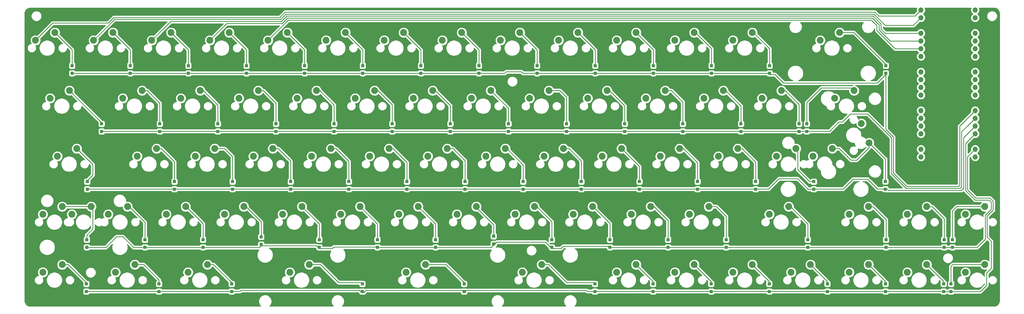
<source format=gbl>
G04 #@! TF.GenerationSoftware,KiCad,Pcbnew,(5.1.9)-1*
G04 #@! TF.CreationDate,2021-05-31T01:01:48+01:00*
G04 #@! TF.ProjectId,EnvKB65,456e764b-4236-4352-9e6b-696361645f70,rev?*
G04 #@! TF.SameCoordinates,Original*
G04 #@! TF.FileFunction,Copper,L2,Bot*
G04 #@! TF.FilePolarity,Positive*
%FSLAX46Y46*%
G04 Gerber Fmt 4.6, Leading zero omitted, Abs format (unit mm)*
G04 Created by KiCad (PCBNEW (5.1.9)-1) date 2021-05-31 01:01:48*
%MOMM*%
%LPD*%
G01*
G04 APERTURE LIST*
G04 #@! TA.AperFunction,ComponentPad*
%ADD10C,2.250000*%
G04 #@! TD*
G04 #@! TA.AperFunction,SMDPad,CuDef*
%ADD11R,1.000000X1.000000*%
G04 #@! TD*
G04 #@! TA.AperFunction,ComponentPad*
%ADD12O,1.700000X1.700000*%
G04 #@! TD*
G04 #@! TA.AperFunction,ComponentPad*
%ADD13R,1.700000X1.700000*%
G04 #@! TD*
G04 #@! TA.AperFunction,Conductor*
%ADD14C,0.250000*%
G04 #@! TD*
G04 #@! TA.AperFunction,Conductor*
%ADD15C,0.254000*%
G04 #@! TD*
G04 #@! TA.AperFunction,Conductor*
%ADD16C,0.100000*%
G04 #@! TD*
G04 APERTURE END LIST*
D10*
X86955000Y-163579000D03*
X80605000Y-166119000D03*
X329840000Y-144520000D03*
X323490000Y-147060000D03*
X330640000Y-128020000D03*
X336990000Y-125480000D03*
D11*
X321489000Y-136384000D03*
X321489000Y-138884000D03*
X368750000Y-188959120D03*
X368750000Y-191459120D03*
X366334200Y-188959120D03*
X366334200Y-191459120D03*
X347284200Y-188959120D03*
X347284200Y-191459120D03*
X328234200Y-188959120D03*
X328234200Y-191459120D03*
X309184200Y-188959120D03*
X309184200Y-191459120D03*
X290134200Y-188959120D03*
X290134200Y-191459120D03*
X271084200Y-188959120D03*
X271084200Y-191459120D03*
X252034200Y-188959120D03*
X252034200Y-191459120D03*
X209171700Y-188959120D03*
X209171700Y-191459120D03*
X175834200Y-188959120D03*
X175834200Y-191459120D03*
X132971700Y-188959120D03*
X132971700Y-191459120D03*
X109159200Y-188959120D03*
X109159200Y-191459120D03*
X85346700Y-188959120D03*
X85346700Y-191459120D03*
X369250000Y-174434120D03*
X369250000Y-176934120D03*
X366484200Y-174434120D03*
X366484200Y-176934120D03*
X347434200Y-174434120D03*
X347434200Y-176934120D03*
X321784200Y-174434120D03*
X321784200Y-176934120D03*
X295046700Y-174434120D03*
X295046700Y-176934120D03*
X275996700Y-174434120D03*
X275996700Y-176934120D03*
X256946700Y-174434120D03*
X256946700Y-176934120D03*
X237896700Y-174434120D03*
X237896700Y-176934120D03*
X218846700Y-173300000D03*
X218846700Y-175800000D03*
X199796700Y-174434120D03*
X199796700Y-176934120D03*
X180746700Y-174434120D03*
X180746700Y-176934120D03*
X161696700Y-174434120D03*
X161696700Y-176934120D03*
X142646700Y-173525000D03*
X142646700Y-176025000D03*
X123596700Y-174434120D03*
X123596700Y-176934120D03*
X104546700Y-174434120D03*
X104546700Y-176934120D03*
X85496700Y-174434120D03*
X85496700Y-176934120D03*
X323771700Y-155359120D03*
X323771700Y-157859120D03*
X304721700Y-155359120D03*
X304721700Y-157859120D03*
X285671700Y-155359120D03*
X285671700Y-157859120D03*
X266621700Y-155359120D03*
X266621700Y-157859120D03*
X247571700Y-155359120D03*
X247571700Y-157859120D03*
X228521700Y-155359120D03*
X228521700Y-157859120D03*
X209471700Y-155359120D03*
X209471700Y-157859120D03*
X190421700Y-155359120D03*
X190421700Y-157859120D03*
X171371700Y-155359120D03*
X171371700Y-157859120D03*
X152321700Y-155359120D03*
X152321700Y-157859120D03*
X133271700Y-155359120D03*
X133271700Y-157859120D03*
X114221700Y-155359120D03*
X114221700Y-157859120D03*
X85646700Y-155359120D03*
X85646700Y-157859120D03*
X347234200Y-155334120D03*
X347234200Y-157834120D03*
X318959200Y-136384120D03*
X318959200Y-138884120D03*
X299909200Y-136384120D03*
X299909200Y-138884120D03*
X280859200Y-136384120D03*
X280859200Y-138884120D03*
X261809200Y-136384120D03*
X261809200Y-138884120D03*
X242759200Y-136384120D03*
X242759200Y-138884120D03*
X223709200Y-136384120D03*
X223709200Y-138884120D03*
X204659200Y-136384120D03*
X204659200Y-138884120D03*
X185609200Y-136384120D03*
X185609200Y-138884120D03*
X166559200Y-136384120D03*
X166559200Y-138884120D03*
X147509200Y-136384120D03*
X147509200Y-138884120D03*
X128459200Y-136384120D03*
X128459200Y-138884120D03*
X109409200Y-136384120D03*
X109409200Y-138884120D03*
X90359200Y-136384120D03*
X90359200Y-138884120D03*
X347384200Y-117284120D03*
X347384200Y-119784120D03*
X309284200Y-117284120D03*
X309284200Y-119784120D03*
X290234200Y-117284120D03*
X290234200Y-119784120D03*
X271184200Y-117284120D03*
X271184200Y-119784120D03*
X252134200Y-117284120D03*
X252134200Y-119784120D03*
X233084200Y-117284120D03*
X233084200Y-119784120D03*
X214034200Y-117284120D03*
X214034200Y-119784120D03*
X194984200Y-117284120D03*
X194984200Y-119784120D03*
X175934200Y-117284120D03*
X175934200Y-119784120D03*
X156884200Y-117284120D03*
X156884200Y-119784120D03*
X137834200Y-117284120D03*
X137834200Y-119784120D03*
X118784200Y-117284120D03*
X118784200Y-119784120D03*
X99734200Y-117284120D03*
X99734200Y-119784120D03*
X80684200Y-117284120D03*
X80684200Y-119784120D03*
D12*
X376670000Y-99020000D03*
X376670000Y-101560000D03*
D13*
X376670000Y-104100000D03*
D12*
X376670000Y-106640000D03*
X376670000Y-109180000D03*
X376670000Y-111720000D03*
X376670000Y-114260000D03*
D13*
X376670000Y-116800000D03*
D12*
X376670000Y-119340000D03*
X376670000Y-121880000D03*
X376670000Y-124420000D03*
X376670000Y-126960000D03*
D13*
X376670000Y-129500000D03*
D12*
X376670000Y-132040000D03*
X376670000Y-134580000D03*
X376670000Y-137120000D03*
X376670000Y-139660000D03*
D13*
X376670000Y-142200000D03*
D12*
X376670000Y-144740000D03*
X376670000Y-147280000D03*
X358890000Y-147280000D03*
X358890000Y-144740000D03*
D13*
X358890000Y-142200000D03*
D12*
X358890000Y-139660000D03*
X358890000Y-137120000D03*
X358890000Y-134580000D03*
X358890000Y-132040000D03*
D13*
X358890000Y-129500000D03*
D12*
X358890000Y-126960000D03*
X358890000Y-124420000D03*
X358890000Y-121880000D03*
X358890000Y-119340000D03*
D13*
X358890000Y-116800000D03*
D12*
X358890000Y-114260000D03*
X358890000Y-111720000D03*
X358890000Y-109180000D03*
X358890000Y-106640000D03*
D13*
X358890000Y-104100000D03*
D12*
X358890000Y-101560000D03*
X358890000Y-99020000D03*
D10*
X341914200Y-142624120D03*
X339374200Y-136274120D03*
X190142950Y-185169120D03*
X196492950Y-182629120D03*
X228242950Y-185169120D03*
X234592950Y-182629120D03*
X354449200Y-185169120D03*
X360799200Y-182629120D03*
X259199200Y-185169120D03*
X265549200Y-182629120D03*
X75874200Y-147069120D03*
X82224200Y-144529120D03*
X152042950Y-185169120D03*
X158392950Y-182629120D03*
X309224200Y-166119120D03*
X315574200Y-163579120D03*
X373499200Y-185169120D03*
X379849200Y-182629120D03*
X335399200Y-185169120D03*
X341749200Y-182629120D03*
X316349200Y-185169120D03*
X322699200Y-182629120D03*
X297299200Y-185169120D03*
X303649200Y-182629120D03*
X278249200Y-185169120D03*
X284599200Y-182629120D03*
X118705450Y-185169120D03*
X125055450Y-182629120D03*
X94892950Y-185169120D03*
X101242950Y-182629120D03*
X71080450Y-185169120D03*
X77430450Y-182629120D03*
X373499200Y-166119120D03*
X379849200Y-163579120D03*
X354449200Y-166119120D03*
X360799200Y-163579120D03*
X335399200Y-166119120D03*
X341749200Y-163579120D03*
X283011700Y-166119120D03*
X289361700Y-163579120D03*
X263961700Y-166119120D03*
X270311700Y-163579120D03*
X244911700Y-166119120D03*
X251261700Y-163579120D03*
X225861700Y-166119120D03*
X232211700Y-163579120D03*
X206811700Y-166119120D03*
X213161700Y-163579120D03*
X187761700Y-166119120D03*
X194111700Y-163579120D03*
X168711700Y-166119120D03*
X175061700Y-163579120D03*
X149661700Y-166119120D03*
X156011700Y-163579120D03*
X130611700Y-166119120D03*
X136961700Y-163579120D03*
X111561700Y-166119120D03*
X117911700Y-163579120D03*
X92511700Y-166119120D03*
X98861700Y-163579120D03*
X71080450Y-166119120D03*
X77430450Y-163579120D03*
X311586700Y-147069120D03*
X317936700Y-144529120D03*
X292536700Y-147069120D03*
X298886700Y-144529120D03*
X273486700Y-147069120D03*
X279836700Y-144529120D03*
X254436700Y-147069120D03*
X260786700Y-144529120D03*
X235386700Y-147069120D03*
X241736700Y-144529120D03*
X216336700Y-147069120D03*
X222686700Y-144529120D03*
X197286700Y-147069120D03*
X203636700Y-144529120D03*
X178236700Y-147069120D03*
X184586700Y-144529120D03*
X159186700Y-147069120D03*
X165536700Y-144529120D03*
X140136700Y-147069120D03*
X146486700Y-144529120D03*
X121086700Y-147069120D03*
X127436700Y-144529120D03*
X102036700Y-147069120D03*
X108386700Y-144529120D03*
X306824200Y-128019120D03*
X313174200Y-125479120D03*
X287774200Y-128019120D03*
X294124200Y-125479120D03*
X268724200Y-128019120D03*
X275074200Y-125479120D03*
X249674200Y-128019120D03*
X256024200Y-125479120D03*
X230624200Y-128019120D03*
X236974200Y-125479120D03*
X211574200Y-128019120D03*
X217924200Y-125479120D03*
X192524200Y-128019120D03*
X198874200Y-125479120D03*
X173474200Y-128019120D03*
X179824200Y-125479120D03*
X154424200Y-128019120D03*
X160774200Y-125479120D03*
X135374200Y-128019120D03*
X141724200Y-125479120D03*
X116324200Y-128019120D03*
X122674200Y-125479120D03*
X97274200Y-128019120D03*
X103624200Y-125479120D03*
X73461700Y-128019120D03*
X79811700Y-125479120D03*
X325874200Y-108969120D03*
X332224200Y-106429120D03*
X297299200Y-108969120D03*
X303649200Y-106429120D03*
X278249200Y-108969120D03*
X284599200Y-106429120D03*
X259199200Y-108969120D03*
X265549200Y-106429120D03*
X240149200Y-108969120D03*
X246499200Y-106429120D03*
X221099200Y-108969120D03*
X227449200Y-106429120D03*
X202049200Y-108969120D03*
X208399200Y-106429120D03*
X182999200Y-108969120D03*
X189349200Y-106429120D03*
X163949200Y-108969120D03*
X170299200Y-106429120D03*
X144899200Y-108969120D03*
X151249200Y-106429120D03*
X125849200Y-108969120D03*
X132199200Y-106429120D03*
X106799200Y-108969120D03*
X113149200Y-106429120D03*
X87749200Y-108969120D03*
X94099200Y-106429120D03*
X68699200Y-108969120D03*
X75049200Y-106429120D03*
D14*
X148741342Y-101449970D02*
X150491352Y-99699960D01*
X94349098Y-101449970D02*
X148741342Y-101449970D01*
X92499068Y-103300000D02*
X94349098Y-101449970D01*
X74368320Y-103300000D02*
X92499068Y-103300000D01*
X68699200Y-108969120D02*
X74368320Y-103300000D01*
X150491352Y-99699960D02*
X343599960Y-99699960D01*
X343799960Y-99699960D02*
X343599960Y-99699960D01*
X343799960Y-99699960D02*
X344100000Y-100000000D01*
X356960000Y-100950000D02*
X358890000Y-99020000D01*
X345050000Y-100950000D02*
X356960000Y-100950000D01*
X343799960Y-99699960D02*
X345050000Y-100950000D01*
X356400000Y-104050000D02*
X358890000Y-101560000D01*
X343488474Y-100349970D02*
X347188504Y-104050000D01*
X347188504Y-104050000D02*
X356400000Y-104050000D01*
X150760594Y-100349970D02*
X343488474Y-100349970D01*
X149010584Y-102099980D02*
X150760594Y-100349970D01*
X94618340Y-102099980D02*
X149010584Y-102099980D01*
X87749200Y-108969120D02*
X94618340Y-102099980D01*
X345809641Y-105271137D02*
X347178504Y-106640000D01*
X343219251Y-101000001D02*
X345809641Y-103590391D01*
X342899980Y-100999980D02*
X342900000Y-101000000D01*
X151029836Y-100999980D02*
X342899980Y-100999980D01*
X149279826Y-102749990D02*
X151029836Y-100999980D01*
X113050010Y-102749990D02*
X149279826Y-102749990D01*
X347178504Y-106640000D02*
X358890000Y-106640000D01*
X110989201Y-104779119D02*
X111020881Y-104779119D01*
X345809641Y-103590391D02*
X345809641Y-105271137D01*
X342900000Y-101000000D02*
X343219251Y-101000001D01*
X111020881Y-104779119D02*
X113050010Y-102749990D01*
X106799200Y-108969120D02*
X110989201Y-104779119D01*
X149549070Y-103400000D02*
X151299059Y-101650011D01*
X151299059Y-101650011D02*
X342950009Y-101650011D01*
X125849200Y-108969120D02*
X131418320Y-103400000D01*
X131418320Y-103400000D02*
X149549070Y-103400000D01*
X342950009Y-101650011D02*
X345159631Y-103859633D01*
X345159631Y-103859633D02*
X345159631Y-105540379D01*
X348799252Y-109180000D02*
X358890000Y-109180000D01*
X345159631Y-105540379D02*
X348799252Y-109180000D01*
X151568298Y-102300022D02*
X342680766Y-102300022D01*
X144899200Y-108969120D02*
X151568298Y-102300022D01*
X342680766Y-102300022D02*
X344450000Y-104069256D01*
X344450000Y-104069256D02*
X344450000Y-105750000D01*
X350420000Y-111720000D02*
X358890000Y-111720000D01*
X344450000Y-105750000D02*
X350420000Y-111720000D01*
X371569970Y-137140030D02*
X376670000Y-132040000D01*
X371569970Y-156530030D02*
X371569970Y-137140030D01*
X371190010Y-156909990D02*
X371569970Y-156530030D01*
X349880010Y-152540758D02*
X354249242Y-156909990D01*
X349880010Y-140690758D02*
X349880010Y-152540758D01*
X81068320Y-119800000D02*
X222450000Y-119800000D01*
X80684200Y-120184120D02*
X81068320Y-119800000D01*
X223000000Y-119250000D02*
X227881760Y-119250000D01*
X227881760Y-119250000D02*
X228431760Y-119800000D01*
X354249242Y-156909990D02*
X371190010Y-156909990D01*
X228431760Y-119800000D02*
X308900080Y-119800000D01*
X313850000Y-123000000D02*
X344568320Y-123000000D01*
X308900080Y-119800000D02*
X309284200Y-120184120D01*
X222450000Y-119800000D02*
X223000000Y-119250000D01*
X347384200Y-138194948D02*
X349880010Y-140690758D01*
X309284200Y-120184120D02*
X311034120Y-120184120D01*
X311034120Y-120184120D02*
X313850000Y-123000000D01*
X344568320Y-123000000D02*
X347384200Y-120184120D01*
X347384200Y-120184120D02*
X347384200Y-138194948D01*
X369410000Y-157560000D02*
X369580000Y-157560000D01*
X374200000Y-137050000D02*
X376670000Y-134580000D01*
X372219980Y-157230020D02*
X372219980Y-139030020D01*
X371890000Y-157560000D02*
X372219980Y-157230020D01*
X372219980Y-139030020D02*
X374200000Y-137050000D01*
X369410000Y-157560000D02*
X371890000Y-157560000D01*
X353980000Y-157560000D02*
X369410000Y-157560000D01*
X349230000Y-152810000D02*
X353980000Y-157560000D01*
X349230000Y-140960000D02*
X349230000Y-152810000D01*
X331970000Y-135810000D02*
X333160000Y-135810000D01*
X328980000Y-138800000D02*
X331970000Y-135810000D01*
X335810000Y-133160000D02*
X341430000Y-133160000D01*
X333160000Y-135810000D02*
X335810000Y-133160000D01*
X90843320Y-138800000D02*
X328980000Y-138800000D01*
X341430000Y-133160000D02*
X349230000Y-140960000D01*
X90359200Y-139284120D02*
X90843320Y-138800000D01*
X372869990Y-157550000D02*
X372869990Y-157440000D01*
X372869990Y-140920010D02*
X376670000Y-137120000D01*
X372869990Y-157550000D02*
X372869990Y-140920010D01*
X347765880Y-157800000D02*
X348200000Y-158234120D01*
X372185870Y-158234120D02*
X372869990Y-157550000D01*
X348200000Y-158234120D02*
X372185870Y-158234120D01*
X347234200Y-157800000D02*
X347765880Y-157800000D01*
X332340000Y-157800000D02*
X323690000Y-157800000D01*
X333380000Y-157800000D02*
X332340000Y-157800000D01*
X336650000Y-154530000D02*
X333380000Y-157800000D01*
X341420000Y-154530000D02*
X336650000Y-154530000D01*
X344690000Y-157800000D02*
X341420000Y-154530000D01*
X346781760Y-157800000D02*
X344690000Y-157800000D01*
X321939120Y-157859120D02*
X323771700Y-157859120D01*
X312360000Y-154410000D02*
X318490000Y-154410000D01*
X308970000Y-157800000D02*
X312360000Y-154410000D01*
X318490000Y-154410000D02*
X321939120Y-157859120D01*
X86105820Y-157800000D02*
X308970000Y-157800000D01*
X85646700Y-158259120D02*
X86105820Y-157800000D01*
X373520000Y-142810000D02*
X376670000Y-139660000D01*
X373520000Y-157470000D02*
X373520000Y-142810000D01*
X373520000Y-157470000D02*
X373520000Y-157220000D01*
X85496700Y-177334120D02*
X85830820Y-177000000D01*
X161696700Y-177334120D02*
X165940880Y-177334120D01*
X180412580Y-177000000D02*
X218046700Y-177000000D01*
X142071700Y-177000000D02*
X142646700Y-176425000D01*
X165940880Y-177334120D02*
X166425000Y-176850000D01*
X142646700Y-176425000D02*
X160787580Y-176425000D01*
X160787580Y-176425000D02*
X161696700Y-177334120D01*
X166425000Y-176850000D02*
X180262580Y-176850000D01*
X180262580Y-176850000D02*
X180412580Y-177000000D01*
X218046700Y-177000000D02*
X219796700Y-175250000D01*
X218846700Y-175800000D02*
X219300000Y-175800000D01*
X219300000Y-175800000D02*
X219850000Y-175250000D01*
X219796700Y-175250000D02*
X219850000Y-175250000D01*
X256612580Y-177000000D02*
X369081760Y-177000000D01*
X256187580Y-176575000D02*
X256612580Y-177000000D01*
X240890880Y-177334120D02*
X241650000Y-176575000D01*
X237896700Y-177334120D02*
X240890880Y-177334120D01*
X241650000Y-176575000D02*
X256187580Y-176575000D01*
X235812580Y-175250000D02*
X237896700Y-177334120D01*
X219850000Y-175250000D02*
X235812580Y-175250000D01*
X373520000Y-158330000D02*
X373520000Y-157470000D01*
X381290000Y-161430000D02*
X376620000Y-161430000D01*
X381910000Y-162050000D02*
X381290000Y-161430000D01*
X379950000Y-174318240D02*
X379950000Y-166440000D01*
X377268240Y-177000000D02*
X379950000Y-174318240D01*
X381910000Y-164480000D02*
X381910000Y-162050000D01*
X379950000Y-166440000D02*
X381910000Y-164480000D01*
X369250000Y-177000000D02*
X377268240Y-177000000D01*
X376620000Y-161430000D02*
X373520000Y-158330000D01*
X91740000Y-177000000D02*
X91740000Y-176980000D01*
X85830820Y-177000000D02*
X91740000Y-177000000D01*
X91740000Y-176980000D02*
X95240000Y-173480000D01*
X97330000Y-173480000D02*
X100850000Y-177000000D01*
X95240000Y-173480000D02*
X97330000Y-173480000D01*
X100850000Y-177000000D02*
X142071700Y-177000000D01*
X366334200Y-191859120D02*
X366593320Y-191600000D01*
X374170010Y-147239990D02*
X376670000Y-144740000D01*
X374170010Y-158060758D02*
X374170010Y-147239990D01*
X380400000Y-189440000D02*
X380400000Y-185390000D01*
X382560010Y-164749242D02*
X382560010Y-161780758D01*
X380400000Y-185390000D02*
X381910000Y-183880000D01*
X381559242Y-160779990D02*
X376889242Y-160779990D01*
X381910000Y-183880000D02*
X381910000Y-174910000D01*
X380600010Y-166709242D02*
X382560010Y-164749242D01*
X381910000Y-174910000D02*
X380600010Y-173600010D01*
X376889242Y-160779990D02*
X374170010Y-158060758D01*
X380600010Y-173600010D02*
X380600010Y-166709242D01*
X382560010Y-161780758D02*
X381559242Y-160779990D01*
X368750000Y-191459120D02*
X366334200Y-191459120D01*
X368750000Y-191459120D02*
X378380880Y-191459120D01*
X379020000Y-190820000D02*
X380400000Y-189440000D01*
X378380880Y-191459120D02*
X379020000Y-190820000D01*
X85805820Y-191400000D02*
X85346700Y-191859120D01*
X209240880Y-191859120D02*
X209171700Y-191859120D01*
X249231760Y-191100000D02*
X210000000Y-191100000D01*
X177050000Y-191100000D02*
X176290880Y-191859120D01*
X175559120Y-191859120D02*
X174800000Y-191100000D01*
X210000000Y-191100000D02*
X209240880Y-191859120D01*
X249531760Y-191400000D02*
X249231760Y-191100000D01*
X209171700Y-191859120D02*
X208412580Y-191100000D01*
X136000000Y-191100000D02*
X135700000Y-191400000D01*
X208412580Y-191100000D02*
X177050000Y-191100000D01*
X176290880Y-191859120D02*
X175559120Y-191859120D01*
X366400000Y-191400000D02*
X249531760Y-191400000D01*
X174800000Y-191100000D02*
X136000000Y-191100000D01*
X135700000Y-191400000D02*
X85805820Y-191400000D01*
X80684200Y-112064120D02*
X75049200Y-106429120D01*
X80684200Y-116884120D02*
X80684200Y-112064120D01*
X99734200Y-112064120D02*
X94099200Y-106429120D01*
X99734200Y-116884120D02*
X99734200Y-112064120D01*
X118784200Y-112064120D02*
X113149200Y-106429120D01*
X118784200Y-116884120D02*
X118784200Y-112064120D01*
X137834200Y-112064120D02*
X132199200Y-106429120D01*
X137834200Y-116884120D02*
X137834200Y-112064120D01*
X156884200Y-112064120D02*
X151249200Y-106429120D01*
X156884200Y-116884120D02*
X156884200Y-112064120D01*
X175934200Y-112064120D02*
X170299200Y-106429120D01*
X175934200Y-116884120D02*
X175934200Y-112064120D01*
X194984200Y-112064120D02*
X189349200Y-106429120D01*
X194984200Y-116884120D02*
X194984200Y-112064120D01*
X214034200Y-112064120D02*
X208399200Y-106429120D01*
X214034200Y-116884120D02*
X214034200Y-112064120D01*
X233084200Y-112064120D02*
X227449200Y-106429120D01*
X233084200Y-116884120D02*
X233084200Y-112064120D01*
X252134200Y-112064120D02*
X246499200Y-106429120D01*
X252134200Y-116884120D02*
X252134200Y-112064120D01*
X271184200Y-112064120D02*
X265549200Y-106429120D01*
X271184200Y-116884120D02*
X271184200Y-112064120D01*
X285004120Y-106429120D02*
X284599200Y-106429120D01*
X290234200Y-111659200D02*
X285004120Y-106429120D01*
X290234200Y-116884120D02*
X290234200Y-111659200D01*
X309284200Y-111684200D02*
X304029120Y-106429120D01*
X304029120Y-106429120D02*
X303649200Y-106429120D01*
X309284200Y-116884120D02*
X309284200Y-111684200D01*
X347384200Y-116884120D02*
X347384120Y-116884120D01*
X336929120Y-106429120D02*
X332224200Y-106429120D01*
X347384120Y-116884120D02*
X336929120Y-106429120D01*
X128459200Y-135984120D02*
X128459200Y-130234200D01*
X123704120Y-125479120D02*
X122674200Y-125479120D01*
X128459200Y-130234200D02*
X123704120Y-125479120D01*
X147509200Y-135984120D02*
X147509200Y-129609200D01*
X143379120Y-125479120D02*
X141724200Y-125479120D01*
X147509200Y-129609200D02*
X143379120Y-125479120D01*
X161854120Y-125479120D02*
X160774200Y-125479120D01*
X166559200Y-130184200D02*
X161854120Y-125479120D01*
X166559200Y-135984120D02*
X166559200Y-130184200D01*
X185609200Y-135984120D02*
X185609200Y-130134200D01*
X180954120Y-125479120D02*
X179824200Y-125479120D01*
X185609200Y-130134200D02*
X180954120Y-125479120D01*
X204659200Y-135984120D02*
X204659200Y-130384200D01*
X199754120Y-125479120D02*
X198874200Y-125479120D01*
X204659200Y-130384200D02*
X199754120Y-125479120D01*
X223709200Y-131264120D02*
X217924200Y-125479120D01*
X223709200Y-135984120D02*
X223709200Y-131264120D01*
X236974200Y-125479120D02*
X240579120Y-125479120D01*
X242759200Y-127659200D02*
X242759200Y-135984120D01*
X240579120Y-125479120D02*
X242759200Y-127659200D01*
X261809200Y-135984120D02*
X261809200Y-130459200D01*
X256829120Y-125479120D02*
X256024200Y-125479120D01*
X261809200Y-130459200D02*
X256829120Y-125479120D01*
X275074200Y-125479120D02*
X277104120Y-125479120D01*
X280859200Y-129234200D02*
X280859200Y-135984120D01*
X277104120Y-125479120D02*
X280859200Y-129234200D01*
X299909200Y-135984120D02*
X299909200Y-130534200D01*
X294854120Y-125479120D02*
X294124200Y-125479120D01*
X299909200Y-130534200D02*
X294854120Y-125479120D01*
X314429120Y-125479120D02*
X313174200Y-125479120D01*
X318959200Y-130009200D02*
X314429120Y-125479120D01*
X318959200Y-135984120D02*
X318959200Y-130009200D01*
X336110000Y-124600000D02*
X336990000Y-125480000D01*
X326240000Y-124600000D02*
X336110000Y-124600000D01*
X321489000Y-129351000D02*
X326240000Y-124600000D01*
X321489000Y-136384000D02*
X321489000Y-129351000D01*
X85646700Y-154959120D02*
X85715880Y-154959120D01*
X85715880Y-154959120D02*
X87450000Y-153225000D01*
X87450000Y-149754920D02*
X82224200Y-144529120D01*
X87450000Y-153225000D02*
X87450000Y-149754920D01*
X171371700Y-154959120D02*
X171371700Y-148671700D01*
X167229120Y-144529120D02*
X165536700Y-144529120D01*
X171371700Y-148671700D02*
X167229120Y-144529120D01*
X190421700Y-154959120D02*
X190421700Y-149071700D01*
X185879120Y-144529120D02*
X184586700Y-144529120D01*
X190421700Y-149071700D02*
X185879120Y-144529120D01*
X203636700Y-144529120D02*
X205529120Y-144529120D01*
X209471700Y-148471700D02*
X209471700Y-154959120D01*
X205529120Y-144529120D02*
X209471700Y-148471700D01*
X228521700Y-154959120D02*
X228521700Y-149896700D01*
X223154120Y-144529120D02*
X222686700Y-144529120D01*
X228521700Y-149896700D02*
X223154120Y-144529120D01*
X241736700Y-144529120D02*
X243579120Y-144529120D01*
X247571700Y-148521700D02*
X247571700Y-154959120D01*
X243579120Y-144529120D02*
X247571700Y-148521700D01*
X266621700Y-150364120D02*
X260786700Y-144529120D01*
X266621700Y-154959120D02*
X266621700Y-150364120D01*
X285671700Y-154959120D02*
X285671700Y-149146700D01*
X281054120Y-144529120D02*
X279836700Y-144529120D01*
X285671700Y-149146700D02*
X281054120Y-144529120D01*
X300279120Y-144529120D02*
X298886700Y-144529120D01*
X304721700Y-148971700D02*
X300279120Y-144529120D01*
X304721700Y-154959120D02*
X304721700Y-148971700D01*
X318729120Y-144529120D02*
X317936700Y-144529120D01*
X323771700Y-155359120D02*
X322399120Y-155359120D01*
X322399120Y-155359120D02*
X318510000Y-151470000D01*
X318510000Y-145102420D02*
X317936700Y-144529120D01*
X318510000Y-151470000D02*
X318510000Y-145102420D01*
X347234200Y-147944120D02*
X341914200Y-142624120D01*
X347234200Y-154934120D02*
X347234200Y-147944120D01*
X329840000Y-144520000D02*
X332170000Y-144520000D01*
X332170000Y-144520000D02*
X335950000Y-148300000D01*
X341914200Y-144215110D02*
X341914200Y-142624120D01*
X337829310Y-148300000D02*
X341914200Y-144215110D01*
X335950000Y-148300000D02*
X337829310Y-148300000D01*
X78779120Y-163579120D02*
X77430450Y-163579120D01*
X85496700Y-174434120D02*
X85496700Y-172903300D01*
X85496700Y-172903300D02*
X87450000Y-170950000D01*
X87450000Y-164080000D02*
X86940000Y-163570000D01*
X87450000Y-170950000D02*
X87450000Y-164080000D01*
X77439570Y-163570000D02*
X77430450Y-163579120D01*
X86940000Y-163570000D02*
X77439570Y-163570000D01*
X104546700Y-174034120D02*
X104546700Y-168746700D01*
X99379120Y-163579120D02*
X98861700Y-163579120D01*
X104546700Y-168746700D02*
X99379120Y-163579120D01*
X123596700Y-174034120D02*
X123596700Y-169121700D01*
X118054120Y-163579120D02*
X117911700Y-163579120D01*
X123596700Y-169121700D02*
X118054120Y-163579120D01*
X114221700Y-154959120D02*
X114221700Y-148846700D01*
X109904120Y-144529120D02*
X108386700Y-144529120D01*
X114221700Y-148846700D02*
X109904120Y-144529120D01*
X180746700Y-169264120D02*
X175061700Y-163579120D01*
X180746700Y-174034120D02*
X180746700Y-169264120D01*
X199796700Y-169264120D02*
X194111700Y-163579120D01*
X199796700Y-174034120D02*
X199796700Y-169264120D01*
X218846700Y-172900000D02*
X218846700Y-169546700D01*
X213161700Y-163861700D02*
X213161700Y-163579120D01*
X218846700Y-169546700D02*
X213161700Y-163861700D01*
X237896700Y-174034120D02*
X237896700Y-168496700D01*
X232979120Y-163579120D02*
X232211700Y-163579120D01*
X237896700Y-168496700D02*
X232979120Y-163579120D01*
X256946700Y-174034120D02*
X256946700Y-169071700D01*
X251454120Y-163579120D02*
X251261700Y-163579120D01*
X256946700Y-169071700D02*
X251454120Y-163579120D01*
X275996700Y-174034120D02*
X275996700Y-168096700D01*
X271479120Y-163579120D02*
X270311700Y-163579120D01*
X275996700Y-168096700D02*
X271479120Y-163579120D01*
X295046700Y-174034120D02*
X295046700Y-166746700D01*
X291879120Y-163579120D02*
X289361700Y-163579120D01*
X295046700Y-166746700D02*
X291879120Y-163579120D01*
X321784200Y-174034120D02*
X321784200Y-169259200D01*
X316104120Y-163579120D02*
X315574200Y-163579120D01*
X321784200Y-169259200D02*
X316104120Y-163579120D01*
X341753320Y-163575000D02*
X341749200Y-163579120D01*
X343175000Y-163575000D02*
X341753320Y-163575000D01*
X347434200Y-167834200D02*
X343175000Y-163575000D01*
X347434200Y-174034120D02*
X347434200Y-167834200D01*
X366484200Y-174034120D02*
X366484200Y-167509200D01*
X362554120Y-163579120D02*
X360799200Y-163579120D01*
X366484200Y-167509200D02*
X362554120Y-163579120D01*
X369250000Y-174034120D02*
X369250000Y-164950000D01*
X370620880Y-163579120D02*
X379849200Y-163579120D01*
X369250000Y-164950000D02*
X370620880Y-163579120D01*
X79416700Y-182629120D02*
X85346700Y-188559120D01*
X77430450Y-182629120D02*
X79416700Y-182629120D01*
X101242950Y-182629120D02*
X104129120Y-182629120D01*
X109159200Y-187659200D02*
X109159200Y-188559120D01*
X104129120Y-182629120D02*
X109159200Y-187659200D01*
X127041700Y-182629120D02*
X132971700Y-188559120D01*
X125055450Y-182629120D02*
X127041700Y-182629120D01*
X168059120Y-188559120D02*
X175834200Y-188559120D01*
X162129120Y-182629120D02*
X168059120Y-188559120D01*
X158392950Y-182629120D02*
X162129120Y-182629120D01*
X203241700Y-182629120D02*
X209171700Y-188559120D01*
X196492950Y-182629120D02*
X203241700Y-182629120D01*
X234592950Y-182629120D02*
X236879120Y-182629120D01*
X242809120Y-188559120D02*
X252034200Y-188559120D01*
X236879120Y-182629120D02*
X242809120Y-188559120D01*
X271084200Y-188164120D02*
X271084200Y-188559120D01*
X265549200Y-182629120D02*
X271084200Y-188164120D01*
X290134200Y-188164120D02*
X290134200Y-188559120D01*
X284599200Y-182629120D02*
X290134200Y-188164120D01*
X303649200Y-182629120D02*
X309000000Y-187979920D01*
X309184200Y-188164120D02*
X303649200Y-182629120D01*
X309184200Y-188559120D02*
X309184200Y-188164120D01*
X328234200Y-188164120D02*
X328234200Y-188559120D01*
X322699200Y-182629120D02*
X328234200Y-188164120D01*
X347284200Y-188164120D02*
X347284200Y-188559120D01*
X341749200Y-182629120D02*
X347284200Y-188164120D01*
X366334200Y-188164120D02*
X366334200Y-188559120D01*
X360799200Y-182629120D02*
X366334200Y-188164120D01*
X368750000Y-188559120D02*
X368750000Y-183150000D01*
X369270880Y-182629120D02*
X379849200Y-182629120D01*
X368750000Y-183150000D02*
X369270880Y-182629120D01*
X66150000Y-110200000D02*
X66200000Y-110150000D01*
X66150000Y-110716318D02*
X66150000Y-110200000D01*
X66029199Y-110837119D02*
X66150000Y-110716318D01*
X66029199Y-112181121D02*
X66029199Y-110837119D01*
X66150000Y-112301922D02*
X66029199Y-112181121D01*
X66150000Y-112550000D02*
X66150000Y-112301922D01*
X66200000Y-112600000D02*
X66150000Y-112550000D01*
X90316700Y-135984120D02*
X79811700Y-125479120D01*
X90359200Y-135984120D02*
X90316700Y-135984120D01*
X109409200Y-135984120D02*
X109409200Y-129584200D01*
X105304120Y-125479120D02*
X103624200Y-125479120D01*
X109409200Y-129584200D02*
X105304120Y-125479120D01*
X127436700Y-144529120D02*
X130654120Y-144529120D01*
X133271700Y-147146700D02*
X133271700Y-154959120D01*
X130654120Y-144529120D02*
X133271700Y-147146700D01*
X146486700Y-144529120D02*
X148254120Y-144529120D01*
X152321700Y-148596700D02*
X152321700Y-154959120D01*
X148254120Y-144529120D02*
X152321700Y-148596700D01*
X137654120Y-163579120D02*
X136961700Y-163579120D01*
X142646700Y-168571700D02*
X137654120Y-163579120D01*
X142646700Y-173225000D02*
X142646700Y-168571700D01*
X161696700Y-169264120D02*
X156011700Y-163579120D01*
X161696700Y-174034120D02*
X161696700Y-169264120D01*
D15*
X357462068Y-98586842D02*
X357405000Y-98873740D01*
X357405000Y-99166260D01*
X357448790Y-99386408D01*
X356645199Y-100190000D01*
X345364802Y-100190000D01*
X344363764Y-99188963D01*
X344339961Y-99159959D01*
X344224236Y-99064986D01*
X344092207Y-98994414D01*
X343948946Y-98950957D01*
X343837293Y-98939960D01*
X343837282Y-98939960D01*
X343799960Y-98936284D01*
X343762638Y-98939960D01*
X150528675Y-98939960D01*
X150491352Y-98936284D01*
X150454029Y-98939960D01*
X150454019Y-98939960D01*
X150342366Y-98950957D01*
X150220886Y-98987807D01*
X150199105Y-98994414D01*
X150067075Y-99064986D01*
X150004345Y-99116468D01*
X149951351Y-99159959D01*
X149927553Y-99188957D01*
X148426541Y-100689970D01*
X94386431Y-100689970D01*
X94349098Y-100686293D01*
X94311765Y-100689970D01*
X94200112Y-100700967D01*
X94056851Y-100744424D01*
X93924822Y-100814996D01*
X93809097Y-100909969D01*
X93785299Y-100938967D01*
X92184267Y-102540000D01*
X74405642Y-102540000D01*
X74368319Y-102536324D01*
X74330996Y-102540000D01*
X74330987Y-102540000D01*
X74219334Y-102550997D01*
X74076073Y-102594454D01*
X73944044Y-102665026D01*
X73944042Y-102665027D01*
X73944043Y-102665027D01*
X73857316Y-102736201D01*
X73857312Y-102736205D01*
X73828319Y-102759999D01*
X73804525Y-102788992D01*
X69286246Y-107307272D01*
X69212573Y-107276756D01*
X68872545Y-107209120D01*
X68525855Y-107209120D01*
X68185827Y-107276756D01*
X67865527Y-107409428D01*
X67577265Y-107602039D01*
X67332119Y-107847185D01*
X67139508Y-108135447D01*
X67006836Y-108455747D01*
X66939200Y-108795775D01*
X66939200Y-109142465D01*
X67006836Y-109482493D01*
X67139508Y-109802793D01*
X67271838Y-110000839D01*
X66988749Y-110057149D01*
X66713947Y-110170976D01*
X66466631Y-110336227D01*
X66256307Y-110546551D01*
X66091056Y-110793867D01*
X65977229Y-111068669D01*
X65919200Y-111360398D01*
X65919200Y-111657842D01*
X65977229Y-111949571D01*
X66091056Y-112224373D01*
X66256307Y-112471689D01*
X66466631Y-112682013D01*
X66713947Y-112847264D01*
X66988749Y-112961091D01*
X67280478Y-113019120D01*
X67577922Y-113019120D01*
X67869651Y-112961091D01*
X68144453Y-112847264D01*
X68391769Y-112682013D01*
X68602093Y-112471689D01*
X68767344Y-112224373D01*
X68881171Y-111949571D01*
X68939200Y-111657842D01*
X68939200Y-111360398D01*
X68917280Y-111250196D01*
X69880300Y-111250196D01*
X69880300Y-111768044D01*
X69981327Y-112275942D01*
X70179499Y-112754371D01*
X70467200Y-113184946D01*
X70833374Y-113551120D01*
X71263949Y-113838821D01*
X71742378Y-114036993D01*
X72250276Y-114138020D01*
X72768124Y-114138020D01*
X73276022Y-114036993D01*
X73754451Y-113838821D01*
X74185026Y-113551120D01*
X74551200Y-113184946D01*
X74838901Y-112754371D01*
X75037073Y-112275942D01*
X75138100Y-111768044D01*
X75138100Y-111250196D01*
X75037073Y-110742298D01*
X74838901Y-110263869D01*
X74551200Y-109833294D01*
X74185026Y-109467120D01*
X73754451Y-109179419D01*
X73276022Y-108981247D01*
X72768124Y-108880220D01*
X72250276Y-108880220D01*
X71742378Y-108981247D01*
X71263949Y-109179419D01*
X70833374Y-109467120D01*
X70467200Y-109833294D01*
X70179499Y-110263869D01*
X69981327Y-110742298D01*
X69880300Y-111250196D01*
X68917280Y-111250196D01*
X68881171Y-111068669D01*
X68767344Y-110793867D01*
X68724082Y-110729120D01*
X68872545Y-110729120D01*
X69212573Y-110661484D01*
X69532873Y-110528812D01*
X69821135Y-110336201D01*
X70066281Y-110091055D01*
X70258892Y-109802793D01*
X70391564Y-109482493D01*
X70459200Y-109142465D01*
X70459200Y-108795775D01*
X70391564Y-108455747D01*
X70361048Y-108382074D01*
X72487347Y-106255775D01*
X73289200Y-106255775D01*
X73289200Y-106602465D01*
X73356836Y-106942493D01*
X73489508Y-107262793D01*
X73682119Y-107551055D01*
X73927265Y-107796201D01*
X74215527Y-107988812D01*
X74535827Y-108121484D01*
X74875855Y-108189120D01*
X75222545Y-108189120D01*
X75562573Y-108121484D01*
X75636246Y-108090968D01*
X77544398Y-109999120D01*
X77440478Y-109999120D01*
X77148749Y-110057149D01*
X76873947Y-110170976D01*
X76626631Y-110336227D01*
X76416307Y-110546551D01*
X76251056Y-110793867D01*
X76137229Y-111068669D01*
X76079200Y-111360398D01*
X76079200Y-111657842D01*
X76137229Y-111949571D01*
X76251056Y-112224373D01*
X76416307Y-112471689D01*
X76626631Y-112682013D01*
X76873947Y-112847264D01*
X77148749Y-112961091D01*
X77440478Y-113019120D01*
X77737922Y-113019120D01*
X78029651Y-112961091D01*
X78304453Y-112847264D01*
X78551769Y-112682013D01*
X78762093Y-112471689D01*
X78927344Y-112224373D01*
X79041171Y-111949571D01*
X79099200Y-111657842D01*
X79099200Y-111553923D01*
X79924201Y-112378924D01*
X79924200Y-116203074D01*
X79829706Y-116253583D01*
X79733015Y-116332935D01*
X79653663Y-116429626D01*
X79594698Y-116539940D01*
X79558388Y-116659638D01*
X79546128Y-116784120D01*
X79546128Y-117784120D01*
X79558388Y-117908602D01*
X79594698Y-118028300D01*
X79653663Y-118138614D01*
X79733015Y-118235305D01*
X79829706Y-118314657D01*
X79940020Y-118373622D01*
X80059718Y-118409932D01*
X80184200Y-118422192D01*
X81184200Y-118422192D01*
X81308682Y-118409932D01*
X81428380Y-118373622D01*
X81538694Y-118314657D01*
X81635385Y-118235305D01*
X81714737Y-118138614D01*
X81773702Y-118028300D01*
X81810012Y-117908602D01*
X81822272Y-117784120D01*
X81822272Y-116784120D01*
X81810012Y-116659638D01*
X81773702Y-116539940D01*
X81714737Y-116429626D01*
X81635385Y-116332935D01*
X81538694Y-116253583D01*
X81444200Y-116203074D01*
X81444200Y-112101442D01*
X81447876Y-112064119D01*
X81444200Y-112026796D01*
X81444200Y-112026787D01*
X81433203Y-111915134D01*
X81389746Y-111771873D01*
X81319174Y-111639844D01*
X81262687Y-111571014D01*
X81247999Y-111553116D01*
X81247995Y-111553112D01*
X81224201Y-111524119D01*
X81195208Y-111500325D01*
X76711048Y-107016166D01*
X76741564Y-106942493D01*
X76809200Y-106602465D01*
X76809200Y-106255775D01*
X76741564Y-105915747D01*
X76608892Y-105595447D01*
X76416281Y-105307185D01*
X76171135Y-105062039D01*
X75882873Y-104869428D01*
X75562573Y-104736756D01*
X75222545Y-104669120D01*
X74875855Y-104669120D01*
X74535827Y-104736756D01*
X74215527Y-104869428D01*
X73927265Y-105062039D01*
X73682119Y-105307185D01*
X73489508Y-105595447D01*
X73356836Y-105915747D01*
X73289200Y-106255775D01*
X72487347Y-106255775D01*
X74683123Y-104060000D01*
X91583518Y-104060000D01*
X88336246Y-107307272D01*
X88262573Y-107276756D01*
X87922545Y-107209120D01*
X87575855Y-107209120D01*
X87235827Y-107276756D01*
X86915527Y-107409428D01*
X86627265Y-107602039D01*
X86382119Y-107847185D01*
X86189508Y-108135447D01*
X86056836Y-108455747D01*
X85989200Y-108795775D01*
X85989200Y-109142465D01*
X86056836Y-109482493D01*
X86189508Y-109802793D01*
X86321838Y-110000839D01*
X86038749Y-110057149D01*
X85763947Y-110170976D01*
X85516631Y-110336227D01*
X85306307Y-110546551D01*
X85141056Y-110793867D01*
X85027229Y-111068669D01*
X84969200Y-111360398D01*
X84969200Y-111657842D01*
X85027229Y-111949571D01*
X85141056Y-112224373D01*
X85306307Y-112471689D01*
X85516631Y-112682013D01*
X85763947Y-112847264D01*
X86038749Y-112961091D01*
X86330478Y-113019120D01*
X86627922Y-113019120D01*
X86919651Y-112961091D01*
X87194453Y-112847264D01*
X87441769Y-112682013D01*
X87652093Y-112471689D01*
X87817344Y-112224373D01*
X87931171Y-111949571D01*
X87989200Y-111657842D01*
X87989200Y-111360398D01*
X87967280Y-111250196D01*
X88930300Y-111250196D01*
X88930300Y-111768044D01*
X89031327Y-112275942D01*
X89229499Y-112754371D01*
X89517200Y-113184946D01*
X89883374Y-113551120D01*
X90313949Y-113838821D01*
X90792378Y-114036993D01*
X91300276Y-114138020D01*
X91818124Y-114138020D01*
X92326022Y-114036993D01*
X92804451Y-113838821D01*
X93235026Y-113551120D01*
X93601200Y-113184946D01*
X93888901Y-112754371D01*
X94087073Y-112275942D01*
X94188100Y-111768044D01*
X94188100Y-111250196D01*
X94087073Y-110742298D01*
X93888901Y-110263869D01*
X93601200Y-109833294D01*
X93235026Y-109467120D01*
X92804451Y-109179419D01*
X92326022Y-108981247D01*
X91818124Y-108880220D01*
X91300276Y-108880220D01*
X90792378Y-108981247D01*
X90313949Y-109179419D01*
X89883374Y-109467120D01*
X89517200Y-109833294D01*
X89229499Y-110263869D01*
X89031327Y-110742298D01*
X88930300Y-111250196D01*
X87967280Y-111250196D01*
X87931171Y-111068669D01*
X87817344Y-110793867D01*
X87774082Y-110729120D01*
X87922545Y-110729120D01*
X88262573Y-110661484D01*
X88582873Y-110528812D01*
X88871135Y-110336201D01*
X89116281Y-110091055D01*
X89308892Y-109802793D01*
X89441564Y-109482493D01*
X89509200Y-109142465D01*
X89509200Y-108795775D01*
X89441564Y-108455747D01*
X89411048Y-108382074D01*
X91537347Y-106255775D01*
X92339200Y-106255775D01*
X92339200Y-106602465D01*
X92406836Y-106942493D01*
X92539508Y-107262793D01*
X92732119Y-107551055D01*
X92977265Y-107796201D01*
X93265527Y-107988812D01*
X93585827Y-108121484D01*
X93925855Y-108189120D01*
X94272545Y-108189120D01*
X94612573Y-108121484D01*
X94686246Y-108090968D01*
X96594398Y-109999120D01*
X96490478Y-109999120D01*
X96198749Y-110057149D01*
X95923947Y-110170976D01*
X95676631Y-110336227D01*
X95466307Y-110546551D01*
X95301056Y-110793867D01*
X95187229Y-111068669D01*
X95129200Y-111360398D01*
X95129200Y-111657842D01*
X95187229Y-111949571D01*
X95301056Y-112224373D01*
X95466307Y-112471689D01*
X95676631Y-112682013D01*
X95923947Y-112847264D01*
X96198749Y-112961091D01*
X96490478Y-113019120D01*
X96787922Y-113019120D01*
X97079651Y-112961091D01*
X97354453Y-112847264D01*
X97601769Y-112682013D01*
X97812093Y-112471689D01*
X97977344Y-112224373D01*
X98091171Y-111949571D01*
X98149200Y-111657842D01*
X98149200Y-111553923D01*
X98974201Y-112378924D01*
X98974200Y-116203074D01*
X98879706Y-116253583D01*
X98783015Y-116332935D01*
X98703663Y-116429626D01*
X98644698Y-116539940D01*
X98608388Y-116659638D01*
X98596128Y-116784120D01*
X98596128Y-117784120D01*
X98608388Y-117908602D01*
X98644698Y-118028300D01*
X98703663Y-118138614D01*
X98783015Y-118235305D01*
X98879706Y-118314657D01*
X98990020Y-118373622D01*
X99109718Y-118409932D01*
X99234200Y-118422192D01*
X100234200Y-118422192D01*
X100358682Y-118409932D01*
X100478380Y-118373622D01*
X100588694Y-118314657D01*
X100685385Y-118235305D01*
X100764737Y-118138614D01*
X100823702Y-118028300D01*
X100860012Y-117908602D01*
X100872272Y-117784120D01*
X100872272Y-116784120D01*
X100860012Y-116659638D01*
X100823702Y-116539940D01*
X100764737Y-116429626D01*
X100685385Y-116332935D01*
X100588694Y-116253583D01*
X100494200Y-116203074D01*
X100494200Y-112101442D01*
X100497876Y-112064119D01*
X100494200Y-112026796D01*
X100494200Y-112026787D01*
X100483203Y-111915134D01*
X100439746Y-111771873D01*
X100369174Y-111639844D01*
X100312687Y-111571014D01*
X100297999Y-111553116D01*
X100297995Y-111553112D01*
X100274201Y-111524119D01*
X100245208Y-111500325D01*
X95761048Y-107016166D01*
X95791564Y-106942493D01*
X95859200Y-106602465D01*
X95859200Y-106255775D01*
X95791564Y-105915747D01*
X95658892Y-105595447D01*
X95466281Y-105307185D01*
X95221135Y-105062039D01*
X94932873Y-104869428D01*
X94612573Y-104736756D01*
X94272545Y-104669120D01*
X93925855Y-104669120D01*
X93585827Y-104736756D01*
X93265527Y-104869428D01*
X92977265Y-105062039D01*
X92732119Y-105307185D01*
X92539508Y-105595447D01*
X92406836Y-105915747D01*
X92339200Y-106255775D01*
X91537347Y-106255775D01*
X94933142Y-102859980D01*
X111865218Y-102859980D01*
X110599575Y-104125624D01*
X110564925Y-104144145D01*
X110449200Y-104239118D01*
X110425402Y-104268116D01*
X107386246Y-107307272D01*
X107312573Y-107276756D01*
X106972545Y-107209120D01*
X106625855Y-107209120D01*
X106285827Y-107276756D01*
X105965527Y-107409428D01*
X105677265Y-107602039D01*
X105432119Y-107847185D01*
X105239508Y-108135447D01*
X105106836Y-108455747D01*
X105039200Y-108795775D01*
X105039200Y-109142465D01*
X105106836Y-109482493D01*
X105239508Y-109802793D01*
X105371838Y-110000839D01*
X105088749Y-110057149D01*
X104813947Y-110170976D01*
X104566631Y-110336227D01*
X104356307Y-110546551D01*
X104191056Y-110793867D01*
X104077229Y-111068669D01*
X104019200Y-111360398D01*
X104019200Y-111657842D01*
X104077229Y-111949571D01*
X104191056Y-112224373D01*
X104356307Y-112471689D01*
X104566631Y-112682013D01*
X104813947Y-112847264D01*
X105088749Y-112961091D01*
X105380478Y-113019120D01*
X105677922Y-113019120D01*
X105969651Y-112961091D01*
X106244453Y-112847264D01*
X106491769Y-112682013D01*
X106702093Y-112471689D01*
X106867344Y-112224373D01*
X106981171Y-111949571D01*
X107039200Y-111657842D01*
X107039200Y-111360398D01*
X107017280Y-111250196D01*
X107980300Y-111250196D01*
X107980300Y-111768044D01*
X108081327Y-112275942D01*
X108279499Y-112754371D01*
X108567200Y-113184946D01*
X108933374Y-113551120D01*
X109363949Y-113838821D01*
X109842378Y-114036993D01*
X110350276Y-114138020D01*
X110868124Y-114138020D01*
X111376022Y-114036993D01*
X111854451Y-113838821D01*
X112285026Y-113551120D01*
X112651200Y-113184946D01*
X112938901Y-112754371D01*
X113137073Y-112275942D01*
X113238100Y-111768044D01*
X113238100Y-111250196D01*
X113137073Y-110742298D01*
X112938901Y-110263869D01*
X112651200Y-109833294D01*
X112285026Y-109467120D01*
X111854451Y-109179419D01*
X111376022Y-108981247D01*
X110868124Y-108880220D01*
X110350276Y-108880220D01*
X109842378Y-108981247D01*
X109363949Y-109179419D01*
X108933374Y-109467120D01*
X108567200Y-109833294D01*
X108279499Y-110263869D01*
X108081327Y-110742298D01*
X107980300Y-111250196D01*
X107017280Y-111250196D01*
X106981171Y-111068669D01*
X106867344Y-110793867D01*
X106824082Y-110729120D01*
X106972545Y-110729120D01*
X107312573Y-110661484D01*
X107632873Y-110528812D01*
X107921135Y-110336201D01*
X108166281Y-110091055D01*
X108358892Y-109802793D01*
X108491564Y-109482493D01*
X108559200Y-109142465D01*
X108559200Y-108795775D01*
X108491564Y-108455747D01*
X108461048Y-108382074D01*
X110587347Y-106255775D01*
X111389200Y-106255775D01*
X111389200Y-106602465D01*
X111456836Y-106942493D01*
X111589508Y-107262793D01*
X111782119Y-107551055D01*
X112027265Y-107796201D01*
X112315527Y-107988812D01*
X112635827Y-108121484D01*
X112975855Y-108189120D01*
X113322545Y-108189120D01*
X113662573Y-108121484D01*
X113736246Y-108090968D01*
X115644398Y-109999120D01*
X115540478Y-109999120D01*
X115248749Y-110057149D01*
X114973947Y-110170976D01*
X114726631Y-110336227D01*
X114516307Y-110546551D01*
X114351056Y-110793867D01*
X114237229Y-111068669D01*
X114179200Y-111360398D01*
X114179200Y-111657842D01*
X114237229Y-111949571D01*
X114351056Y-112224373D01*
X114516307Y-112471689D01*
X114726631Y-112682013D01*
X114973947Y-112847264D01*
X115248749Y-112961091D01*
X115540478Y-113019120D01*
X115837922Y-113019120D01*
X116129651Y-112961091D01*
X116404453Y-112847264D01*
X116651769Y-112682013D01*
X116862093Y-112471689D01*
X117027344Y-112224373D01*
X117141171Y-111949571D01*
X117199200Y-111657842D01*
X117199200Y-111553923D01*
X118024201Y-112378924D01*
X118024200Y-116203074D01*
X117929706Y-116253583D01*
X117833015Y-116332935D01*
X117753663Y-116429626D01*
X117694698Y-116539940D01*
X117658388Y-116659638D01*
X117646128Y-116784120D01*
X117646128Y-117784120D01*
X117658388Y-117908602D01*
X117694698Y-118028300D01*
X117753663Y-118138614D01*
X117833015Y-118235305D01*
X117929706Y-118314657D01*
X118040020Y-118373622D01*
X118159718Y-118409932D01*
X118284200Y-118422192D01*
X119284200Y-118422192D01*
X119408682Y-118409932D01*
X119528380Y-118373622D01*
X119638694Y-118314657D01*
X119735385Y-118235305D01*
X119814737Y-118138614D01*
X119873702Y-118028300D01*
X119910012Y-117908602D01*
X119922272Y-117784120D01*
X119922272Y-116784120D01*
X119910012Y-116659638D01*
X119873702Y-116539940D01*
X119814737Y-116429626D01*
X119735385Y-116332935D01*
X119638694Y-116253583D01*
X119544200Y-116203074D01*
X119544200Y-112101442D01*
X119547876Y-112064119D01*
X119544200Y-112026796D01*
X119544200Y-112026787D01*
X119533203Y-111915134D01*
X119489746Y-111771873D01*
X119419174Y-111639844D01*
X119362687Y-111571014D01*
X119347999Y-111553116D01*
X119347995Y-111553112D01*
X119324201Y-111524119D01*
X119295208Y-111500325D01*
X114811048Y-107016166D01*
X114841564Y-106942493D01*
X114909200Y-106602465D01*
X114909200Y-106255775D01*
X114841564Y-105915747D01*
X114708892Y-105595447D01*
X114516281Y-105307185D01*
X114271135Y-105062039D01*
X113982873Y-104869428D01*
X113662573Y-104736756D01*
X113322545Y-104669120D01*
X112975855Y-104669120D01*
X112635827Y-104736756D01*
X112315527Y-104869428D01*
X112027265Y-105062039D01*
X111782119Y-105307185D01*
X111589508Y-105595447D01*
X111456836Y-105915747D01*
X111389200Y-106255775D01*
X110587347Y-106255775D01*
X111410509Y-105432613D01*
X111445157Y-105414093D01*
X111560882Y-105319120D01*
X111584685Y-105290116D01*
X113364812Y-103509990D01*
X130233528Y-103509990D01*
X126436246Y-107307272D01*
X126362573Y-107276756D01*
X126022545Y-107209120D01*
X125675855Y-107209120D01*
X125335827Y-107276756D01*
X125015527Y-107409428D01*
X124727265Y-107602039D01*
X124482119Y-107847185D01*
X124289508Y-108135447D01*
X124156836Y-108455747D01*
X124089200Y-108795775D01*
X124089200Y-109142465D01*
X124156836Y-109482493D01*
X124289508Y-109802793D01*
X124421838Y-110000839D01*
X124138749Y-110057149D01*
X123863947Y-110170976D01*
X123616631Y-110336227D01*
X123406307Y-110546551D01*
X123241056Y-110793867D01*
X123127229Y-111068669D01*
X123069200Y-111360398D01*
X123069200Y-111657842D01*
X123127229Y-111949571D01*
X123241056Y-112224373D01*
X123406307Y-112471689D01*
X123616631Y-112682013D01*
X123863947Y-112847264D01*
X124138749Y-112961091D01*
X124430478Y-113019120D01*
X124727922Y-113019120D01*
X125019651Y-112961091D01*
X125294453Y-112847264D01*
X125541769Y-112682013D01*
X125752093Y-112471689D01*
X125917344Y-112224373D01*
X126031171Y-111949571D01*
X126089200Y-111657842D01*
X126089200Y-111360398D01*
X126067280Y-111250196D01*
X127030300Y-111250196D01*
X127030300Y-111768044D01*
X127131327Y-112275942D01*
X127329499Y-112754371D01*
X127617200Y-113184946D01*
X127983374Y-113551120D01*
X128413949Y-113838821D01*
X128892378Y-114036993D01*
X129400276Y-114138020D01*
X129918124Y-114138020D01*
X130426022Y-114036993D01*
X130904451Y-113838821D01*
X131335026Y-113551120D01*
X131701200Y-113184946D01*
X131988901Y-112754371D01*
X132187073Y-112275942D01*
X132288100Y-111768044D01*
X132288100Y-111250196D01*
X132187073Y-110742298D01*
X131988901Y-110263869D01*
X131701200Y-109833294D01*
X131335026Y-109467120D01*
X130904451Y-109179419D01*
X130426022Y-108981247D01*
X129918124Y-108880220D01*
X129400276Y-108880220D01*
X128892378Y-108981247D01*
X128413949Y-109179419D01*
X127983374Y-109467120D01*
X127617200Y-109833294D01*
X127329499Y-110263869D01*
X127131327Y-110742298D01*
X127030300Y-111250196D01*
X126067280Y-111250196D01*
X126031171Y-111068669D01*
X125917344Y-110793867D01*
X125874082Y-110729120D01*
X126022545Y-110729120D01*
X126362573Y-110661484D01*
X126682873Y-110528812D01*
X126971135Y-110336201D01*
X127216281Y-110091055D01*
X127408892Y-109802793D01*
X127541564Y-109482493D01*
X127609200Y-109142465D01*
X127609200Y-108795775D01*
X127541564Y-108455747D01*
X127511048Y-108382074D01*
X129637347Y-106255775D01*
X130439200Y-106255775D01*
X130439200Y-106602465D01*
X130506836Y-106942493D01*
X130639508Y-107262793D01*
X130832119Y-107551055D01*
X131077265Y-107796201D01*
X131365527Y-107988812D01*
X131685827Y-108121484D01*
X132025855Y-108189120D01*
X132372545Y-108189120D01*
X132712573Y-108121484D01*
X132786246Y-108090968D01*
X134694398Y-109999120D01*
X134590478Y-109999120D01*
X134298749Y-110057149D01*
X134023947Y-110170976D01*
X133776631Y-110336227D01*
X133566307Y-110546551D01*
X133401056Y-110793867D01*
X133287229Y-111068669D01*
X133229200Y-111360398D01*
X133229200Y-111657842D01*
X133287229Y-111949571D01*
X133401056Y-112224373D01*
X133566307Y-112471689D01*
X133776631Y-112682013D01*
X134023947Y-112847264D01*
X134298749Y-112961091D01*
X134590478Y-113019120D01*
X134887922Y-113019120D01*
X135179651Y-112961091D01*
X135454453Y-112847264D01*
X135701769Y-112682013D01*
X135912093Y-112471689D01*
X136077344Y-112224373D01*
X136191171Y-111949571D01*
X136249200Y-111657842D01*
X136249200Y-111553923D01*
X137074201Y-112378924D01*
X137074200Y-116203074D01*
X136979706Y-116253583D01*
X136883015Y-116332935D01*
X136803663Y-116429626D01*
X136744698Y-116539940D01*
X136708388Y-116659638D01*
X136696128Y-116784120D01*
X136696128Y-117784120D01*
X136708388Y-117908602D01*
X136744698Y-118028300D01*
X136803663Y-118138614D01*
X136883015Y-118235305D01*
X136979706Y-118314657D01*
X137090020Y-118373622D01*
X137209718Y-118409932D01*
X137334200Y-118422192D01*
X138334200Y-118422192D01*
X138458682Y-118409932D01*
X138578380Y-118373622D01*
X138688694Y-118314657D01*
X138785385Y-118235305D01*
X138864737Y-118138614D01*
X138923702Y-118028300D01*
X138960012Y-117908602D01*
X138972272Y-117784120D01*
X138972272Y-116784120D01*
X138960012Y-116659638D01*
X138923702Y-116539940D01*
X138864737Y-116429626D01*
X138785385Y-116332935D01*
X138688694Y-116253583D01*
X138594200Y-116203074D01*
X138594200Y-112101442D01*
X138597876Y-112064119D01*
X138594200Y-112026796D01*
X138594200Y-112026787D01*
X138583203Y-111915134D01*
X138539746Y-111771873D01*
X138469174Y-111639844D01*
X138412687Y-111571014D01*
X138397999Y-111553116D01*
X138397995Y-111553112D01*
X138374201Y-111524119D01*
X138345208Y-111500325D01*
X133861048Y-107016166D01*
X133891564Y-106942493D01*
X133959200Y-106602465D01*
X133959200Y-106255775D01*
X133891564Y-105915747D01*
X133758892Y-105595447D01*
X133566281Y-105307185D01*
X133321135Y-105062039D01*
X133032873Y-104869428D01*
X132712573Y-104736756D01*
X132372545Y-104669120D01*
X132025855Y-104669120D01*
X131685827Y-104736756D01*
X131365527Y-104869428D01*
X131077265Y-105062039D01*
X130832119Y-105307185D01*
X130639508Y-105595447D01*
X130506836Y-105915747D01*
X130439200Y-106255775D01*
X129637347Y-106255775D01*
X131733122Y-104160000D01*
X148633518Y-104160000D01*
X145486246Y-107307272D01*
X145412573Y-107276756D01*
X145072545Y-107209120D01*
X144725855Y-107209120D01*
X144385827Y-107276756D01*
X144065527Y-107409428D01*
X143777265Y-107602039D01*
X143532119Y-107847185D01*
X143339508Y-108135447D01*
X143206836Y-108455747D01*
X143139200Y-108795775D01*
X143139200Y-109142465D01*
X143206836Y-109482493D01*
X143339508Y-109802793D01*
X143471838Y-110000839D01*
X143188749Y-110057149D01*
X142913947Y-110170976D01*
X142666631Y-110336227D01*
X142456307Y-110546551D01*
X142291056Y-110793867D01*
X142177229Y-111068669D01*
X142119200Y-111360398D01*
X142119200Y-111657842D01*
X142177229Y-111949571D01*
X142291056Y-112224373D01*
X142456307Y-112471689D01*
X142666631Y-112682013D01*
X142913947Y-112847264D01*
X143188749Y-112961091D01*
X143480478Y-113019120D01*
X143777922Y-113019120D01*
X144069651Y-112961091D01*
X144344453Y-112847264D01*
X144591769Y-112682013D01*
X144802093Y-112471689D01*
X144967344Y-112224373D01*
X145081171Y-111949571D01*
X145139200Y-111657842D01*
X145139200Y-111360398D01*
X145117280Y-111250196D01*
X146080300Y-111250196D01*
X146080300Y-111768044D01*
X146181327Y-112275942D01*
X146379499Y-112754371D01*
X146667200Y-113184946D01*
X147033374Y-113551120D01*
X147463949Y-113838821D01*
X147942378Y-114036993D01*
X148450276Y-114138020D01*
X148968124Y-114138020D01*
X149476022Y-114036993D01*
X149954451Y-113838821D01*
X150385026Y-113551120D01*
X150751200Y-113184946D01*
X151038901Y-112754371D01*
X151237073Y-112275942D01*
X151338100Y-111768044D01*
X151338100Y-111250196D01*
X151237073Y-110742298D01*
X151038901Y-110263869D01*
X150751200Y-109833294D01*
X150385026Y-109467120D01*
X149954451Y-109179419D01*
X149476022Y-108981247D01*
X148968124Y-108880220D01*
X148450276Y-108880220D01*
X147942378Y-108981247D01*
X147463949Y-109179419D01*
X147033374Y-109467120D01*
X146667200Y-109833294D01*
X146379499Y-110263869D01*
X146181327Y-110742298D01*
X146080300Y-111250196D01*
X145117280Y-111250196D01*
X145081171Y-111068669D01*
X144967344Y-110793867D01*
X144924082Y-110729120D01*
X145072545Y-110729120D01*
X145412573Y-110661484D01*
X145732873Y-110528812D01*
X146021135Y-110336201D01*
X146266281Y-110091055D01*
X146458892Y-109802793D01*
X146591564Y-109482493D01*
X146659200Y-109142465D01*
X146659200Y-108795775D01*
X146591564Y-108455747D01*
X146561048Y-108382074D01*
X148687347Y-106255775D01*
X149489200Y-106255775D01*
X149489200Y-106602465D01*
X149556836Y-106942493D01*
X149689508Y-107262793D01*
X149882119Y-107551055D01*
X150127265Y-107796201D01*
X150415527Y-107988812D01*
X150735827Y-108121484D01*
X151075855Y-108189120D01*
X151422545Y-108189120D01*
X151762573Y-108121484D01*
X151836246Y-108090968D01*
X153744398Y-109999120D01*
X153640478Y-109999120D01*
X153348749Y-110057149D01*
X153073947Y-110170976D01*
X152826631Y-110336227D01*
X152616307Y-110546551D01*
X152451056Y-110793867D01*
X152337229Y-111068669D01*
X152279200Y-111360398D01*
X152279200Y-111657842D01*
X152337229Y-111949571D01*
X152451056Y-112224373D01*
X152616307Y-112471689D01*
X152826631Y-112682013D01*
X153073947Y-112847264D01*
X153348749Y-112961091D01*
X153640478Y-113019120D01*
X153937922Y-113019120D01*
X154229651Y-112961091D01*
X154504453Y-112847264D01*
X154751769Y-112682013D01*
X154962093Y-112471689D01*
X155127344Y-112224373D01*
X155241171Y-111949571D01*
X155299200Y-111657842D01*
X155299200Y-111553923D01*
X156124201Y-112378924D01*
X156124200Y-116203074D01*
X156029706Y-116253583D01*
X155933015Y-116332935D01*
X155853663Y-116429626D01*
X155794698Y-116539940D01*
X155758388Y-116659638D01*
X155746128Y-116784120D01*
X155746128Y-117784120D01*
X155758388Y-117908602D01*
X155794698Y-118028300D01*
X155853663Y-118138614D01*
X155933015Y-118235305D01*
X156029706Y-118314657D01*
X156140020Y-118373622D01*
X156259718Y-118409932D01*
X156384200Y-118422192D01*
X157384200Y-118422192D01*
X157508682Y-118409932D01*
X157628380Y-118373622D01*
X157738694Y-118314657D01*
X157835385Y-118235305D01*
X157914737Y-118138614D01*
X157973702Y-118028300D01*
X158010012Y-117908602D01*
X158022272Y-117784120D01*
X158022272Y-116784120D01*
X158010012Y-116659638D01*
X157973702Y-116539940D01*
X157914737Y-116429626D01*
X157835385Y-116332935D01*
X157738694Y-116253583D01*
X157644200Y-116203074D01*
X157644200Y-112101442D01*
X157647876Y-112064119D01*
X157644200Y-112026796D01*
X157644200Y-112026787D01*
X157633203Y-111915134D01*
X157589746Y-111771873D01*
X157519174Y-111639844D01*
X157462687Y-111571014D01*
X157447999Y-111553116D01*
X157447995Y-111553112D01*
X157424201Y-111524119D01*
X157395208Y-111500325D01*
X157255281Y-111360398D01*
X161169200Y-111360398D01*
X161169200Y-111657842D01*
X161227229Y-111949571D01*
X161341056Y-112224373D01*
X161506307Y-112471689D01*
X161716631Y-112682013D01*
X161963947Y-112847264D01*
X162238749Y-112961091D01*
X162530478Y-113019120D01*
X162827922Y-113019120D01*
X163119651Y-112961091D01*
X163394453Y-112847264D01*
X163641769Y-112682013D01*
X163852093Y-112471689D01*
X164017344Y-112224373D01*
X164131171Y-111949571D01*
X164189200Y-111657842D01*
X164189200Y-111360398D01*
X164167280Y-111250196D01*
X165130300Y-111250196D01*
X165130300Y-111768044D01*
X165231327Y-112275942D01*
X165429499Y-112754371D01*
X165717200Y-113184946D01*
X166083374Y-113551120D01*
X166513949Y-113838821D01*
X166992378Y-114036993D01*
X167500276Y-114138020D01*
X168018124Y-114138020D01*
X168526022Y-114036993D01*
X169004451Y-113838821D01*
X169435026Y-113551120D01*
X169801200Y-113184946D01*
X170088901Y-112754371D01*
X170287073Y-112275942D01*
X170388100Y-111768044D01*
X170388100Y-111250196D01*
X170287073Y-110742298D01*
X170088901Y-110263869D01*
X169801200Y-109833294D01*
X169435026Y-109467120D01*
X169004451Y-109179419D01*
X168526022Y-108981247D01*
X168018124Y-108880220D01*
X167500276Y-108880220D01*
X166992378Y-108981247D01*
X166513949Y-109179419D01*
X166083374Y-109467120D01*
X165717200Y-109833294D01*
X165429499Y-110263869D01*
X165231327Y-110742298D01*
X165130300Y-111250196D01*
X164167280Y-111250196D01*
X164131171Y-111068669D01*
X164017344Y-110793867D01*
X163974082Y-110729120D01*
X164122545Y-110729120D01*
X164462573Y-110661484D01*
X164782873Y-110528812D01*
X165071135Y-110336201D01*
X165316281Y-110091055D01*
X165508892Y-109802793D01*
X165641564Y-109482493D01*
X165709200Y-109142465D01*
X165709200Y-108795775D01*
X165641564Y-108455747D01*
X165508892Y-108135447D01*
X165316281Y-107847185D01*
X165071135Y-107602039D01*
X164782873Y-107409428D01*
X164462573Y-107276756D01*
X164122545Y-107209120D01*
X163775855Y-107209120D01*
X163435827Y-107276756D01*
X163115527Y-107409428D01*
X162827265Y-107602039D01*
X162582119Y-107847185D01*
X162389508Y-108135447D01*
X162256836Y-108455747D01*
X162189200Y-108795775D01*
X162189200Y-109142465D01*
X162256836Y-109482493D01*
X162389508Y-109802793D01*
X162521838Y-110000839D01*
X162238749Y-110057149D01*
X161963947Y-110170976D01*
X161716631Y-110336227D01*
X161506307Y-110546551D01*
X161341056Y-110793867D01*
X161227229Y-111068669D01*
X161169200Y-111360398D01*
X157255281Y-111360398D01*
X152911048Y-107016166D01*
X152941564Y-106942493D01*
X153009200Y-106602465D01*
X153009200Y-106255775D01*
X168539200Y-106255775D01*
X168539200Y-106602465D01*
X168606836Y-106942493D01*
X168739508Y-107262793D01*
X168932119Y-107551055D01*
X169177265Y-107796201D01*
X169465527Y-107988812D01*
X169785827Y-108121484D01*
X170125855Y-108189120D01*
X170472545Y-108189120D01*
X170812573Y-108121484D01*
X170886246Y-108090968D01*
X172794398Y-109999120D01*
X172690478Y-109999120D01*
X172398749Y-110057149D01*
X172123947Y-110170976D01*
X171876631Y-110336227D01*
X171666307Y-110546551D01*
X171501056Y-110793867D01*
X171387229Y-111068669D01*
X171329200Y-111360398D01*
X171329200Y-111657842D01*
X171387229Y-111949571D01*
X171501056Y-112224373D01*
X171666307Y-112471689D01*
X171876631Y-112682013D01*
X172123947Y-112847264D01*
X172398749Y-112961091D01*
X172690478Y-113019120D01*
X172987922Y-113019120D01*
X173279651Y-112961091D01*
X173554453Y-112847264D01*
X173801769Y-112682013D01*
X174012093Y-112471689D01*
X174177344Y-112224373D01*
X174291171Y-111949571D01*
X174349200Y-111657842D01*
X174349200Y-111553923D01*
X175174201Y-112378924D01*
X175174200Y-116203074D01*
X175079706Y-116253583D01*
X174983015Y-116332935D01*
X174903663Y-116429626D01*
X174844698Y-116539940D01*
X174808388Y-116659638D01*
X174796128Y-116784120D01*
X174796128Y-117784120D01*
X174808388Y-117908602D01*
X174844698Y-118028300D01*
X174903663Y-118138614D01*
X174983015Y-118235305D01*
X175079706Y-118314657D01*
X175190020Y-118373622D01*
X175309718Y-118409932D01*
X175434200Y-118422192D01*
X176434200Y-118422192D01*
X176558682Y-118409932D01*
X176678380Y-118373622D01*
X176788694Y-118314657D01*
X176885385Y-118235305D01*
X176964737Y-118138614D01*
X177023702Y-118028300D01*
X177060012Y-117908602D01*
X177072272Y-117784120D01*
X177072272Y-116784120D01*
X177060012Y-116659638D01*
X177023702Y-116539940D01*
X176964737Y-116429626D01*
X176885385Y-116332935D01*
X176788694Y-116253583D01*
X176694200Y-116203074D01*
X176694200Y-112101442D01*
X176697876Y-112064119D01*
X176694200Y-112026796D01*
X176694200Y-112026787D01*
X176683203Y-111915134D01*
X176639746Y-111771873D01*
X176569174Y-111639844D01*
X176512687Y-111571014D01*
X176497999Y-111553116D01*
X176497995Y-111553112D01*
X176474201Y-111524119D01*
X176445208Y-111500325D01*
X176305281Y-111360398D01*
X180219200Y-111360398D01*
X180219200Y-111657842D01*
X180277229Y-111949571D01*
X180391056Y-112224373D01*
X180556307Y-112471689D01*
X180766631Y-112682013D01*
X181013947Y-112847264D01*
X181288749Y-112961091D01*
X181580478Y-113019120D01*
X181877922Y-113019120D01*
X182169651Y-112961091D01*
X182444453Y-112847264D01*
X182691769Y-112682013D01*
X182902093Y-112471689D01*
X183067344Y-112224373D01*
X183181171Y-111949571D01*
X183239200Y-111657842D01*
X183239200Y-111360398D01*
X183217280Y-111250196D01*
X184180300Y-111250196D01*
X184180300Y-111768044D01*
X184281327Y-112275942D01*
X184479499Y-112754371D01*
X184767200Y-113184946D01*
X185133374Y-113551120D01*
X185563949Y-113838821D01*
X186042378Y-114036993D01*
X186550276Y-114138020D01*
X187068124Y-114138020D01*
X187576022Y-114036993D01*
X188054451Y-113838821D01*
X188485026Y-113551120D01*
X188851200Y-113184946D01*
X189138901Y-112754371D01*
X189337073Y-112275942D01*
X189438100Y-111768044D01*
X189438100Y-111250196D01*
X189337073Y-110742298D01*
X189138901Y-110263869D01*
X188851200Y-109833294D01*
X188485026Y-109467120D01*
X188054451Y-109179419D01*
X187576022Y-108981247D01*
X187068124Y-108880220D01*
X186550276Y-108880220D01*
X186042378Y-108981247D01*
X185563949Y-109179419D01*
X185133374Y-109467120D01*
X184767200Y-109833294D01*
X184479499Y-110263869D01*
X184281327Y-110742298D01*
X184180300Y-111250196D01*
X183217280Y-111250196D01*
X183181171Y-111068669D01*
X183067344Y-110793867D01*
X183024082Y-110729120D01*
X183172545Y-110729120D01*
X183512573Y-110661484D01*
X183832873Y-110528812D01*
X184121135Y-110336201D01*
X184366281Y-110091055D01*
X184558892Y-109802793D01*
X184691564Y-109482493D01*
X184759200Y-109142465D01*
X184759200Y-108795775D01*
X184691564Y-108455747D01*
X184558892Y-108135447D01*
X184366281Y-107847185D01*
X184121135Y-107602039D01*
X183832873Y-107409428D01*
X183512573Y-107276756D01*
X183172545Y-107209120D01*
X182825855Y-107209120D01*
X182485827Y-107276756D01*
X182165527Y-107409428D01*
X181877265Y-107602039D01*
X181632119Y-107847185D01*
X181439508Y-108135447D01*
X181306836Y-108455747D01*
X181239200Y-108795775D01*
X181239200Y-109142465D01*
X181306836Y-109482493D01*
X181439508Y-109802793D01*
X181571838Y-110000839D01*
X181288749Y-110057149D01*
X181013947Y-110170976D01*
X180766631Y-110336227D01*
X180556307Y-110546551D01*
X180391056Y-110793867D01*
X180277229Y-111068669D01*
X180219200Y-111360398D01*
X176305281Y-111360398D01*
X171961048Y-107016166D01*
X171991564Y-106942493D01*
X172059200Y-106602465D01*
X172059200Y-106255775D01*
X187589200Y-106255775D01*
X187589200Y-106602465D01*
X187656836Y-106942493D01*
X187789508Y-107262793D01*
X187982119Y-107551055D01*
X188227265Y-107796201D01*
X188515527Y-107988812D01*
X188835827Y-108121484D01*
X189175855Y-108189120D01*
X189522545Y-108189120D01*
X189862573Y-108121484D01*
X189936246Y-108090968D01*
X191844398Y-109999120D01*
X191740478Y-109999120D01*
X191448749Y-110057149D01*
X191173947Y-110170976D01*
X190926631Y-110336227D01*
X190716307Y-110546551D01*
X190551056Y-110793867D01*
X190437229Y-111068669D01*
X190379200Y-111360398D01*
X190379200Y-111657842D01*
X190437229Y-111949571D01*
X190551056Y-112224373D01*
X190716307Y-112471689D01*
X190926631Y-112682013D01*
X191173947Y-112847264D01*
X191448749Y-112961091D01*
X191740478Y-113019120D01*
X192037922Y-113019120D01*
X192329651Y-112961091D01*
X192604453Y-112847264D01*
X192851769Y-112682013D01*
X193062093Y-112471689D01*
X193227344Y-112224373D01*
X193341171Y-111949571D01*
X193399200Y-111657842D01*
X193399200Y-111553923D01*
X194224201Y-112378924D01*
X194224200Y-116203074D01*
X194129706Y-116253583D01*
X194033015Y-116332935D01*
X193953663Y-116429626D01*
X193894698Y-116539940D01*
X193858388Y-116659638D01*
X193846128Y-116784120D01*
X193846128Y-117784120D01*
X193858388Y-117908602D01*
X193894698Y-118028300D01*
X193953663Y-118138614D01*
X194033015Y-118235305D01*
X194129706Y-118314657D01*
X194240020Y-118373622D01*
X194359718Y-118409932D01*
X194484200Y-118422192D01*
X195484200Y-118422192D01*
X195608682Y-118409932D01*
X195728380Y-118373622D01*
X195838694Y-118314657D01*
X195935385Y-118235305D01*
X196014737Y-118138614D01*
X196073702Y-118028300D01*
X196110012Y-117908602D01*
X196122272Y-117784120D01*
X196122272Y-116784120D01*
X196110012Y-116659638D01*
X196073702Y-116539940D01*
X196014737Y-116429626D01*
X195935385Y-116332935D01*
X195838694Y-116253583D01*
X195744200Y-116203074D01*
X195744200Y-112101442D01*
X195747876Y-112064119D01*
X195744200Y-112026796D01*
X195744200Y-112026787D01*
X195733203Y-111915134D01*
X195689746Y-111771873D01*
X195619174Y-111639844D01*
X195562687Y-111571014D01*
X195547999Y-111553116D01*
X195547995Y-111553112D01*
X195524201Y-111524119D01*
X195495208Y-111500325D01*
X195355281Y-111360398D01*
X199269200Y-111360398D01*
X199269200Y-111657842D01*
X199327229Y-111949571D01*
X199441056Y-112224373D01*
X199606307Y-112471689D01*
X199816631Y-112682013D01*
X200063947Y-112847264D01*
X200338749Y-112961091D01*
X200630478Y-113019120D01*
X200927922Y-113019120D01*
X201219651Y-112961091D01*
X201494453Y-112847264D01*
X201741769Y-112682013D01*
X201952093Y-112471689D01*
X202117344Y-112224373D01*
X202231171Y-111949571D01*
X202289200Y-111657842D01*
X202289200Y-111360398D01*
X202267280Y-111250196D01*
X203230300Y-111250196D01*
X203230300Y-111768044D01*
X203331327Y-112275942D01*
X203529499Y-112754371D01*
X203817200Y-113184946D01*
X204183374Y-113551120D01*
X204613949Y-113838821D01*
X205092378Y-114036993D01*
X205600276Y-114138020D01*
X206118124Y-114138020D01*
X206626022Y-114036993D01*
X207104451Y-113838821D01*
X207535026Y-113551120D01*
X207901200Y-113184946D01*
X208188901Y-112754371D01*
X208387073Y-112275942D01*
X208488100Y-111768044D01*
X208488100Y-111250196D01*
X208387073Y-110742298D01*
X208188901Y-110263869D01*
X207901200Y-109833294D01*
X207535026Y-109467120D01*
X207104451Y-109179419D01*
X206626022Y-108981247D01*
X206118124Y-108880220D01*
X205600276Y-108880220D01*
X205092378Y-108981247D01*
X204613949Y-109179419D01*
X204183374Y-109467120D01*
X203817200Y-109833294D01*
X203529499Y-110263869D01*
X203331327Y-110742298D01*
X203230300Y-111250196D01*
X202267280Y-111250196D01*
X202231171Y-111068669D01*
X202117344Y-110793867D01*
X202074082Y-110729120D01*
X202222545Y-110729120D01*
X202562573Y-110661484D01*
X202882873Y-110528812D01*
X203171135Y-110336201D01*
X203416281Y-110091055D01*
X203608892Y-109802793D01*
X203741564Y-109482493D01*
X203809200Y-109142465D01*
X203809200Y-108795775D01*
X203741564Y-108455747D01*
X203608892Y-108135447D01*
X203416281Y-107847185D01*
X203171135Y-107602039D01*
X202882873Y-107409428D01*
X202562573Y-107276756D01*
X202222545Y-107209120D01*
X201875855Y-107209120D01*
X201535827Y-107276756D01*
X201215527Y-107409428D01*
X200927265Y-107602039D01*
X200682119Y-107847185D01*
X200489508Y-108135447D01*
X200356836Y-108455747D01*
X200289200Y-108795775D01*
X200289200Y-109142465D01*
X200356836Y-109482493D01*
X200489508Y-109802793D01*
X200621838Y-110000839D01*
X200338749Y-110057149D01*
X200063947Y-110170976D01*
X199816631Y-110336227D01*
X199606307Y-110546551D01*
X199441056Y-110793867D01*
X199327229Y-111068669D01*
X199269200Y-111360398D01*
X195355281Y-111360398D01*
X191011048Y-107016166D01*
X191041564Y-106942493D01*
X191109200Y-106602465D01*
X191109200Y-106255775D01*
X206639200Y-106255775D01*
X206639200Y-106602465D01*
X206706836Y-106942493D01*
X206839508Y-107262793D01*
X207032119Y-107551055D01*
X207277265Y-107796201D01*
X207565527Y-107988812D01*
X207885827Y-108121484D01*
X208225855Y-108189120D01*
X208572545Y-108189120D01*
X208912573Y-108121484D01*
X208986246Y-108090968D01*
X210894398Y-109999120D01*
X210790478Y-109999120D01*
X210498749Y-110057149D01*
X210223947Y-110170976D01*
X209976631Y-110336227D01*
X209766307Y-110546551D01*
X209601056Y-110793867D01*
X209487229Y-111068669D01*
X209429200Y-111360398D01*
X209429200Y-111657842D01*
X209487229Y-111949571D01*
X209601056Y-112224373D01*
X209766307Y-112471689D01*
X209976631Y-112682013D01*
X210223947Y-112847264D01*
X210498749Y-112961091D01*
X210790478Y-113019120D01*
X211087922Y-113019120D01*
X211379651Y-112961091D01*
X211654453Y-112847264D01*
X211901769Y-112682013D01*
X212112093Y-112471689D01*
X212277344Y-112224373D01*
X212391171Y-111949571D01*
X212449200Y-111657842D01*
X212449200Y-111553923D01*
X213274201Y-112378924D01*
X213274200Y-116203074D01*
X213179706Y-116253583D01*
X213083015Y-116332935D01*
X213003663Y-116429626D01*
X212944698Y-116539940D01*
X212908388Y-116659638D01*
X212896128Y-116784120D01*
X212896128Y-117784120D01*
X212908388Y-117908602D01*
X212944698Y-118028300D01*
X213003663Y-118138614D01*
X213083015Y-118235305D01*
X213179706Y-118314657D01*
X213290020Y-118373622D01*
X213409718Y-118409932D01*
X213534200Y-118422192D01*
X214534200Y-118422192D01*
X214658682Y-118409932D01*
X214778380Y-118373622D01*
X214888694Y-118314657D01*
X214985385Y-118235305D01*
X215064737Y-118138614D01*
X215123702Y-118028300D01*
X215160012Y-117908602D01*
X215172272Y-117784120D01*
X215172272Y-116784120D01*
X215160012Y-116659638D01*
X215123702Y-116539940D01*
X215064737Y-116429626D01*
X214985385Y-116332935D01*
X214888694Y-116253583D01*
X214794200Y-116203074D01*
X214794200Y-112101442D01*
X214797876Y-112064119D01*
X214794200Y-112026796D01*
X214794200Y-112026787D01*
X214783203Y-111915134D01*
X214739746Y-111771873D01*
X214669174Y-111639844D01*
X214612687Y-111571014D01*
X214597999Y-111553116D01*
X214597995Y-111553112D01*
X214574201Y-111524119D01*
X214545208Y-111500325D01*
X214405281Y-111360398D01*
X218319200Y-111360398D01*
X218319200Y-111657842D01*
X218377229Y-111949571D01*
X218491056Y-112224373D01*
X218656307Y-112471689D01*
X218866631Y-112682013D01*
X219113947Y-112847264D01*
X219388749Y-112961091D01*
X219680478Y-113019120D01*
X219977922Y-113019120D01*
X220269651Y-112961091D01*
X220544453Y-112847264D01*
X220791769Y-112682013D01*
X221002093Y-112471689D01*
X221167344Y-112224373D01*
X221281171Y-111949571D01*
X221339200Y-111657842D01*
X221339200Y-111360398D01*
X221317280Y-111250196D01*
X222280300Y-111250196D01*
X222280300Y-111768044D01*
X222381327Y-112275942D01*
X222579499Y-112754371D01*
X222867200Y-113184946D01*
X223233374Y-113551120D01*
X223663949Y-113838821D01*
X224142378Y-114036993D01*
X224650276Y-114138020D01*
X225168124Y-114138020D01*
X225676022Y-114036993D01*
X226154451Y-113838821D01*
X226585026Y-113551120D01*
X226951200Y-113184946D01*
X227238901Y-112754371D01*
X227437073Y-112275942D01*
X227538100Y-111768044D01*
X227538100Y-111250196D01*
X227437073Y-110742298D01*
X227238901Y-110263869D01*
X226951200Y-109833294D01*
X226585026Y-109467120D01*
X226154451Y-109179419D01*
X225676022Y-108981247D01*
X225168124Y-108880220D01*
X224650276Y-108880220D01*
X224142378Y-108981247D01*
X223663949Y-109179419D01*
X223233374Y-109467120D01*
X222867200Y-109833294D01*
X222579499Y-110263869D01*
X222381327Y-110742298D01*
X222280300Y-111250196D01*
X221317280Y-111250196D01*
X221281171Y-111068669D01*
X221167344Y-110793867D01*
X221124082Y-110729120D01*
X221272545Y-110729120D01*
X221612573Y-110661484D01*
X221932873Y-110528812D01*
X222221135Y-110336201D01*
X222466281Y-110091055D01*
X222658892Y-109802793D01*
X222791564Y-109482493D01*
X222859200Y-109142465D01*
X222859200Y-108795775D01*
X222791564Y-108455747D01*
X222658892Y-108135447D01*
X222466281Y-107847185D01*
X222221135Y-107602039D01*
X221932873Y-107409428D01*
X221612573Y-107276756D01*
X221272545Y-107209120D01*
X220925855Y-107209120D01*
X220585827Y-107276756D01*
X220265527Y-107409428D01*
X219977265Y-107602039D01*
X219732119Y-107847185D01*
X219539508Y-108135447D01*
X219406836Y-108455747D01*
X219339200Y-108795775D01*
X219339200Y-109142465D01*
X219406836Y-109482493D01*
X219539508Y-109802793D01*
X219671838Y-110000839D01*
X219388749Y-110057149D01*
X219113947Y-110170976D01*
X218866631Y-110336227D01*
X218656307Y-110546551D01*
X218491056Y-110793867D01*
X218377229Y-111068669D01*
X218319200Y-111360398D01*
X214405281Y-111360398D01*
X210061048Y-107016166D01*
X210091564Y-106942493D01*
X210159200Y-106602465D01*
X210159200Y-106255775D01*
X225689200Y-106255775D01*
X225689200Y-106602465D01*
X225756836Y-106942493D01*
X225889508Y-107262793D01*
X226082119Y-107551055D01*
X226327265Y-107796201D01*
X226615527Y-107988812D01*
X226935827Y-108121484D01*
X227275855Y-108189120D01*
X227622545Y-108189120D01*
X227962573Y-108121484D01*
X228036246Y-108090968D01*
X229944398Y-109999120D01*
X229840478Y-109999120D01*
X229548749Y-110057149D01*
X229273947Y-110170976D01*
X229026631Y-110336227D01*
X228816307Y-110546551D01*
X228651056Y-110793867D01*
X228537229Y-111068669D01*
X228479200Y-111360398D01*
X228479200Y-111657842D01*
X228537229Y-111949571D01*
X228651056Y-112224373D01*
X228816307Y-112471689D01*
X229026631Y-112682013D01*
X229273947Y-112847264D01*
X229548749Y-112961091D01*
X229840478Y-113019120D01*
X230137922Y-113019120D01*
X230429651Y-112961091D01*
X230704453Y-112847264D01*
X230951769Y-112682013D01*
X231162093Y-112471689D01*
X231327344Y-112224373D01*
X231441171Y-111949571D01*
X231499200Y-111657842D01*
X231499200Y-111553923D01*
X232324201Y-112378924D01*
X232324200Y-116203074D01*
X232229706Y-116253583D01*
X232133015Y-116332935D01*
X232053663Y-116429626D01*
X231994698Y-116539940D01*
X231958388Y-116659638D01*
X231946128Y-116784120D01*
X231946128Y-117784120D01*
X231958388Y-117908602D01*
X231994698Y-118028300D01*
X232053663Y-118138614D01*
X232133015Y-118235305D01*
X232229706Y-118314657D01*
X232340020Y-118373622D01*
X232459718Y-118409932D01*
X232584200Y-118422192D01*
X233584200Y-118422192D01*
X233708682Y-118409932D01*
X233828380Y-118373622D01*
X233938694Y-118314657D01*
X234035385Y-118235305D01*
X234114737Y-118138614D01*
X234173702Y-118028300D01*
X234210012Y-117908602D01*
X234222272Y-117784120D01*
X234222272Y-116784120D01*
X234210012Y-116659638D01*
X234173702Y-116539940D01*
X234114737Y-116429626D01*
X234035385Y-116332935D01*
X233938694Y-116253583D01*
X233844200Y-116203074D01*
X233844200Y-112101442D01*
X233847876Y-112064119D01*
X233844200Y-112026796D01*
X233844200Y-112026787D01*
X233833203Y-111915134D01*
X233789746Y-111771873D01*
X233719174Y-111639844D01*
X233662687Y-111571014D01*
X233647999Y-111553116D01*
X233647995Y-111553112D01*
X233624201Y-111524119D01*
X233595208Y-111500325D01*
X233455281Y-111360398D01*
X237369200Y-111360398D01*
X237369200Y-111657842D01*
X237427229Y-111949571D01*
X237541056Y-112224373D01*
X237706307Y-112471689D01*
X237916631Y-112682013D01*
X238163947Y-112847264D01*
X238438749Y-112961091D01*
X238730478Y-113019120D01*
X239027922Y-113019120D01*
X239319651Y-112961091D01*
X239594453Y-112847264D01*
X239841769Y-112682013D01*
X240052093Y-112471689D01*
X240217344Y-112224373D01*
X240331171Y-111949571D01*
X240389200Y-111657842D01*
X240389200Y-111360398D01*
X240367280Y-111250196D01*
X241330300Y-111250196D01*
X241330300Y-111768044D01*
X241431327Y-112275942D01*
X241629499Y-112754371D01*
X241917200Y-113184946D01*
X242283374Y-113551120D01*
X242713949Y-113838821D01*
X243192378Y-114036993D01*
X243700276Y-114138020D01*
X244218124Y-114138020D01*
X244726022Y-114036993D01*
X245204451Y-113838821D01*
X245635026Y-113551120D01*
X246001200Y-113184946D01*
X246288901Y-112754371D01*
X246487073Y-112275942D01*
X246588100Y-111768044D01*
X246588100Y-111250196D01*
X246487073Y-110742298D01*
X246288901Y-110263869D01*
X246001200Y-109833294D01*
X245635026Y-109467120D01*
X245204451Y-109179419D01*
X244726022Y-108981247D01*
X244218124Y-108880220D01*
X243700276Y-108880220D01*
X243192378Y-108981247D01*
X242713949Y-109179419D01*
X242283374Y-109467120D01*
X241917200Y-109833294D01*
X241629499Y-110263869D01*
X241431327Y-110742298D01*
X241330300Y-111250196D01*
X240367280Y-111250196D01*
X240331171Y-111068669D01*
X240217344Y-110793867D01*
X240174082Y-110729120D01*
X240322545Y-110729120D01*
X240662573Y-110661484D01*
X240982873Y-110528812D01*
X241271135Y-110336201D01*
X241516281Y-110091055D01*
X241708892Y-109802793D01*
X241841564Y-109482493D01*
X241909200Y-109142465D01*
X241909200Y-108795775D01*
X241841564Y-108455747D01*
X241708892Y-108135447D01*
X241516281Y-107847185D01*
X241271135Y-107602039D01*
X240982873Y-107409428D01*
X240662573Y-107276756D01*
X240322545Y-107209120D01*
X239975855Y-107209120D01*
X239635827Y-107276756D01*
X239315527Y-107409428D01*
X239027265Y-107602039D01*
X238782119Y-107847185D01*
X238589508Y-108135447D01*
X238456836Y-108455747D01*
X238389200Y-108795775D01*
X238389200Y-109142465D01*
X238456836Y-109482493D01*
X238589508Y-109802793D01*
X238721838Y-110000839D01*
X238438749Y-110057149D01*
X238163947Y-110170976D01*
X237916631Y-110336227D01*
X237706307Y-110546551D01*
X237541056Y-110793867D01*
X237427229Y-111068669D01*
X237369200Y-111360398D01*
X233455281Y-111360398D01*
X229111048Y-107016166D01*
X229141564Y-106942493D01*
X229209200Y-106602465D01*
X229209200Y-106255775D01*
X244739200Y-106255775D01*
X244739200Y-106602465D01*
X244806836Y-106942493D01*
X244939508Y-107262793D01*
X245132119Y-107551055D01*
X245377265Y-107796201D01*
X245665527Y-107988812D01*
X245985827Y-108121484D01*
X246325855Y-108189120D01*
X246672545Y-108189120D01*
X247012573Y-108121484D01*
X247086246Y-108090968D01*
X248994398Y-109999120D01*
X248890478Y-109999120D01*
X248598749Y-110057149D01*
X248323947Y-110170976D01*
X248076631Y-110336227D01*
X247866307Y-110546551D01*
X247701056Y-110793867D01*
X247587229Y-111068669D01*
X247529200Y-111360398D01*
X247529200Y-111657842D01*
X247587229Y-111949571D01*
X247701056Y-112224373D01*
X247866307Y-112471689D01*
X248076631Y-112682013D01*
X248323947Y-112847264D01*
X248598749Y-112961091D01*
X248890478Y-113019120D01*
X249187922Y-113019120D01*
X249479651Y-112961091D01*
X249754453Y-112847264D01*
X250001769Y-112682013D01*
X250212093Y-112471689D01*
X250377344Y-112224373D01*
X250491171Y-111949571D01*
X250549200Y-111657842D01*
X250549200Y-111553923D01*
X251374201Y-112378924D01*
X251374200Y-116203074D01*
X251279706Y-116253583D01*
X251183015Y-116332935D01*
X251103663Y-116429626D01*
X251044698Y-116539940D01*
X251008388Y-116659638D01*
X250996128Y-116784120D01*
X250996128Y-117784120D01*
X251008388Y-117908602D01*
X251044698Y-118028300D01*
X251103663Y-118138614D01*
X251183015Y-118235305D01*
X251279706Y-118314657D01*
X251390020Y-118373622D01*
X251509718Y-118409932D01*
X251634200Y-118422192D01*
X252634200Y-118422192D01*
X252758682Y-118409932D01*
X252878380Y-118373622D01*
X252988694Y-118314657D01*
X253085385Y-118235305D01*
X253164737Y-118138614D01*
X253223702Y-118028300D01*
X253260012Y-117908602D01*
X253272272Y-117784120D01*
X253272272Y-116784120D01*
X253260012Y-116659638D01*
X253223702Y-116539940D01*
X253164737Y-116429626D01*
X253085385Y-116332935D01*
X252988694Y-116253583D01*
X252894200Y-116203074D01*
X252894200Y-112101442D01*
X252897876Y-112064119D01*
X252894200Y-112026796D01*
X252894200Y-112026787D01*
X252883203Y-111915134D01*
X252839746Y-111771873D01*
X252769174Y-111639844D01*
X252712687Y-111571014D01*
X252697999Y-111553116D01*
X252697995Y-111553112D01*
X252674201Y-111524119D01*
X252645208Y-111500325D01*
X252505281Y-111360398D01*
X256419200Y-111360398D01*
X256419200Y-111657842D01*
X256477229Y-111949571D01*
X256591056Y-112224373D01*
X256756307Y-112471689D01*
X256966631Y-112682013D01*
X257213947Y-112847264D01*
X257488749Y-112961091D01*
X257780478Y-113019120D01*
X258077922Y-113019120D01*
X258369651Y-112961091D01*
X258644453Y-112847264D01*
X258891769Y-112682013D01*
X259102093Y-112471689D01*
X259267344Y-112224373D01*
X259381171Y-111949571D01*
X259439200Y-111657842D01*
X259439200Y-111360398D01*
X259417280Y-111250196D01*
X260380300Y-111250196D01*
X260380300Y-111768044D01*
X260481327Y-112275942D01*
X260679499Y-112754371D01*
X260967200Y-113184946D01*
X261333374Y-113551120D01*
X261763949Y-113838821D01*
X262242378Y-114036993D01*
X262750276Y-114138020D01*
X263268124Y-114138020D01*
X263776022Y-114036993D01*
X264254451Y-113838821D01*
X264685026Y-113551120D01*
X265051200Y-113184946D01*
X265338901Y-112754371D01*
X265537073Y-112275942D01*
X265638100Y-111768044D01*
X265638100Y-111250196D01*
X265537073Y-110742298D01*
X265338901Y-110263869D01*
X265051200Y-109833294D01*
X264685026Y-109467120D01*
X264254451Y-109179419D01*
X263776022Y-108981247D01*
X263268124Y-108880220D01*
X262750276Y-108880220D01*
X262242378Y-108981247D01*
X261763949Y-109179419D01*
X261333374Y-109467120D01*
X260967200Y-109833294D01*
X260679499Y-110263869D01*
X260481327Y-110742298D01*
X260380300Y-111250196D01*
X259417280Y-111250196D01*
X259381171Y-111068669D01*
X259267344Y-110793867D01*
X259224082Y-110729120D01*
X259372545Y-110729120D01*
X259712573Y-110661484D01*
X260032873Y-110528812D01*
X260321135Y-110336201D01*
X260566281Y-110091055D01*
X260758892Y-109802793D01*
X260891564Y-109482493D01*
X260959200Y-109142465D01*
X260959200Y-108795775D01*
X260891564Y-108455747D01*
X260758892Y-108135447D01*
X260566281Y-107847185D01*
X260321135Y-107602039D01*
X260032873Y-107409428D01*
X259712573Y-107276756D01*
X259372545Y-107209120D01*
X259025855Y-107209120D01*
X258685827Y-107276756D01*
X258365527Y-107409428D01*
X258077265Y-107602039D01*
X257832119Y-107847185D01*
X257639508Y-108135447D01*
X257506836Y-108455747D01*
X257439200Y-108795775D01*
X257439200Y-109142465D01*
X257506836Y-109482493D01*
X257639508Y-109802793D01*
X257771838Y-110000839D01*
X257488749Y-110057149D01*
X257213947Y-110170976D01*
X256966631Y-110336227D01*
X256756307Y-110546551D01*
X256591056Y-110793867D01*
X256477229Y-111068669D01*
X256419200Y-111360398D01*
X252505281Y-111360398D01*
X248161048Y-107016166D01*
X248191564Y-106942493D01*
X248259200Y-106602465D01*
X248259200Y-106255775D01*
X263789200Y-106255775D01*
X263789200Y-106602465D01*
X263856836Y-106942493D01*
X263989508Y-107262793D01*
X264182119Y-107551055D01*
X264427265Y-107796201D01*
X264715527Y-107988812D01*
X265035827Y-108121484D01*
X265375855Y-108189120D01*
X265722545Y-108189120D01*
X266062573Y-108121484D01*
X266136246Y-108090968D01*
X268044398Y-109999120D01*
X267940478Y-109999120D01*
X267648749Y-110057149D01*
X267373947Y-110170976D01*
X267126631Y-110336227D01*
X266916307Y-110546551D01*
X266751056Y-110793867D01*
X266637229Y-111068669D01*
X266579200Y-111360398D01*
X266579200Y-111657842D01*
X266637229Y-111949571D01*
X266751056Y-112224373D01*
X266916307Y-112471689D01*
X267126631Y-112682013D01*
X267373947Y-112847264D01*
X267648749Y-112961091D01*
X267940478Y-113019120D01*
X268237922Y-113019120D01*
X268529651Y-112961091D01*
X268804453Y-112847264D01*
X269051769Y-112682013D01*
X269262093Y-112471689D01*
X269427344Y-112224373D01*
X269541171Y-111949571D01*
X269599200Y-111657842D01*
X269599200Y-111553923D01*
X270424201Y-112378924D01*
X270424200Y-116203074D01*
X270329706Y-116253583D01*
X270233015Y-116332935D01*
X270153663Y-116429626D01*
X270094698Y-116539940D01*
X270058388Y-116659638D01*
X270046128Y-116784120D01*
X270046128Y-117784120D01*
X270058388Y-117908602D01*
X270094698Y-118028300D01*
X270153663Y-118138614D01*
X270233015Y-118235305D01*
X270329706Y-118314657D01*
X270440020Y-118373622D01*
X270559718Y-118409932D01*
X270684200Y-118422192D01*
X271684200Y-118422192D01*
X271808682Y-118409932D01*
X271928380Y-118373622D01*
X272038694Y-118314657D01*
X272135385Y-118235305D01*
X272214737Y-118138614D01*
X272273702Y-118028300D01*
X272310012Y-117908602D01*
X272322272Y-117784120D01*
X272322272Y-116784120D01*
X272310012Y-116659638D01*
X272273702Y-116539940D01*
X272214737Y-116429626D01*
X272135385Y-116332935D01*
X272038694Y-116253583D01*
X271944200Y-116203074D01*
X271944200Y-112101442D01*
X271947876Y-112064119D01*
X271944200Y-112026796D01*
X271944200Y-112026787D01*
X271933203Y-111915134D01*
X271889746Y-111771873D01*
X271819174Y-111639844D01*
X271762687Y-111571014D01*
X271747999Y-111553116D01*
X271747995Y-111553112D01*
X271724201Y-111524119D01*
X271695208Y-111500325D01*
X271555281Y-111360398D01*
X275469200Y-111360398D01*
X275469200Y-111657842D01*
X275527229Y-111949571D01*
X275641056Y-112224373D01*
X275806307Y-112471689D01*
X276016631Y-112682013D01*
X276263947Y-112847264D01*
X276538749Y-112961091D01*
X276830478Y-113019120D01*
X277127922Y-113019120D01*
X277419651Y-112961091D01*
X277694453Y-112847264D01*
X277941769Y-112682013D01*
X278152093Y-112471689D01*
X278317344Y-112224373D01*
X278431171Y-111949571D01*
X278489200Y-111657842D01*
X278489200Y-111360398D01*
X278467280Y-111250196D01*
X279430300Y-111250196D01*
X279430300Y-111768044D01*
X279531327Y-112275942D01*
X279729499Y-112754371D01*
X280017200Y-113184946D01*
X280383374Y-113551120D01*
X280813949Y-113838821D01*
X281292378Y-114036993D01*
X281800276Y-114138020D01*
X282318124Y-114138020D01*
X282826022Y-114036993D01*
X283304451Y-113838821D01*
X283735026Y-113551120D01*
X284101200Y-113184946D01*
X284388901Y-112754371D01*
X284587073Y-112275942D01*
X284688100Y-111768044D01*
X284688100Y-111250196D01*
X284587073Y-110742298D01*
X284388901Y-110263869D01*
X284101200Y-109833294D01*
X283735026Y-109467120D01*
X283304451Y-109179419D01*
X282826022Y-108981247D01*
X282318124Y-108880220D01*
X281800276Y-108880220D01*
X281292378Y-108981247D01*
X280813949Y-109179419D01*
X280383374Y-109467120D01*
X280017200Y-109833294D01*
X279729499Y-110263869D01*
X279531327Y-110742298D01*
X279430300Y-111250196D01*
X278467280Y-111250196D01*
X278431171Y-111068669D01*
X278317344Y-110793867D01*
X278274082Y-110729120D01*
X278422545Y-110729120D01*
X278762573Y-110661484D01*
X279082873Y-110528812D01*
X279371135Y-110336201D01*
X279616281Y-110091055D01*
X279808892Y-109802793D01*
X279941564Y-109482493D01*
X280009200Y-109142465D01*
X280009200Y-108795775D01*
X279941564Y-108455747D01*
X279808892Y-108135447D01*
X279616281Y-107847185D01*
X279371135Y-107602039D01*
X279082873Y-107409428D01*
X278762573Y-107276756D01*
X278422545Y-107209120D01*
X278075855Y-107209120D01*
X277735827Y-107276756D01*
X277415527Y-107409428D01*
X277127265Y-107602039D01*
X276882119Y-107847185D01*
X276689508Y-108135447D01*
X276556836Y-108455747D01*
X276489200Y-108795775D01*
X276489200Y-109142465D01*
X276556836Y-109482493D01*
X276689508Y-109802793D01*
X276821838Y-110000839D01*
X276538749Y-110057149D01*
X276263947Y-110170976D01*
X276016631Y-110336227D01*
X275806307Y-110546551D01*
X275641056Y-110793867D01*
X275527229Y-111068669D01*
X275469200Y-111360398D01*
X271555281Y-111360398D01*
X267211048Y-107016166D01*
X267241564Y-106942493D01*
X267309200Y-106602465D01*
X267309200Y-106255775D01*
X282839200Y-106255775D01*
X282839200Y-106602465D01*
X282906836Y-106942493D01*
X283039508Y-107262793D01*
X283232119Y-107551055D01*
X283477265Y-107796201D01*
X283765527Y-107988812D01*
X284085827Y-108121484D01*
X284425855Y-108189120D01*
X284772545Y-108189120D01*
X285112573Y-108121484D01*
X285432873Y-107988812D01*
X285466525Y-107966326D01*
X287551809Y-110051611D01*
X287287922Y-109999120D01*
X286990478Y-109999120D01*
X286698749Y-110057149D01*
X286423947Y-110170976D01*
X286176631Y-110336227D01*
X285966307Y-110546551D01*
X285801056Y-110793867D01*
X285687229Y-111068669D01*
X285629200Y-111360398D01*
X285629200Y-111657842D01*
X285687229Y-111949571D01*
X285801056Y-112224373D01*
X285966307Y-112471689D01*
X286176631Y-112682013D01*
X286423947Y-112847264D01*
X286698749Y-112961091D01*
X286990478Y-113019120D01*
X287287922Y-113019120D01*
X287579651Y-112961091D01*
X287854453Y-112847264D01*
X288101769Y-112682013D01*
X288312093Y-112471689D01*
X288477344Y-112224373D01*
X288591171Y-111949571D01*
X288649200Y-111657842D01*
X288649200Y-111360398D01*
X288596709Y-111096511D01*
X289474201Y-111974003D01*
X289474200Y-116203074D01*
X289379706Y-116253583D01*
X289283015Y-116332935D01*
X289203663Y-116429626D01*
X289144698Y-116539940D01*
X289108388Y-116659638D01*
X289096128Y-116784120D01*
X289096128Y-117784120D01*
X289108388Y-117908602D01*
X289144698Y-118028300D01*
X289203663Y-118138614D01*
X289283015Y-118235305D01*
X289379706Y-118314657D01*
X289490020Y-118373622D01*
X289609718Y-118409932D01*
X289734200Y-118422192D01*
X290734200Y-118422192D01*
X290858682Y-118409932D01*
X290978380Y-118373622D01*
X291088694Y-118314657D01*
X291185385Y-118235305D01*
X291264737Y-118138614D01*
X291323702Y-118028300D01*
X291360012Y-117908602D01*
X291372272Y-117784120D01*
X291372272Y-116784120D01*
X291360012Y-116659638D01*
X291323702Y-116539940D01*
X291264737Y-116429626D01*
X291185385Y-116332935D01*
X291088694Y-116253583D01*
X290994200Y-116203074D01*
X290994200Y-111696522D01*
X290997876Y-111659199D01*
X290994200Y-111621876D01*
X290994200Y-111621867D01*
X290983203Y-111510214D01*
X290939746Y-111366953D01*
X290936243Y-111360398D01*
X294519200Y-111360398D01*
X294519200Y-111657842D01*
X294577229Y-111949571D01*
X294691056Y-112224373D01*
X294856307Y-112471689D01*
X295066631Y-112682013D01*
X295313947Y-112847264D01*
X295588749Y-112961091D01*
X295880478Y-113019120D01*
X296177922Y-113019120D01*
X296469651Y-112961091D01*
X296744453Y-112847264D01*
X296991769Y-112682013D01*
X297202093Y-112471689D01*
X297367344Y-112224373D01*
X297481171Y-111949571D01*
X297539200Y-111657842D01*
X297539200Y-111360398D01*
X297517280Y-111250196D01*
X298480300Y-111250196D01*
X298480300Y-111768044D01*
X298581327Y-112275942D01*
X298779499Y-112754371D01*
X299067200Y-113184946D01*
X299433374Y-113551120D01*
X299863949Y-113838821D01*
X300342378Y-114036993D01*
X300850276Y-114138020D01*
X301368124Y-114138020D01*
X301876022Y-114036993D01*
X302354451Y-113838821D01*
X302785026Y-113551120D01*
X303151200Y-113184946D01*
X303438901Y-112754371D01*
X303637073Y-112275942D01*
X303738100Y-111768044D01*
X303738100Y-111250196D01*
X303637073Y-110742298D01*
X303438901Y-110263869D01*
X303151200Y-109833294D01*
X302785026Y-109467120D01*
X302354451Y-109179419D01*
X301876022Y-108981247D01*
X301368124Y-108880220D01*
X300850276Y-108880220D01*
X300342378Y-108981247D01*
X299863949Y-109179419D01*
X299433374Y-109467120D01*
X299067200Y-109833294D01*
X298779499Y-110263869D01*
X298581327Y-110742298D01*
X298480300Y-111250196D01*
X297517280Y-111250196D01*
X297481171Y-111068669D01*
X297367344Y-110793867D01*
X297324082Y-110729120D01*
X297472545Y-110729120D01*
X297812573Y-110661484D01*
X298132873Y-110528812D01*
X298421135Y-110336201D01*
X298666281Y-110091055D01*
X298858892Y-109802793D01*
X298991564Y-109482493D01*
X299059200Y-109142465D01*
X299059200Y-108795775D01*
X298991564Y-108455747D01*
X298858892Y-108135447D01*
X298666281Y-107847185D01*
X298421135Y-107602039D01*
X298132873Y-107409428D01*
X297812573Y-107276756D01*
X297472545Y-107209120D01*
X297125855Y-107209120D01*
X296785827Y-107276756D01*
X296465527Y-107409428D01*
X296177265Y-107602039D01*
X295932119Y-107847185D01*
X295739508Y-108135447D01*
X295606836Y-108455747D01*
X295539200Y-108795775D01*
X295539200Y-109142465D01*
X295606836Y-109482493D01*
X295739508Y-109802793D01*
X295871838Y-110000839D01*
X295588749Y-110057149D01*
X295313947Y-110170976D01*
X295066631Y-110336227D01*
X294856307Y-110546551D01*
X294691056Y-110793867D01*
X294577229Y-111068669D01*
X294519200Y-111360398D01*
X290936243Y-111360398D01*
X290901673Y-111295724D01*
X290869174Y-111234923D01*
X290797999Y-111148197D01*
X290774201Y-111119199D01*
X290745203Y-111095401D01*
X286341458Y-106691657D01*
X286359200Y-106602465D01*
X286359200Y-106255775D01*
X301889200Y-106255775D01*
X301889200Y-106602465D01*
X301956836Y-106942493D01*
X302089508Y-107262793D01*
X302282119Y-107551055D01*
X302527265Y-107796201D01*
X302815527Y-107988812D01*
X303135827Y-108121484D01*
X303475855Y-108189120D01*
X303822545Y-108189120D01*
X304162573Y-108121484D01*
X304482873Y-107988812D01*
X304501539Y-107976340D01*
X306570601Y-110045403D01*
X306337922Y-109999120D01*
X306040478Y-109999120D01*
X305748749Y-110057149D01*
X305473947Y-110170976D01*
X305226631Y-110336227D01*
X305016307Y-110546551D01*
X304851056Y-110793867D01*
X304737229Y-111068669D01*
X304679200Y-111360398D01*
X304679200Y-111657842D01*
X304737229Y-111949571D01*
X304851056Y-112224373D01*
X305016307Y-112471689D01*
X305226631Y-112682013D01*
X305473947Y-112847264D01*
X305748749Y-112961091D01*
X306040478Y-113019120D01*
X306337922Y-113019120D01*
X306629651Y-112961091D01*
X306904453Y-112847264D01*
X307151769Y-112682013D01*
X307362093Y-112471689D01*
X307527344Y-112224373D01*
X307641171Y-111949571D01*
X307699200Y-111657842D01*
X307699200Y-111360398D01*
X307652917Y-111127720D01*
X308524201Y-111999004D01*
X308524200Y-116203074D01*
X308429706Y-116253583D01*
X308333015Y-116332935D01*
X308253663Y-116429626D01*
X308194698Y-116539940D01*
X308158388Y-116659638D01*
X308146128Y-116784120D01*
X308146128Y-117784120D01*
X308158388Y-117908602D01*
X308194698Y-118028300D01*
X308253663Y-118138614D01*
X308333015Y-118235305D01*
X308429706Y-118314657D01*
X308540020Y-118373622D01*
X308659718Y-118409932D01*
X308784200Y-118422192D01*
X309784200Y-118422192D01*
X309908682Y-118409932D01*
X310028380Y-118373622D01*
X310138694Y-118314657D01*
X310235385Y-118235305D01*
X310314737Y-118138614D01*
X310373702Y-118028300D01*
X310410012Y-117908602D01*
X310422272Y-117784120D01*
X310422272Y-116784120D01*
X310410012Y-116659638D01*
X310373702Y-116539940D01*
X310314737Y-116429626D01*
X310235385Y-116332935D01*
X310138694Y-116253583D01*
X310044200Y-116203074D01*
X310044200Y-111721522D01*
X310047876Y-111684199D01*
X310044200Y-111646876D01*
X310044200Y-111646867D01*
X310033203Y-111535214D01*
X309989746Y-111391953D01*
X309972880Y-111360398D01*
X323094200Y-111360398D01*
X323094200Y-111657842D01*
X323152229Y-111949571D01*
X323266056Y-112224373D01*
X323431307Y-112471689D01*
X323641631Y-112682013D01*
X323888947Y-112847264D01*
X324163749Y-112961091D01*
X324455478Y-113019120D01*
X324752922Y-113019120D01*
X325044651Y-112961091D01*
X325319453Y-112847264D01*
X325566769Y-112682013D01*
X325777093Y-112471689D01*
X325942344Y-112224373D01*
X326056171Y-111949571D01*
X326114200Y-111657842D01*
X326114200Y-111360398D01*
X326092280Y-111250196D01*
X327055300Y-111250196D01*
X327055300Y-111768044D01*
X327156327Y-112275942D01*
X327354499Y-112754371D01*
X327642200Y-113184946D01*
X328008374Y-113551120D01*
X328438949Y-113838821D01*
X328917378Y-114036993D01*
X329425276Y-114138020D01*
X329943124Y-114138020D01*
X330451022Y-114036993D01*
X330929451Y-113838821D01*
X331360026Y-113551120D01*
X331726200Y-113184946D01*
X332013901Y-112754371D01*
X332212073Y-112275942D01*
X332313100Y-111768044D01*
X332313100Y-111360398D01*
X333254200Y-111360398D01*
X333254200Y-111657842D01*
X333312229Y-111949571D01*
X333426056Y-112224373D01*
X333591307Y-112471689D01*
X333801631Y-112682013D01*
X334048947Y-112847264D01*
X334323749Y-112961091D01*
X334615478Y-113019120D01*
X334912922Y-113019120D01*
X335204651Y-112961091D01*
X335479453Y-112847264D01*
X335726769Y-112682013D01*
X335937093Y-112471689D01*
X336102344Y-112224373D01*
X336216171Y-111949571D01*
X336274200Y-111657842D01*
X336274200Y-111360398D01*
X336216171Y-111068669D01*
X336102344Y-110793867D01*
X335937093Y-110546551D01*
X335726769Y-110336227D01*
X335479453Y-110170976D01*
X335204651Y-110057149D01*
X334912922Y-109999120D01*
X334615478Y-109999120D01*
X334323749Y-110057149D01*
X334048947Y-110170976D01*
X333801631Y-110336227D01*
X333591307Y-110546551D01*
X333426056Y-110793867D01*
X333312229Y-111068669D01*
X333254200Y-111360398D01*
X332313100Y-111360398D01*
X332313100Y-111250196D01*
X332212073Y-110742298D01*
X332013901Y-110263869D01*
X331726200Y-109833294D01*
X331360026Y-109467120D01*
X330929451Y-109179419D01*
X330451022Y-108981247D01*
X329943124Y-108880220D01*
X329425276Y-108880220D01*
X328917378Y-108981247D01*
X328438949Y-109179419D01*
X328008374Y-109467120D01*
X327642200Y-109833294D01*
X327354499Y-110263869D01*
X327156327Y-110742298D01*
X327055300Y-111250196D01*
X326092280Y-111250196D01*
X326056171Y-111068669D01*
X325942344Y-110793867D01*
X325899082Y-110729120D01*
X326047545Y-110729120D01*
X326387573Y-110661484D01*
X326707873Y-110528812D01*
X326996135Y-110336201D01*
X327241281Y-110091055D01*
X327433892Y-109802793D01*
X327566564Y-109482493D01*
X327634200Y-109142465D01*
X327634200Y-108795775D01*
X327566564Y-108455747D01*
X327433892Y-108135447D01*
X327241281Y-107847185D01*
X326996135Y-107602039D01*
X326707873Y-107409428D01*
X326387573Y-107276756D01*
X326047545Y-107209120D01*
X325700855Y-107209120D01*
X325360827Y-107276756D01*
X325040527Y-107409428D01*
X324752265Y-107602039D01*
X324507119Y-107847185D01*
X324314508Y-108135447D01*
X324181836Y-108455747D01*
X324114200Y-108795775D01*
X324114200Y-109142465D01*
X324181836Y-109482493D01*
X324314508Y-109802793D01*
X324446838Y-110000839D01*
X324163749Y-110057149D01*
X323888947Y-110170976D01*
X323641631Y-110336227D01*
X323431307Y-110546551D01*
X323266056Y-110793867D01*
X323152229Y-111068669D01*
X323094200Y-111360398D01*
X309972880Y-111360398D01*
X309919174Y-111259924D01*
X309898656Y-111234923D01*
X309847999Y-111173196D01*
X309847995Y-111173192D01*
X309824201Y-111144199D01*
X309795208Y-111120405D01*
X305387311Y-106712509D01*
X305409200Y-106602465D01*
X305409200Y-106255775D01*
X305341564Y-105915747D01*
X305208892Y-105595447D01*
X305016281Y-105307185D01*
X304771135Y-105062039D01*
X304482873Y-104869428D01*
X304162573Y-104736756D01*
X303822545Y-104669120D01*
X303475855Y-104669120D01*
X303135827Y-104736756D01*
X302815527Y-104869428D01*
X302527265Y-105062039D01*
X302282119Y-105307185D01*
X302089508Y-105595447D01*
X301956836Y-105915747D01*
X301889200Y-106255775D01*
X286359200Y-106255775D01*
X286291564Y-105915747D01*
X286158892Y-105595447D01*
X285966281Y-105307185D01*
X285721135Y-105062039D01*
X285432873Y-104869428D01*
X285112573Y-104736756D01*
X284772545Y-104669120D01*
X284425855Y-104669120D01*
X284085827Y-104736756D01*
X283765527Y-104869428D01*
X283477265Y-105062039D01*
X283232119Y-105307185D01*
X283039508Y-105595447D01*
X282906836Y-105915747D01*
X282839200Y-106255775D01*
X267309200Y-106255775D01*
X267241564Y-105915747D01*
X267108892Y-105595447D01*
X266916281Y-105307185D01*
X266671135Y-105062039D01*
X266382873Y-104869428D01*
X266062573Y-104736756D01*
X265722545Y-104669120D01*
X265375855Y-104669120D01*
X265035827Y-104736756D01*
X264715527Y-104869428D01*
X264427265Y-105062039D01*
X264182119Y-105307185D01*
X263989508Y-105595447D01*
X263856836Y-105915747D01*
X263789200Y-106255775D01*
X248259200Y-106255775D01*
X248191564Y-105915747D01*
X248058892Y-105595447D01*
X247866281Y-105307185D01*
X247621135Y-105062039D01*
X247332873Y-104869428D01*
X247012573Y-104736756D01*
X246672545Y-104669120D01*
X246325855Y-104669120D01*
X245985827Y-104736756D01*
X245665527Y-104869428D01*
X245377265Y-105062039D01*
X245132119Y-105307185D01*
X244939508Y-105595447D01*
X244806836Y-105915747D01*
X244739200Y-106255775D01*
X229209200Y-106255775D01*
X229141564Y-105915747D01*
X229008892Y-105595447D01*
X228816281Y-105307185D01*
X228571135Y-105062039D01*
X228282873Y-104869428D01*
X227962573Y-104736756D01*
X227622545Y-104669120D01*
X227275855Y-104669120D01*
X226935827Y-104736756D01*
X226615527Y-104869428D01*
X226327265Y-105062039D01*
X226082119Y-105307185D01*
X225889508Y-105595447D01*
X225756836Y-105915747D01*
X225689200Y-106255775D01*
X210159200Y-106255775D01*
X210091564Y-105915747D01*
X209958892Y-105595447D01*
X209766281Y-105307185D01*
X209521135Y-105062039D01*
X209232873Y-104869428D01*
X208912573Y-104736756D01*
X208572545Y-104669120D01*
X208225855Y-104669120D01*
X207885827Y-104736756D01*
X207565527Y-104869428D01*
X207277265Y-105062039D01*
X207032119Y-105307185D01*
X206839508Y-105595447D01*
X206706836Y-105915747D01*
X206639200Y-106255775D01*
X191109200Y-106255775D01*
X191041564Y-105915747D01*
X190908892Y-105595447D01*
X190716281Y-105307185D01*
X190471135Y-105062039D01*
X190182873Y-104869428D01*
X189862573Y-104736756D01*
X189522545Y-104669120D01*
X189175855Y-104669120D01*
X188835827Y-104736756D01*
X188515527Y-104869428D01*
X188227265Y-105062039D01*
X187982119Y-105307185D01*
X187789508Y-105595447D01*
X187656836Y-105915747D01*
X187589200Y-106255775D01*
X172059200Y-106255775D01*
X171991564Y-105915747D01*
X171858892Y-105595447D01*
X171666281Y-105307185D01*
X171421135Y-105062039D01*
X171132873Y-104869428D01*
X170812573Y-104736756D01*
X170472545Y-104669120D01*
X170125855Y-104669120D01*
X169785827Y-104736756D01*
X169465527Y-104869428D01*
X169177265Y-105062039D01*
X168932119Y-105307185D01*
X168739508Y-105595447D01*
X168606836Y-105915747D01*
X168539200Y-106255775D01*
X153009200Y-106255775D01*
X152941564Y-105915747D01*
X152808892Y-105595447D01*
X152616281Y-105307185D01*
X152371135Y-105062039D01*
X152082873Y-104869428D01*
X151762573Y-104736756D01*
X151422545Y-104669120D01*
X151075855Y-104669120D01*
X150735827Y-104736756D01*
X150415527Y-104869428D01*
X150127265Y-105062039D01*
X149882119Y-105307185D01*
X149689508Y-105595447D01*
X149556836Y-105915747D01*
X149489200Y-106255775D01*
X148687347Y-106255775D01*
X151883100Y-103060022D01*
X316188762Y-103060022D01*
X316100946Y-103147838D01*
X315864669Y-103501450D01*
X315701920Y-103894363D01*
X315618950Y-104311477D01*
X315618950Y-104736763D01*
X315701920Y-105153877D01*
X315864669Y-105546790D01*
X316100946Y-105900402D01*
X316401668Y-106201124D01*
X316755280Y-106437401D01*
X317148193Y-106600150D01*
X317565307Y-106683120D01*
X317990593Y-106683120D01*
X318407707Y-106600150D01*
X318800620Y-106437401D01*
X319072441Y-106255775D01*
X330464200Y-106255775D01*
X330464200Y-106602465D01*
X330531836Y-106942493D01*
X330664508Y-107262793D01*
X330857119Y-107551055D01*
X331102265Y-107796201D01*
X331390527Y-107988812D01*
X331710827Y-108121484D01*
X332050855Y-108189120D01*
X332397545Y-108189120D01*
X332737573Y-108121484D01*
X333057873Y-107988812D01*
X333346135Y-107796201D01*
X333591281Y-107551055D01*
X333783892Y-107262793D01*
X333814408Y-107189120D01*
X336614319Y-107189120D01*
X346246128Y-116820930D01*
X346246128Y-117784120D01*
X346258388Y-117908602D01*
X346294698Y-118028300D01*
X346353663Y-118138614D01*
X346433015Y-118235305D01*
X346529706Y-118314657D01*
X346640020Y-118373622D01*
X346759718Y-118409932D01*
X346884200Y-118422192D01*
X347884200Y-118422192D01*
X348008682Y-118409932D01*
X348128380Y-118373622D01*
X348238694Y-118314657D01*
X348335385Y-118235305D01*
X348414737Y-118138614D01*
X348473702Y-118028300D01*
X348510012Y-117908602D01*
X348522272Y-117784120D01*
X348522272Y-116784120D01*
X348510012Y-116659638D01*
X348473702Y-116539940D01*
X348414737Y-116429626D01*
X348335385Y-116332935D01*
X348238694Y-116253583D01*
X348128380Y-116194618D01*
X348008682Y-116158308D01*
X347884200Y-116146048D01*
X347720850Y-116146048D01*
X337492924Y-105918123D01*
X337469121Y-105889119D01*
X337353396Y-105794146D01*
X337221367Y-105723574D01*
X337078106Y-105680117D01*
X336966453Y-105669120D01*
X336966442Y-105669120D01*
X336929120Y-105665444D01*
X336891798Y-105669120D01*
X333814408Y-105669120D01*
X333783892Y-105595447D01*
X333591281Y-105307185D01*
X333346135Y-105062039D01*
X333057873Y-104869428D01*
X332737573Y-104736756D01*
X332397545Y-104669120D01*
X332050855Y-104669120D01*
X331710827Y-104736756D01*
X331390527Y-104869428D01*
X331102265Y-105062039D01*
X330857119Y-105307185D01*
X330664508Y-105595447D01*
X330531836Y-105915747D01*
X330464200Y-106255775D01*
X319072441Y-106255775D01*
X319154232Y-106201124D01*
X319454954Y-105900402D01*
X319691231Y-105546790D01*
X319853980Y-105153877D01*
X319936950Y-104736763D01*
X319936950Y-104311477D01*
X319853980Y-103894363D01*
X319691231Y-103501450D01*
X319454954Y-103147838D01*
X319367138Y-103060022D01*
X340001262Y-103060022D01*
X339913446Y-103147838D01*
X339677169Y-103501450D01*
X339514420Y-103894363D01*
X339431450Y-104311477D01*
X339431450Y-104736763D01*
X339514420Y-105153877D01*
X339677169Y-105546790D01*
X339913446Y-105900402D01*
X340214168Y-106201124D01*
X340567780Y-106437401D01*
X340960693Y-106600150D01*
X341377807Y-106683120D01*
X341803093Y-106683120D01*
X342220207Y-106600150D01*
X342613120Y-106437401D01*
X342966732Y-106201124D01*
X343267454Y-105900402D01*
X343503731Y-105546790D01*
X343666480Y-105153877D01*
X343690001Y-105035632D01*
X343690001Y-105712668D01*
X343686324Y-105750000D01*
X343690001Y-105787333D01*
X343700998Y-105898986D01*
X343706082Y-105915747D01*
X343744454Y-106042246D01*
X343815026Y-106174276D01*
X343881911Y-106255775D01*
X343910000Y-106290001D01*
X343938998Y-106313799D01*
X349856201Y-112231003D01*
X349879999Y-112260001D01*
X349908997Y-112283799D01*
X349995723Y-112354974D01*
X350060775Y-112389745D01*
X350127753Y-112425546D01*
X350271014Y-112469003D01*
X350382667Y-112480000D01*
X350382677Y-112480000D01*
X350420000Y-112483676D01*
X350457323Y-112480000D01*
X357611822Y-112480000D01*
X357736525Y-112666632D01*
X357943368Y-112873475D01*
X358117760Y-112990000D01*
X357943368Y-113106525D01*
X357736525Y-113313368D01*
X357574010Y-113556589D01*
X357462068Y-113826842D01*
X357405000Y-114113740D01*
X357405000Y-114406260D01*
X357462068Y-114693158D01*
X357574010Y-114963411D01*
X357736525Y-115206632D01*
X357943368Y-115413475D01*
X358186589Y-115575990D01*
X358456842Y-115687932D01*
X358743740Y-115745000D01*
X359036260Y-115745000D01*
X359323158Y-115687932D01*
X359593411Y-115575990D01*
X359836632Y-115413475D01*
X360043475Y-115206632D01*
X360205990Y-114963411D01*
X360317932Y-114693158D01*
X360375000Y-114406260D01*
X360375000Y-114113740D01*
X360317932Y-113826842D01*
X360205990Y-113556589D01*
X360043475Y-113313368D01*
X359836632Y-113106525D01*
X359662240Y-112990000D01*
X359836632Y-112873475D01*
X360043475Y-112666632D01*
X360205990Y-112423411D01*
X360317932Y-112153158D01*
X360375000Y-111866260D01*
X360375000Y-111573740D01*
X360317932Y-111286842D01*
X360205990Y-111016589D01*
X360043475Y-110773368D01*
X359836632Y-110566525D01*
X359662240Y-110450000D01*
X359836632Y-110333475D01*
X360043475Y-110126632D01*
X360205990Y-109883411D01*
X360317932Y-109613158D01*
X360375000Y-109326260D01*
X360375000Y-109033740D01*
X360317932Y-108746842D01*
X360205990Y-108476589D01*
X360043475Y-108233368D01*
X359836632Y-108026525D01*
X359662240Y-107910000D01*
X359836632Y-107793475D01*
X360043475Y-107586632D01*
X360205990Y-107343411D01*
X360317932Y-107073158D01*
X360375000Y-106786260D01*
X360375000Y-106493740D01*
X375185000Y-106493740D01*
X375185000Y-106786260D01*
X375242068Y-107073158D01*
X375354010Y-107343411D01*
X375516525Y-107586632D01*
X375723368Y-107793475D01*
X375897760Y-107910000D01*
X375723368Y-108026525D01*
X375516525Y-108233368D01*
X375354010Y-108476589D01*
X375242068Y-108746842D01*
X375185000Y-109033740D01*
X375185000Y-109326260D01*
X375242068Y-109613158D01*
X375354010Y-109883411D01*
X375516525Y-110126632D01*
X375723368Y-110333475D01*
X375897760Y-110450000D01*
X375723368Y-110566525D01*
X375516525Y-110773368D01*
X375354010Y-111016589D01*
X375242068Y-111286842D01*
X375185000Y-111573740D01*
X375185000Y-111866260D01*
X375242068Y-112153158D01*
X375354010Y-112423411D01*
X375516525Y-112666632D01*
X375723368Y-112873475D01*
X375897760Y-112990000D01*
X375723368Y-113106525D01*
X375516525Y-113313368D01*
X375354010Y-113556589D01*
X375242068Y-113826842D01*
X375185000Y-114113740D01*
X375185000Y-114406260D01*
X375242068Y-114693158D01*
X375354010Y-114963411D01*
X375516525Y-115206632D01*
X375723368Y-115413475D01*
X375966589Y-115575990D01*
X376236842Y-115687932D01*
X376523740Y-115745000D01*
X376816260Y-115745000D01*
X377103158Y-115687932D01*
X377373411Y-115575990D01*
X377616632Y-115413475D01*
X377823475Y-115206632D01*
X377985990Y-114963411D01*
X378097932Y-114693158D01*
X378155000Y-114406260D01*
X378155000Y-114113740D01*
X378097932Y-113826842D01*
X377985990Y-113556589D01*
X377823475Y-113313368D01*
X377616632Y-113106525D01*
X377442240Y-112990000D01*
X377616632Y-112873475D01*
X377823475Y-112666632D01*
X377985990Y-112423411D01*
X378097932Y-112153158D01*
X378155000Y-111866260D01*
X378155000Y-111573740D01*
X378097932Y-111286842D01*
X377985990Y-111016589D01*
X377823475Y-110773368D01*
X377616632Y-110566525D01*
X377442240Y-110450000D01*
X377616632Y-110333475D01*
X377823475Y-110126632D01*
X377985990Y-109883411D01*
X378097932Y-109613158D01*
X378155000Y-109326260D01*
X378155000Y-109033740D01*
X378097932Y-108746842D01*
X377985990Y-108476589D01*
X377823475Y-108233368D01*
X377616632Y-108026525D01*
X377442240Y-107910000D01*
X377616632Y-107793475D01*
X377823475Y-107586632D01*
X377985990Y-107343411D01*
X378097932Y-107073158D01*
X378155000Y-106786260D01*
X378155000Y-106493740D01*
X378097932Y-106206842D01*
X377985990Y-105936589D01*
X377823475Y-105693368D01*
X377616632Y-105486525D01*
X377373411Y-105324010D01*
X377103158Y-105212068D01*
X376816260Y-105155000D01*
X376523740Y-105155000D01*
X376236842Y-105212068D01*
X375966589Y-105324010D01*
X375723368Y-105486525D01*
X375516525Y-105693368D01*
X375354010Y-105936589D01*
X375242068Y-106206842D01*
X375185000Y-106493740D01*
X360375000Y-106493740D01*
X360317932Y-106206842D01*
X360205990Y-105936589D01*
X360043475Y-105693368D01*
X359836632Y-105486525D01*
X359593411Y-105324010D01*
X359323158Y-105212068D01*
X359036260Y-105155000D01*
X358743740Y-105155000D01*
X358456842Y-105212068D01*
X358186589Y-105324010D01*
X357943368Y-105486525D01*
X357736525Y-105693368D01*
X357611822Y-105880000D01*
X347493306Y-105880000D01*
X346569641Y-104956336D01*
X346569641Y-104505939D01*
X346624705Y-104561003D01*
X346648503Y-104590001D01*
X346704752Y-104636163D01*
X346764228Y-104684974D01*
X346896257Y-104755546D01*
X347039518Y-104799003D01*
X347188504Y-104813677D01*
X347225837Y-104810000D01*
X356362678Y-104810000D01*
X356400000Y-104813676D01*
X356437322Y-104810000D01*
X356437333Y-104810000D01*
X356548986Y-104799003D01*
X356692247Y-104755546D01*
X356824276Y-104684974D01*
X356940001Y-104590001D01*
X356963804Y-104560997D01*
X358523592Y-103001210D01*
X358743740Y-103045000D01*
X359036260Y-103045000D01*
X359323158Y-102987932D01*
X359593411Y-102875990D01*
X359836632Y-102713475D01*
X360043475Y-102506632D01*
X360205990Y-102263411D01*
X360317932Y-101993158D01*
X360375000Y-101706260D01*
X360375000Y-101413740D01*
X360317932Y-101126842D01*
X360205990Y-100856589D01*
X360043475Y-100613368D01*
X359836632Y-100406525D01*
X359662240Y-100290000D01*
X359836632Y-100173475D01*
X360043475Y-99966632D01*
X360205990Y-99723411D01*
X360317932Y-99453158D01*
X360375000Y-99166260D01*
X360375000Y-98873740D01*
X360317932Y-98586842D01*
X360213616Y-98335000D01*
X375346384Y-98335000D01*
X375242068Y-98586842D01*
X375185000Y-98873740D01*
X375185000Y-99166260D01*
X375242068Y-99453158D01*
X375354010Y-99723411D01*
X375516525Y-99966632D01*
X375723368Y-100173475D01*
X375897760Y-100290000D01*
X375723368Y-100406525D01*
X375516525Y-100613368D01*
X375354010Y-100856589D01*
X375242068Y-101126842D01*
X375185000Y-101413740D01*
X375185000Y-101706260D01*
X375242068Y-101993158D01*
X375354010Y-102263411D01*
X375516525Y-102506632D01*
X375723368Y-102713475D01*
X375966589Y-102875990D01*
X376236842Y-102987932D01*
X376523740Y-103045000D01*
X376816260Y-103045000D01*
X377103158Y-102987932D01*
X377373411Y-102875990D01*
X377616632Y-102713475D01*
X377823475Y-102506632D01*
X377985990Y-102263411D01*
X378097932Y-101993158D01*
X378155000Y-101706260D01*
X378155000Y-101413740D01*
X378097932Y-101126842D01*
X377985990Y-100856589D01*
X377967634Y-100829117D01*
X380465000Y-100829117D01*
X380465000Y-101170883D01*
X380531675Y-101506081D01*
X380662463Y-101821831D01*
X380852337Y-102105998D01*
X381094002Y-102347663D01*
X381378169Y-102537537D01*
X381693919Y-102668325D01*
X382029117Y-102735000D01*
X382370883Y-102735000D01*
X382706081Y-102668325D01*
X383021831Y-102537537D01*
X383305998Y-102347663D01*
X383547663Y-102105998D01*
X383737537Y-101821831D01*
X383868325Y-101506081D01*
X383935000Y-101170883D01*
X383935000Y-100829117D01*
X383868325Y-100493919D01*
X383737537Y-100178169D01*
X383547663Y-99894002D01*
X383305998Y-99652337D01*
X383021831Y-99462463D01*
X382706081Y-99331675D01*
X382370883Y-99265000D01*
X382029117Y-99265000D01*
X381693919Y-99331675D01*
X381378169Y-99462463D01*
X381094002Y-99652337D01*
X380852337Y-99894002D01*
X380662463Y-100178169D01*
X380531675Y-100493919D01*
X380465000Y-100829117D01*
X377967634Y-100829117D01*
X377823475Y-100613368D01*
X377616632Y-100406525D01*
X377442240Y-100290000D01*
X377616632Y-100173475D01*
X377823475Y-99966632D01*
X377985990Y-99723411D01*
X378097932Y-99453158D01*
X378155000Y-99166260D01*
X378155000Y-98873740D01*
X378097932Y-98586842D01*
X377993616Y-98335000D01*
X382766496Y-98335000D01*
X383151897Y-98372789D01*
X383490393Y-98474987D01*
X383802588Y-98640984D01*
X384076597Y-98864460D01*
X384301980Y-99136902D01*
X384470153Y-99447931D01*
X384574712Y-99785708D01*
X384615001Y-100169031D01*
X384615000Y-194416495D01*
X384577211Y-194801897D01*
X384475013Y-195140392D01*
X384309016Y-195452588D01*
X384085539Y-195726599D01*
X383813098Y-195951980D01*
X383502069Y-196120153D01*
X383164296Y-196224711D01*
X382780977Y-196265000D01*
X245441606Y-196265000D01*
X245636204Y-196070402D01*
X245872481Y-195716790D01*
X246035230Y-195323877D01*
X246118200Y-194906763D01*
X246118200Y-194481477D01*
X246035230Y-194064363D01*
X245872481Y-193671450D01*
X245636204Y-193317838D01*
X245335482Y-193017116D01*
X244981870Y-192780839D01*
X244588957Y-192618090D01*
X244171843Y-192535120D01*
X243746557Y-192535120D01*
X243329443Y-192618090D01*
X242936530Y-192780839D01*
X242582918Y-193017116D01*
X242282196Y-193317838D01*
X242045919Y-193671450D01*
X241883170Y-194064363D01*
X241800200Y-194481477D01*
X241800200Y-194906763D01*
X241883170Y-195323877D01*
X242045919Y-195716790D01*
X242282196Y-196070402D01*
X242476794Y-196265000D01*
X221629106Y-196265000D01*
X221823704Y-196070402D01*
X222059981Y-195716790D01*
X222222730Y-195323877D01*
X222305700Y-194906763D01*
X222305700Y-194481477D01*
X222222730Y-194064363D01*
X222059981Y-193671450D01*
X221823704Y-193317838D01*
X221522982Y-193017116D01*
X221169370Y-192780839D01*
X220776457Y-192618090D01*
X220359343Y-192535120D01*
X219934057Y-192535120D01*
X219516943Y-192618090D01*
X219124030Y-192780839D01*
X218770418Y-193017116D01*
X218469696Y-193317838D01*
X218233419Y-193671450D01*
X218070670Y-194064363D01*
X217987700Y-194481477D01*
X217987700Y-194906763D01*
X218070670Y-195323877D01*
X218233419Y-195716790D01*
X218469696Y-196070402D01*
X218664294Y-196265000D01*
X169241606Y-196265000D01*
X169436204Y-196070402D01*
X169672481Y-195716790D01*
X169835230Y-195323877D01*
X169918200Y-194906763D01*
X169918200Y-194481477D01*
X169835230Y-194064363D01*
X169672481Y-193671450D01*
X169436204Y-193317838D01*
X169135482Y-193017116D01*
X168781870Y-192780839D01*
X168388957Y-192618090D01*
X167971843Y-192535120D01*
X167546557Y-192535120D01*
X167129443Y-192618090D01*
X166736530Y-192780839D01*
X166382918Y-193017116D01*
X166082196Y-193317838D01*
X165845919Y-193671450D01*
X165683170Y-194064363D01*
X165600200Y-194481477D01*
X165600200Y-194906763D01*
X165683170Y-195323877D01*
X165845919Y-195716790D01*
X166082196Y-196070402D01*
X166276794Y-196265000D01*
X145429106Y-196265000D01*
X145623704Y-196070402D01*
X145859981Y-195716790D01*
X146022730Y-195323877D01*
X146105700Y-194906763D01*
X146105700Y-194481477D01*
X146022730Y-194064363D01*
X145859981Y-193671450D01*
X145623704Y-193317838D01*
X145322982Y-193017116D01*
X144969370Y-192780839D01*
X144576457Y-192618090D01*
X144159343Y-192535120D01*
X143734057Y-192535120D01*
X143316943Y-192618090D01*
X142924030Y-192780839D01*
X142570418Y-193017116D01*
X142269696Y-193317838D01*
X142033419Y-193671450D01*
X141870670Y-194064363D01*
X141787700Y-194481477D01*
X141787700Y-194906763D01*
X141870670Y-195323877D01*
X142033419Y-195716790D01*
X142269696Y-196070402D01*
X142464294Y-196265000D01*
X67033505Y-196265000D01*
X66648103Y-196227211D01*
X66309608Y-196125013D01*
X65997412Y-195959016D01*
X65723401Y-195735539D01*
X65498020Y-195463098D01*
X65329847Y-195152069D01*
X65225289Y-194814296D01*
X65185000Y-194430977D01*
X65185000Y-187560398D01*
X68300450Y-187560398D01*
X68300450Y-187857842D01*
X68358479Y-188149571D01*
X68472306Y-188424373D01*
X68637557Y-188671689D01*
X68847881Y-188882013D01*
X69095197Y-189047264D01*
X69369999Y-189161091D01*
X69661728Y-189219120D01*
X69959172Y-189219120D01*
X70250901Y-189161091D01*
X70525703Y-189047264D01*
X70773019Y-188882013D01*
X70983343Y-188671689D01*
X71148594Y-188424373D01*
X71262421Y-188149571D01*
X71320450Y-187857842D01*
X71320450Y-187560398D01*
X71298530Y-187450196D01*
X72261550Y-187450196D01*
X72261550Y-187968044D01*
X72362577Y-188475942D01*
X72560749Y-188954371D01*
X72848450Y-189384946D01*
X73214624Y-189751120D01*
X73645199Y-190038821D01*
X74123628Y-190236993D01*
X74631526Y-190338020D01*
X75149374Y-190338020D01*
X75657272Y-190236993D01*
X76135701Y-190038821D01*
X76566276Y-189751120D01*
X76932450Y-189384946D01*
X77220151Y-188954371D01*
X77418323Y-188475942D01*
X77519350Y-187968044D01*
X77519350Y-187560398D01*
X78460450Y-187560398D01*
X78460450Y-187857842D01*
X78518479Y-188149571D01*
X78632306Y-188424373D01*
X78797557Y-188671689D01*
X79007881Y-188882013D01*
X79255197Y-189047264D01*
X79529999Y-189161091D01*
X79821728Y-189219120D01*
X80119172Y-189219120D01*
X80410901Y-189161091D01*
X80685703Y-189047264D01*
X80933019Y-188882013D01*
X81143343Y-188671689D01*
X81308594Y-188424373D01*
X81422421Y-188149571D01*
X81480450Y-187857842D01*
X81480450Y-187560398D01*
X81422421Y-187268669D01*
X81308594Y-186993867D01*
X81143343Y-186746551D01*
X80933019Y-186536227D01*
X80685703Y-186370976D01*
X80410901Y-186257149D01*
X80119172Y-186199120D01*
X79821728Y-186199120D01*
X79529999Y-186257149D01*
X79255197Y-186370976D01*
X79007881Y-186536227D01*
X78797557Y-186746551D01*
X78632306Y-186993867D01*
X78518479Y-187268669D01*
X78460450Y-187560398D01*
X77519350Y-187560398D01*
X77519350Y-187450196D01*
X77418323Y-186942298D01*
X77220151Y-186463869D01*
X76932450Y-186033294D01*
X76566276Y-185667120D01*
X76135701Y-185379419D01*
X75657272Y-185181247D01*
X75149374Y-185080220D01*
X74631526Y-185080220D01*
X74123628Y-185181247D01*
X73645199Y-185379419D01*
X73214624Y-185667120D01*
X72848450Y-186033294D01*
X72560749Y-186463869D01*
X72362577Y-186942298D01*
X72261550Y-187450196D01*
X71298530Y-187450196D01*
X71262421Y-187268669D01*
X71148594Y-186993867D01*
X71105332Y-186929120D01*
X71253795Y-186929120D01*
X71593823Y-186861484D01*
X71914123Y-186728812D01*
X72202385Y-186536201D01*
X72447531Y-186291055D01*
X72640142Y-186002793D01*
X72772814Y-185682493D01*
X72840450Y-185342465D01*
X72840450Y-184995775D01*
X72772814Y-184655747D01*
X72640142Y-184335447D01*
X72447531Y-184047185D01*
X72202385Y-183802039D01*
X71914123Y-183609428D01*
X71593823Y-183476756D01*
X71253795Y-183409120D01*
X70907105Y-183409120D01*
X70567077Y-183476756D01*
X70246777Y-183609428D01*
X69958515Y-183802039D01*
X69713369Y-184047185D01*
X69520758Y-184335447D01*
X69388086Y-184655747D01*
X69320450Y-184995775D01*
X69320450Y-185342465D01*
X69388086Y-185682493D01*
X69520758Y-186002793D01*
X69653088Y-186200839D01*
X69369999Y-186257149D01*
X69095197Y-186370976D01*
X68847881Y-186536227D01*
X68637557Y-186746551D01*
X68472306Y-186993867D01*
X68358479Y-187268669D01*
X68300450Y-187560398D01*
X65185000Y-187560398D01*
X65185000Y-182455775D01*
X75670450Y-182455775D01*
X75670450Y-182802465D01*
X75738086Y-183142493D01*
X75870758Y-183462793D01*
X76063369Y-183751055D01*
X76308515Y-183996201D01*
X76596777Y-184188812D01*
X76917077Y-184321484D01*
X77257105Y-184389120D01*
X77603795Y-184389120D01*
X77943823Y-184321484D01*
X78264123Y-184188812D01*
X78552385Y-183996201D01*
X78797531Y-183751055D01*
X78990142Y-183462793D01*
X79020658Y-183389120D01*
X79101899Y-183389120D01*
X84208628Y-188495851D01*
X84208628Y-189459120D01*
X84220888Y-189583602D01*
X84257198Y-189703300D01*
X84316163Y-189813614D01*
X84395515Y-189910305D01*
X84492206Y-189989657D01*
X84602520Y-190048622D01*
X84722218Y-190084932D01*
X84846700Y-190097192D01*
X85846700Y-190097192D01*
X85971182Y-190084932D01*
X86090880Y-190048622D01*
X86201194Y-189989657D01*
X86297885Y-189910305D01*
X86377237Y-189813614D01*
X86436202Y-189703300D01*
X86472512Y-189583602D01*
X86484772Y-189459120D01*
X86484772Y-188459120D01*
X86472512Y-188334638D01*
X86436202Y-188214940D01*
X86377237Y-188104626D01*
X86297885Y-188007935D01*
X86201194Y-187928583D01*
X86090880Y-187869618D01*
X85971182Y-187833308D01*
X85846700Y-187821048D01*
X85683431Y-187821048D01*
X85422781Y-187560398D01*
X92112950Y-187560398D01*
X92112950Y-187857842D01*
X92170979Y-188149571D01*
X92284806Y-188424373D01*
X92450057Y-188671689D01*
X92660381Y-188882013D01*
X92907697Y-189047264D01*
X93182499Y-189161091D01*
X93474228Y-189219120D01*
X93771672Y-189219120D01*
X94063401Y-189161091D01*
X94338203Y-189047264D01*
X94585519Y-188882013D01*
X94795843Y-188671689D01*
X94961094Y-188424373D01*
X95074921Y-188149571D01*
X95132950Y-187857842D01*
X95132950Y-187560398D01*
X95111030Y-187450196D01*
X96074050Y-187450196D01*
X96074050Y-187968044D01*
X96175077Y-188475942D01*
X96373249Y-188954371D01*
X96660950Y-189384946D01*
X97027124Y-189751120D01*
X97457699Y-190038821D01*
X97936128Y-190236993D01*
X98444026Y-190338020D01*
X98961874Y-190338020D01*
X99469772Y-190236993D01*
X99948201Y-190038821D01*
X100378776Y-189751120D01*
X100744950Y-189384946D01*
X101032651Y-188954371D01*
X101230823Y-188475942D01*
X101331850Y-187968044D01*
X101331850Y-187560398D01*
X102272950Y-187560398D01*
X102272950Y-187857842D01*
X102330979Y-188149571D01*
X102444806Y-188424373D01*
X102610057Y-188671689D01*
X102820381Y-188882013D01*
X103067697Y-189047264D01*
X103342499Y-189161091D01*
X103634228Y-189219120D01*
X103931672Y-189219120D01*
X104223401Y-189161091D01*
X104498203Y-189047264D01*
X104745519Y-188882013D01*
X104955843Y-188671689D01*
X105121094Y-188424373D01*
X105234921Y-188149571D01*
X105292950Y-187857842D01*
X105292950Y-187560398D01*
X105234921Y-187268669D01*
X105121094Y-186993867D01*
X104955843Y-186746551D01*
X104745519Y-186536227D01*
X104498203Y-186370976D01*
X104223401Y-186257149D01*
X103931672Y-186199120D01*
X103634228Y-186199120D01*
X103342499Y-186257149D01*
X103067697Y-186370976D01*
X102820381Y-186536227D01*
X102610057Y-186746551D01*
X102444806Y-186993867D01*
X102330979Y-187268669D01*
X102272950Y-187560398D01*
X101331850Y-187560398D01*
X101331850Y-187450196D01*
X101230823Y-186942298D01*
X101032651Y-186463869D01*
X100744950Y-186033294D01*
X100378776Y-185667120D01*
X99948201Y-185379419D01*
X99469772Y-185181247D01*
X98961874Y-185080220D01*
X98444026Y-185080220D01*
X97936128Y-185181247D01*
X97457699Y-185379419D01*
X97027124Y-185667120D01*
X96660950Y-186033294D01*
X96373249Y-186463869D01*
X96175077Y-186942298D01*
X96074050Y-187450196D01*
X95111030Y-187450196D01*
X95074921Y-187268669D01*
X94961094Y-186993867D01*
X94917832Y-186929120D01*
X95066295Y-186929120D01*
X95406323Y-186861484D01*
X95726623Y-186728812D01*
X96014885Y-186536201D01*
X96260031Y-186291055D01*
X96452642Y-186002793D01*
X96585314Y-185682493D01*
X96652950Y-185342465D01*
X96652950Y-184995775D01*
X96585314Y-184655747D01*
X96452642Y-184335447D01*
X96260031Y-184047185D01*
X96014885Y-183802039D01*
X95726623Y-183609428D01*
X95406323Y-183476756D01*
X95066295Y-183409120D01*
X94719605Y-183409120D01*
X94379577Y-183476756D01*
X94059277Y-183609428D01*
X93771015Y-183802039D01*
X93525869Y-184047185D01*
X93333258Y-184335447D01*
X93200586Y-184655747D01*
X93132950Y-184995775D01*
X93132950Y-185342465D01*
X93200586Y-185682493D01*
X93333258Y-186002793D01*
X93465588Y-186200839D01*
X93182499Y-186257149D01*
X92907697Y-186370976D01*
X92660381Y-186536227D01*
X92450057Y-186746551D01*
X92284806Y-186993867D01*
X92170979Y-187268669D01*
X92112950Y-187560398D01*
X85422781Y-187560398D01*
X82911500Y-185049117D01*
X85065000Y-185049117D01*
X85065000Y-185390883D01*
X85131675Y-185726081D01*
X85262463Y-186041831D01*
X85452337Y-186325998D01*
X85694002Y-186567663D01*
X85978169Y-186757537D01*
X86293919Y-186888325D01*
X86629117Y-186955000D01*
X86970883Y-186955000D01*
X87306081Y-186888325D01*
X87621831Y-186757537D01*
X87905998Y-186567663D01*
X88147663Y-186325998D01*
X88337537Y-186041831D01*
X88468325Y-185726081D01*
X88535000Y-185390883D01*
X88535000Y-185049117D01*
X88468325Y-184713919D01*
X88337537Y-184398169D01*
X88147663Y-184114002D01*
X87905998Y-183872337D01*
X87621831Y-183682463D01*
X87306081Y-183551675D01*
X86970883Y-183485000D01*
X86629117Y-183485000D01*
X86293919Y-183551675D01*
X85978169Y-183682463D01*
X85694002Y-183872337D01*
X85452337Y-184114002D01*
X85262463Y-184398169D01*
X85131675Y-184713919D01*
X85065000Y-185049117D01*
X82911500Y-185049117D01*
X80318157Y-182455775D01*
X99482950Y-182455775D01*
X99482950Y-182802465D01*
X99550586Y-183142493D01*
X99683258Y-183462793D01*
X99875869Y-183751055D01*
X100121015Y-183996201D01*
X100409277Y-184188812D01*
X100729577Y-184321484D01*
X101069605Y-184389120D01*
X101416295Y-184389120D01*
X101756323Y-184321484D01*
X102076623Y-184188812D01*
X102364885Y-183996201D01*
X102610031Y-183751055D01*
X102802642Y-183462793D01*
X102833158Y-183389120D01*
X103814319Y-183389120D01*
X108336687Y-187911489D01*
X108304706Y-187928583D01*
X108208015Y-188007935D01*
X108128663Y-188104626D01*
X108069698Y-188214940D01*
X108033388Y-188334638D01*
X108021128Y-188459120D01*
X108021128Y-189459120D01*
X108033388Y-189583602D01*
X108069698Y-189703300D01*
X108128663Y-189813614D01*
X108208015Y-189910305D01*
X108304706Y-189989657D01*
X108415020Y-190048622D01*
X108534718Y-190084932D01*
X108659200Y-190097192D01*
X109659200Y-190097192D01*
X109783682Y-190084932D01*
X109903380Y-190048622D01*
X110013694Y-189989657D01*
X110110385Y-189910305D01*
X110189737Y-189813614D01*
X110248702Y-189703300D01*
X110285012Y-189583602D01*
X110297272Y-189459120D01*
X110297272Y-188459120D01*
X110285012Y-188334638D01*
X110248702Y-188214940D01*
X110189737Y-188104626D01*
X110110385Y-188007935D01*
X110013694Y-187928583D01*
X109919200Y-187878074D01*
X109919200Y-187696522D01*
X109922876Y-187659199D01*
X109919200Y-187621876D01*
X109919200Y-187621867D01*
X109913146Y-187560398D01*
X115925450Y-187560398D01*
X115925450Y-187857842D01*
X115983479Y-188149571D01*
X116097306Y-188424373D01*
X116262557Y-188671689D01*
X116472881Y-188882013D01*
X116720197Y-189047264D01*
X116994999Y-189161091D01*
X117286728Y-189219120D01*
X117584172Y-189219120D01*
X117875901Y-189161091D01*
X118150703Y-189047264D01*
X118398019Y-188882013D01*
X118608343Y-188671689D01*
X118773594Y-188424373D01*
X118887421Y-188149571D01*
X118945450Y-187857842D01*
X118945450Y-187560398D01*
X118923530Y-187450196D01*
X119886550Y-187450196D01*
X119886550Y-187968044D01*
X119987577Y-188475942D01*
X120185749Y-188954371D01*
X120473450Y-189384946D01*
X120839624Y-189751120D01*
X121270199Y-190038821D01*
X121748628Y-190236993D01*
X122256526Y-190338020D01*
X122774374Y-190338020D01*
X123282272Y-190236993D01*
X123760701Y-190038821D01*
X124191276Y-189751120D01*
X124557450Y-189384946D01*
X124845151Y-188954371D01*
X125043323Y-188475942D01*
X125144350Y-187968044D01*
X125144350Y-187560398D01*
X126085450Y-187560398D01*
X126085450Y-187857842D01*
X126143479Y-188149571D01*
X126257306Y-188424373D01*
X126422557Y-188671689D01*
X126632881Y-188882013D01*
X126880197Y-189047264D01*
X127154999Y-189161091D01*
X127446728Y-189219120D01*
X127744172Y-189219120D01*
X128035901Y-189161091D01*
X128310703Y-189047264D01*
X128558019Y-188882013D01*
X128768343Y-188671689D01*
X128933594Y-188424373D01*
X129047421Y-188149571D01*
X129105450Y-187857842D01*
X129105450Y-187560398D01*
X129047421Y-187268669D01*
X128933594Y-186993867D01*
X128768343Y-186746551D01*
X128558019Y-186536227D01*
X128310703Y-186370976D01*
X128035901Y-186257149D01*
X127744172Y-186199120D01*
X127446728Y-186199120D01*
X127154999Y-186257149D01*
X126880197Y-186370976D01*
X126632881Y-186536227D01*
X126422557Y-186746551D01*
X126257306Y-186993867D01*
X126143479Y-187268669D01*
X126085450Y-187560398D01*
X125144350Y-187560398D01*
X125144350Y-187450196D01*
X125043323Y-186942298D01*
X124845151Y-186463869D01*
X124557450Y-186033294D01*
X124191276Y-185667120D01*
X123760701Y-185379419D01*
X123282272Y-185181247D01*
X122774374Y-185080220D01*
X122256526Y-185080220D01*
X121748628Y-185181247D01*
X121270199Y-185379419D01*
X120839624Y-185667120D01*
X120473450Y-186033294D01*
X120185749Y-186463869D01*
X119987577Y-186942298D01*
X119886550Y-187450196D01*
X118923530Y-187450196D01*
X118887421Y-187268669D01*
X118773594Y-186993867D01*
X118730332Y-186929120D01*
X118878795Y-186929120D01*
X119218823Y-186861484D01*
X119539123Y-186728812D01*
X119827385Y-186536201D01*
X120072531Y-186291055D01*
X120265142Y-186002793D01*
X120397814Y-185682493D01*
X120465450Y-185342465D01*
X120465450Y-184995775D01*
X120397814Y-184655747D01*
X120265142Y-184335447D01*
X120072531Y-184047185D01*
X119827385Y-183802039D01*
X119539123Y-183609428D01*
X119218823Y-183476756D01*
X118878795Y-183409120D01*
X118532105Y-183409120D01*
X118192077Y-183476756D01*
X117871777Y-183609428D01*
X117583515Y-183802039D01*
X117338369Y-184047185D01*
X117145758Y-184335447D01*
X117013086Y-184655747D01*
X116945450Y-184995775D01*
X116945450Y-185342465D01*
X117013086Y-185682493D01*
X117145758Y-186002793D01*
X117278088Y-186200839D01*
X116994999Y-186257149D01*
X116720197Y-186370976D01*
X116472881Y-186536227D01*
X116262557Y-186746551D01*
X116097306Y-186993867D01*
X115983479Y-187268669D01*
X115925450Y-187560398D01*
X109913146Y-187560398D01*
X109908203Y-187510214D01*
X109864746Y-187366953D01*
X109794174Y-187234924D01*
X109699201Y-187119199D01*
X109670204Y-187095402D01*
X105030577Y-182455775D01*
X123295450Y-182455775D01*
X123295450Y-182802465D01*
X123363086Y-183142493D01*
X123495758Y-183462793D01*
X123688369Y-183751055D01*
X123933515Y-183996201D01*
X124221777Y-184188812D01*
X124542077Y-184321484D01*
X124882105Y-184389120D01*
X125228795Y-184389120D01*
X125568823Y-184321484D01*
X125889123Y-184188812D01*
X126177385Y-183996201D01*
X126422531Y-183751055D01*
X126615142Y-183462793D01*
X126645658Y-183389120D01*
X126726899Y-183389120D01*
X131833628Y-188495851D01*
X131833628Y-189459120D01*
X131845888Y-189583602D01*
X131882198Y-189703300D01*
X131941163Y-189813614D01*
X132020515Y-189910305D01*
X132117206Y-189989657D01*
X132227520Y-190048622D01*
X132347218Y-190084932D01*
X132471700Y-190097192D01*
X133471700Y-190097192D01*
X133596182Y-190084932D01*
X133715880Y-190048622D01*
X133826194Y-189989657D01*
X133922885Y-189910305D01*
X134002237Y-189813614D01*
X134061202Y-189703300D01*
X134097512Y-189583602D01*
X134109772Y-189459120D01*
X134109772Y-188459120D01*
X134097512Y-188334638D01*
X134061202Y-188214940D01*
X134002237Y-188104626D01*
X133922885Y-188007935D01*
X133826194Y-187928583D01*
X133715880Y-187869618D01*
X133596182Y-187833308D01*
X133471700Y-187821048D01*
X133308431Y-187821048D01*
X133047781Y-187560398D01*
X149262950Y-187560398D01*
X149262950Y-187857842D01*
X149320979Y-188149571D01*
X149434806Y-188424373D01*
X149600057Y-188671689D01*
X149810381Y-188882013D01*
X150057697Y-189047264D01*
X150332499Y-189161091D01*
X150624228Y-189219120D01*
X150921672Y-189219120D01*
X151213401Y-189161091D01*
X151488203Y-189047264D01*
X151735519Y-188882013D01*
X151945843Y-188671689D01*
X152111094Y-188424373D01*
X152224921Y-188149571D01*
X152282950Y-187857842D01*
X152282950Y-187560398D01*
X152261030Y-187450196D01*
X153224050Y-187450196D01*
X153224050Y-187968044D01*
X153325077Y-188475942D01*
X153523249Y-188954371D01*
X153810950Y-189384946D01*
X154177124Y-189751120D01*
X154607699Y-190038821D01*
X155086128Y-190236993D01*
X155594026Y-190338020D01*
X156111874Y-190338020D01*
X156619772Y-190236993D01*
X157098201Y-190038821D01*
X157528776Y-189751120D01*
X157894950Y-189384946D01*
X158182651Y-188954371D01*
X158380823Y-188475942D01*
X158481850Y-187968044D01*
X158481850Y-187560398D01*
X159422950Y-187560398D01*
X159422950Y-187857842D01*
X159480979Y-188149571D01*
X159594806Y-188424373D01*
X159760057Y-188671689D01*
X159970381Y-188882013D01*
X160217697Y-189047264D01*
X160492499Y-189161091D01*
X160784228Y-189219120D01*
X161081672Y-189219120D01*
X161373401Y-189161091D01*
X161648203Y-189047264D01*
X161895519Y-188882013D01*
X162105843Y-188671689D01*
X162271094Y-188424373D01*
X162384921Y-188149571D01*
X162442950Y-187857842D01*
X162442950Y-187560398D01*
X162384921Y-187268669D01*
X162271094Y-186993867D01*
X162105843Y-186746551D01*
X161895519Y-186536227D01*
X161648203Y-186370976D01*
X161373401Y-186257149D01*
X161081672Y-186199120D01*
X160784228Y-186199120D01*
X160492499Y-186257149D01*
X160217697Y-186370976D01*
X159970381Y-186536227D01*
X159760057Y-186746551D01*
X159594806Y-186993867D01*
X159480979Y-187268669D01*
X159422950Y-187560398D01*
X158481850Y-187560398D01*
X158481850Y-187450196D01*
X158380823Y-186942298D01*
X158182651Y-186463869D01*
X157894950Y-186033294D01*
X157528776Y-185667120D01*
X157098201Y-185379419D01*
X156619772Y-185181247D01*
X156111874Y-185080220D01*
X155594026Y-185080220D01*
X155086128Y-185181247D01*
X154607699Y-185379419D01*
X154177124Y-185667120D01*
X153810950Y-186033294D01*
X153523249Y-186463869D01*
X153325077Y-186942298D01*
X153224050Y-187450196D01*
X152261030Y-187450196D01*
X152224921Y-187268669D01*
X152111094Y-186993867D01*
X152067832Y-186929120D01*
X152216295Y-186929120D01*
X152556323Y-186861484D01*
X152876623Y-186728812D01*
X153164885Y-186536201D01*
X153410031Y-186291055D01*
X153602642Y-186002793D01*
X153735314Y-185682493D01*
X153802950Y-185342465D01*
X153802950Y-184995775D01*
X153735314Y-184655747D01*
X153602642Y-184335447D01*
X153410031Y-184047185D01*
X153164885Y-183802039D01*
X152876623Y-183609428D01*
X152556323Y-183476756D01*
X152216295Y-183409120D01*
X151869605Y-183409120D01*
X151529577Y-183476756D01*
X151209277Y-183609428D01*
X150921015Y-183802039D01*
X150675869Y-184047185D01*
X150483258Y-184335447D01*
X150350586Y-184655747D01*
X150282950Y-184995775D01*
X150282950Y-185342465D01*
X150350586Y-185682493D01*
X150483258Y-186002793D01*
X150615588Y-186200839D01*
X150332499Y-186257149D01*
X150057697Y-186370976D01*
X149810381Y-186536227D01*
X149600057Y-186746551D01*
X149434806Y-186993867D01*
X149320979Y-187268669D01*
X149262950Y-187560398D01*
X133047781Y-187560398D01*
X127943157Y-182455775D01*
X156632950Y-182455775D01*
X156632950Y-182802465D01*
X156700586Y-183142493D01*
X156833258Y-183462793D01*
X157025869Y-183751055D01*
X157271015Y-183996201D01*
X157559277Y-184188812D01*
X157879577Y-184321484D01*
X158219605Y-184389120D01*
X158566295Y-184389120D01*
X158906323Y-184321484D01*
X159226623Y-184188812D01*
X159514885Y-183996201D01*
X159760031Y-183751055D01*
X159952642Y-183462793D01*
X159983158Y-183389120D01*
X161814319Y-183389120D01*
X167495325Y-189070128D01*
X167519119Y-189099121D01*
X167548112Y-189122915D01*
X167548116Y-189122919D01*
X167618805Y-189180931D01*
X167634844Y-189194094D01*
X167766873Y-189264666D01*
X167910134Y-189308123D01*
X168021787Y-189319120D01*
X168021796Y-189319120D01*
X168059119Y-189322796D01*
X168096442Y-189319120D01*
X174696128Y-189319120D01*
X174696128Y-189459120D01*
X174708388Y-189583602D01*
X174744698Y-189703300D01*
X174803663Y-189813614D01*
X174883015Y-189910305D01*
X174979706Y-189989657D01*
X175090020Y-190048622D01*
X175209718Y-190084932D01*
X175334200Y-190097192D01*
X176334200Y-190097192D01*
X176458682Y-190084932D01*
X176578380Y-190048622D01*
X176688694Y-189989657D01*
X176785385Y-189910305D01*
X176864737Y-189813614D01*
X176923702Y-189703300D01*
X176960012Y-189583602D01*
X176972272Y-189459120D01*
X176972272Y-188459120D01*
X176960012Y-188334638D01*
X176923702Y-188214940D01*
X176864737Y-188104626D01*
X176785385Y-188007935D01*
X176688694Y-187928583D01*
X176578380Y-187869618D01*
X176458682Y-187833308D01*
X176334200Y-187821048D01*
X176019221Y-187821048D01*
X175983186Y-187810117D01*
X175871533Y-187799120D01*
X168373923Y-187799120D01*
X168135201Y-187560398D01*
X187362950Y-187560398D01*
X187362950Y-187857842D01*
X187420979Y-188149571D01*
X187534806Y-188424373D01*
X187700057Y-188671689D01*
X187910381Y-188882013D01*
X188157697Y-189047264D01*
X188432499Y-189161091D01*
X188724228Y-189219120D01*
X189021672Y-189219120D01*
X189313401Y-189161091D01*
X189588203Y-189047264D01*
X189835519Y-188882013D01*
X190045843Y-188671689D01*
X190211094Y-188424373D01*
X190324921Y-188149571D01*
X190382950Y-187857842D01*
X190382950Y-187560398D01*
X190361030Y-187450196D01*
X191324050Y-187450196D01*
X191324050Y-187968044D01*
X191425077Y-188475942D01*
X191623249Y-188954371D01*
X191910950Y-189384946D01*
X192277124Y-189751120D01*
X192707699Y-190038821D01*
X193186128Y-190236993D01*
X193694026Y-190338020D01*
X194211874Y-190338020D01*
X194719772Y-190236993D01*
X195198201Y-190038821D01*
X195628776Y-189751120D01*
X195994950Y-189384946D01*
X196282651Y-188954371D01*
X196480823Y-188475942D01*
X196581850Y-187968044D01*
X196581850Y-187560398D01*
X197522950Y-187560398D01*
X197522950Y-187857842D01*
X197580979Y-188149571D01*
X197694806Y-188424373D01*
X197860057Y-188671689D01*
X198070381Y-188882013D01*
X198317697Y-189047264D01*
X198592499Y-189161091D01*
X198884228Y-189219120D01*
X199181672Y-189219120D01*
X199473401Y-189161091D01*
X199748203Y-189047264D01*
X199995519Y-188882013D01*
X200205843Y-188671689D01*
X200371094Y-188424373D01*
X200484921Y-188149571D01*
X200542950Y-187857842D01*
X200542950Y-187560398D01*
X200484921Y-187268669D01*
X200371094Y-186993867D01*
X200205843Y-186746551D01*
X199995519Y-186536227D01*
X199748203Y-186370976D01*
X199473401Y-186257149D01*
X199181672Y-186199120D01*
X198884228Y-186199120D01*
X198592499Y-186257149D01*
X198317697Y-186370976D01*
X198070381Y-186536227D01*
X197860057Y-186746551D01*
X197694806Y-186993867D01*
X197580979Y-187268669D01*
X197522950Y-187560398D01*
X196581850Y-187560398D01*
X196581850Y-187450196D01*
X196480823Y-186942298D01*
X196282651Y-186463869D01*
X195994950Y-186033294D01*
X195628776Y-185667120D01*
X195198201Y-185379419D01*
X194719772Y-185181247D01*
X194211874Y-185080220D01*
X193694026Y-185080220D01*
X193186128Y-185181247D01*
X192707699Y-185379419D01*
X192277124Y-185667120D01*
X191910950Y-186033294D01*
X191623249Y-186463869D01*
X191425077Y-186942298D01*
X191324050Y-187450196D01*
X190361030Y-187450196D01*
X190324921Y-187268669D01*
X190211094Y-186993867D01*
X190167832Y-186929120D01*
X190316295Y-186929120D01*
X190656323Y-186861484D01*
X190976623Y-186728812D01*
X191264885Y-186536201D01*
X191510031Y-186291055D01*
X191702642Y-186002793D01*
X191835314Y-185682493D01*
X191902950Y-185342465D01*
X191902950Y-184995775D01*
X191835314Y-184655747D01*
X191702642Y-184335447D01*
X191510031Y-184047185D01*
X191264885Y-183802039D01*
X190976623Y-183609428D01*
X190656323Y-183476756D01*
X190316295Y-183409120D01*
X189969605Y-183409120D01*
X189629577Y-183476756D01*
X189309277Y-183609428D01*
X189021015Y-183802039D01*
X188775869Y-184047185D01*
X188583258Y-184335447D01*
X188450586Y-184655747D01*
X188382950Y-184995775D01*
X188382950Y-185342465D01*
X188450586Y-185682493D01*
X188583258Y-186002793D01*
X188715588Y-186200839D01*
X188432499Y-186257149D01*
X188157697Y-186370976D01*
X187910381Y-186536227D01*
X187700057Y-186746551D01*
X187534806Y-186993867D01*
X187420979Y-187268669D01*
X187362950Y-187560398D01*
X168135201Y-187560398D01*
X163030577Y-182455775D01*
X194732950Y-182455775D01*
X194732950Y-182802465D01*
X194800586Y-183142493D01*
X194933258Y-183462793D01*
X195125869Y-183751055D01*
X195371015Y-183996201D01*
X195659277Y-184188812D01*
X195979577Y-184321484D01*
X196319605Y-184389120D01*
X196666295Y-184389120D01*
X197006323Y-184321484D01*
X197326623Y-184188812D01*
X197614885Y-183996201D01*
X197860031Y-183751055D01*
X198052642Y-183462793D01*
X198083158Y-183389120D01*
X202926899Y-183389120D01*
X208033628Y-188495851D01*
X208033628Y-189459120D01*
X208045888Y-189583602D01*
X208082198Y-189703300D01*
X208141163Y-189813614D01*
X208220515Y-189910305D01*
X208317206Y-189989657D01*
X208427520Y-190048622D01*
X208547218Y-190084932D01*
X208671700Y-190097192D01*
X209671700Y-190097192D01*
X209796182Y-190084932D01*
X209915880Y-190048622D01*
X210026194Y-189989657D01*
X210122885Y-189910305D01*
X210202237Y-189813614D01*
X210261202Y-189703300D01*
X210297512Y-189583602D01*
X210309772Y-189459120D01*
X210309772Y-188459120D01*
X210297512Y-188334638D01*
X210261202Y-188214940D01*
X210202237Y-188104626D01*
X210122885Y-188007935D01*
X210026194Y-187928583D01*
X209915880Y-187869618D01*
X209796182Y-187833308D01*
X209671700Y-187821048D01*
X209508431Y-187821048D01*
X209247781Y-187560398D01*
X225462950Y-187560398D01*
X225462950Y-187857842D01*
X225520979Y-188149571D01*
X225634806Y-188424373D01*
X225800057Y-188671689D01*
X226010381Y-188882013D01*
X226257697Y-189047264D01*
X226532499Y-189161091D01*
X226824228Y-189219120D01*
X227121672Y-189219120D01*
X227413401Y-189161091D01*
X227688203Y-189047264D01*
X227935519Y-188882013D01*
X228145843Y-188671689D01*
X228311094Y-188424373D01*
X228424921Y-188149571D01*
X228482950Y-187857842D01*
X228482950Y-187560398D01*
X228461030Y-187450196D01*
X229424050Y-187450196D01*
X229424050Y-187968044D01*
X229525077Y-188475942D01*
X229723249Y-188954371D01*
X230010950Y-189384946D01*
X230377124Y-189751120D01*
X230807699Y-190038821D01*
X231286128Y-190236993D01*
X231794026Y-190338020D01*
X232311874Y-190338020D01*
X232819772Y-190236993D01*
X233298201Y-190038821D01*
X233728776Y-189751120D01*
X234094950Y-189384946D01*
X234382651Y-188954371D01*
X234580823Y-188475942D01*
X234681850Y-187968044D01*
X234681850Y-187560398D01*
X235622950Y-187560398D01*
X235622950Y-187857842D01*
X235680979Y-188149571D01*
X235794806Y-188424373D01*
X235960057Y-188671689D01*
X236170381Y-188882013D01*
X236417697Y-189047264D01*
X236692499Y-189161091D01*
X236984228Y-189219120D01*
X237281672Y-189219120D01*
X237573401Y-189161091D01*
X237848203Y-189047264D01*
X238095519Y-188882013D01*
X238305843Y-188671689D01*
X238471094Y-188424373D01*
X238584921Y-188149571D01*
X238642950Y-187857842D01*
X238642950Y-187560398D01*
X238584921Y-187268669D01*
X238471094Y-186993867D01*
X238305843Y-186746551D01*
X238095519Y-186536227D01*
X237848203Y-186370976D01*
X237573401Y-186257149D01*
X237281672Y-186199120D01*
X236984228Y-186199120D01*
X236692499Y-186257149D01*
X236417697Y-186370976D01*
X236170381Y-186536227D01*
X235960057Y-186746551D01*
X235794806Y-186993867D01*
X235680979Y-187268669D01*
X235622950Y-187560398D01*
X234681850Y-187560398D01*
X234681850Y-187450196D01*
X234580823Y-186942298D01*
X234382651Y-186463869D01*
X234094950Y-186033294D01*
X233728776Y-185667120D01*
X233298201Y-185379419D01*
X232819772Y-185181247D01*
X232311874Y-185080220D01*
X231794026Y-185080220D01*
X231286128Y-185181247D01*
X230807699Y-185379419D01*
X230377124Y-185667120D01*
X230010950Y-186033294D01*
X229723249Y-186463869D01*
X229525077Y-186942298D01*
X229424050Y-187450196D01*
X228461030Y-187450196D01*
X228424921Y-187268669D01*
X228311094Y-186993867D01*
X228267832Y-186929120D01*
X228416295Y-186929120D01*
X228756323Y-186861484D01*
X229076623Y-186728812D01*
X229364885Y-186536201D01*
X229610031Y-186291055D01*
X229802642Y-186002793D01*
X229935314Y-185682493D01*
X230002950Y-185342465D01*
X230002950Y-184995775D01*
X229935314Y-184655747D01*
X229802642Y-184335447D01*
X229610031Y-184047185D01*
X229364885Y-183802039D01*
X229076623Y-183609428D01*
X228756323Y-183476756D01*
X228416295Y-183409120D01*
X228069605Y-183409120D01*
X227729577Y-183476756D01*
X227409277Y-183609428D01*
X227121015Y-183802039D01*
X226875869Y-184047185D01*
X226683258Y-184335447D01*
X226550586Y-184655747D01*
X226482950Y-184995775D01*
X226482950Y-185342465D01*
X226550586Y-185682493D01*
X226683258Y-186002793D01*
X226815588Y-186200839D01*
X226532499Y-186257149D01*
X226257697Y-186370976D01*
X226010381Y-186536227D01*
X225800057Y-186746551D01*
X225634806Y-186993867D01*
X225520979Y-187268669D01*
X225462950Y-187560398D01*
X209247781Y-187560398D01*
X204143157Y-182455775D01*
X232832950Y-182455775D01*
X232832950Y-182802465D01*
X232900586Y-183142493D01*
X233033258Y-183462793D01*
X233225869Y-183751055D01*
X233471015Y-183996201D01*
X233759277Y-184188812D01*
X234079577Y-184321484D01*
X234419605Y-184389120D01*
X234766295Y-184389120D01*
X235106323Y-184321484D01*
X235426623Y-184188812D01*
X235714885Y-183996201D01*
X235960031Y-183751055D01*
X236152642Y-183462793D01*
X236183158Y-183389120D01*
X236564319Y-183389120D01*
X242245325Y-189070128D01*
X242269119Y-189099121D01*
X242298112Y-189122915D01*
X242298116Y-189122919D01*
X242368805Y-189180931D01*
X242384844Y-189194094D01*
X242516873Y-189264666D01*
X242660134Y-189308123D01*
X242771787Y-189319120D01*
X242771796Y-189319120D01*
X242809119Y-189322796D01*
X242846442Y-189319120D01*
X250896128Y-189319120D01*
X250896128Y-189459120D01*
X250908388Y-189583602D01*
X250944698Y-189703300D01*
X251003663Y-189813614D01*
X251083015Y-189910305D01*
X251179706Y-189989657D01*
X251290020Y-190048622D01*
X251409718Y-190084932D01*
X251534200Y-190097192D01*
X252534200Y-190097192D01*
X252658682Y-190084932D01*
X252778380Y-190048622D01*
X252888694Y-189989657D01*
X252985385Y-189910305D01*
X253064737Y-189813614D01*
X253123702Y-189703300D01*
X253160012Y-189583602D01*
X253172272Y-189459120D01*
X253172272Y-188459120D01*
X253160012Y-188334638D01*
X253123702Y-188214940D01*
X253064737Y-188104626D01*
X252985385Y-188007935D01*
X252888694Y-187928583D01*
X252778380Y-187869618D01*
X252658682Y-187833308D01*
X252534200Y-187821048D01*
X252219221Y-187821048D01*
X252183186Y-187810117D01*
X252071533Y-187799120D01*
X243123923Y-187799120D01*
X242885201Y-187560398D01*
X256419200Y-187560398D01*
X256419200Y-187857842D01*
X256477229Y-188149571D01*
X256591056Y-188424373D01*
X256756307Y-188671689D01*
X256966631Y-188882013D01*
X257213947Y-189047264D01*
X257488749Y-189161091D01*
X257780478Y-189219120D01*
X258077922Y-189219120D01*
X258369651Y-189161091D01*
X258644453Y-189047264D01*
X258891769Y-188882013D01*
X259102093Y-188671689D01*
X259267344Y-188424373D01*
X259381171Y-188149571D01*
X259439200Y-187857842D01*
X259439200Y-187560398D01*
X259417280Y-187450196D01*
X260380300Y-187450196D01*
X260380300Y-187968044D01*
X260481327Y-188475942D01*
X260679499Y-188954371D01*
X260967200Y-189384946D01*
X261333374Y-189751120D01*
X261763949Y-190038821D01*
X262242378Y-190236993D01*
X262750276Y-190338020D01*
X263268124Y-190338020D01*
X263776022Y-190236993D01*
X264254451Y-190038821D01*
X264685026Y-189751120D01*
X265051200Y-189384946D01*
X265338901Y-188954371D01*
X265537073Y-188475942D01*
X265638100Y-187968044D01*
X265638100Y-187450196D01*
X265537073Y-186942298D01*
X265338901Y-186463869D01*
X265051200Y-186033294D01*
X264685026Y-185667120D01*
X264254451Y-185379419D01*
X263776022Y-185181247D01*
X263268124Y-185080220D01*
X262750276Y-185080220D01*
X262242378Y-185181247D01*
X261763949Y-185379419D01*
X261333374Y-185667120D01*
X260967200Y-186033294D01*
X260679499Y-186463869D01*
X260481327Y-186942298D01*
X260380300Y-187450196D01*
X259417280Y-187450196D01*
X259381171Y-187268669D01*
X259267344Y-186993867D01*
X259224082Y-186929120D01*
X259372545Y-186929120D01*
X259712573Y-186861484D01*
X260032873Y-186728812D01*
X260321135Y-186536201D01*
X260566281Y-186291055D01*
X260758892Y-186002793D01*
X260891564Y-185682493D01*
X260959200Y-185342465D01*
X260959200Y-184995775D01*
X260891564Y-184655747D01*
X260758892Y-184335447D01*
X260566281Y-184047185D01*
X260321135Y-183802039D01*
X260032873Y-183609428D01*
X259712573Y-183476756D01*
X259372545Y-183409120D01*
X259025855Y-183409120D01*
X258685827Y-183476756D01*
X258365527Y-183609428D01*
X258077265Y-183802039D01*
X257832119Y-184047185D01*
X257639508Y-184335447D01*
X257506836Y-184655747D01*
X257439200Y-184995775D01*
X257439200Y-185342465D01*
X257506836Y-185682493D01*
X257639508Y-186002793D01*
X257771838Y-186200839D01*
X257488749Y-186257149D01*
X257213947Y-186370976D01*
X256966631Y-186536227D01*
X256756307Y-186746551D01*
X256591056Y-186993867D01*
X256477229Y-187268669D01*
X256419200Y-187560398D01*
X242885201Y-187560398D01*
X237780577Y-182455775D01*
X263789200Y-182455775D01*
X263789200Y-182802465D01*
X263856836Y-183142493D01*
X263989508Y-183462793D01*
X264182119Y-183751055D01*
X264427265Y-183996201D01*
X264715527Y-184188812D01*
X265035827Y-184321484D01*
X265375855Y-184389120D01*
X265722545Y-184389120D01*
X266062573Y-184321484D01*
X266136246Y-184290968D01*
X268044398Y-186199120D01*
X267940478Y-186199120D01*
X267648749Y-186257149D01*
X267373947Y-186370976D01*
X267126631Y-186536227D01*
X266916307Y-186746551D01*
X266751056Y-186993867D01*
X266637229Y-187268669D01*
X266579200Y-187560398D01*
X266579200Y-187857842D01*
X266637229Y-188149571D01*
X266751056Y-188424373D01*
X266916307Y-188671689D01*
X267126631Y-188882013D01*
X267373947Y-189047264D01*
X267648749Y-189161091D01*
X267940478Y-189219120D01*
X268237922Y-189219120D01*
X268529651Y-189161091D01*
X268804453Y-189047264D01*
X269051769Y-188882013D01*
X269262093Y-188671689D01*
X269427344Y-188424373D01*
X269541171Y-188149571D01*
X269599200Y-187857842D01*
X269599200Y-187753922D01*
X270017521Y-188172243D01*
X269994698Y-188214940D01*
X269958388Y-188334638D01*
X269946128Y-188459120D01*
X269946128Y-189459120D01*
X269958388Y-189583602D01*
X269994698Y-189703300D01*
X270053663Y-189813614D01*
X270133015Y-189910305D01*
X270229706Y-189989657D01*
X270340020Y-190048622D01*
X270459718Y-190084932D01*
X270584200Y-190097192D01*
X271584200Y-190097192D01*
X271708682Y-190084932D01*
X271828380Y-190048622D01*
X271938694Y-189989657D01*
X272035385Y-189910305D01*
X272114737Y-189813614D01*
X272173702Y-189703300D01*
X272210012Y-189583602D01*
X272222272Y-189459120D01*
X272222272Y-188459120D01*
X272210012Y-188334638D01*
X272173702Y-188214940D01*
X272114737Y-188104626D01*
X272035385Y-188007935D01*
X271938694Y-187928583D01*
X271828380Y-187869618D01*
X271780831Y-187855194D01*
X271719175Y-187739845D01*
X271719174Y-187739843D01*
X271647999Y-187653117D01*
X271624201Y-187624119D01*
X271595204Y-187600322D01*
X271555280Y-187560398D01*
X275469200Y-187560398D01*
X275469200Y-187857842D01*
X275527229Y-188149571D01*
X275641056Y-188424373D01*
X275806307Y-188671689D01*
X276016631Y-188882013D01*
X276263947Y-189047264D01*
X276538749Y-189161091D01*
X276830478Y-189219120D01*
X277127922Y-189219120D01*
X277419651Y-189161091D01*
X277694453Y-189047264D01*
X277941769Y-188882013D01*
X278152093Y-188671689D01*
X278317344Y-188424373D01*
X278431171Y-188149571D01*
X278489200Y-187857842D01*
X278489200Y-187560398D01*
X278467280Y-187450196D01*
X279430300Y-187450196D01*
X279430300Y-187968044D01*
X279531327Y-188475942D01*
X279729499Y-188954371D01*
X280017200Y-189384946D01*
X280383374Y-189751120D01*
X280813949Y-190038821D01*
X281292378Y-190236993D01*
X281800276Y-190338020D01*
X282318124Y-190338020D01*
X282826022Y-190236993D01*
X283304451Y-190038821D01*
X283735026Y-189751120D01*
X284101200Y-189384946D01*
X284388901Y-188954371D01*
X284587073Y-188475942D01*
X284688100Y-187968044D01*
X284688100Y-187450196D01*
X284587073Y-186942298D01*
X284388901Y-186463869D01*
X284101200Y-186033294D01*
X283735026Y-185667120D01*
X283304451Y-185379419D01*
X282826022Y-185181247D01*
X282318124Y-185080220D01*
X281800276Y-185080220D01*
X281292378Y-185181247D01*
X280813949Y-185379419D01*
X280383374Y-185667120D01*
X280017200Y-186033294D01*
X279729499Y-186463869D01*
X279531327Y-186942298D01*
X279430300Y-187450196D01*
X278467280Y-187450196D01*
X278431171Y-187268669D01*
X278317344Y-186993867D01*
X278274082Y-186929120D01*
X278422545Y-186929120D01*
X278762573Y-186861484D01*
X279082873Y-186728812D01*
X279371135Y-186536201D01*
X279616281Y-186291055D01*
X279808892Y-186002793D01*
X279941564Y-185682493D01*
X280009200Y-185342465D01*
X280009200Y-184995775D01*
X279941564Y-184655747D01*
X279808892Y-184335447D01*
X279616281Y-184047185D01*
X279371135Y-183802039D01*
X279082873Y-183609428D01*
X278762573Y-183476756D01*
X278422545Y-183409120D01*
X278075855Y-183409120D01*
X277735827Y-183476756D01*
X277415527Y-183609428D01*
X277127265Y-183802039D01*
X276882119Y-184047185D01*
X276689508Y-184335447D01*
X276556836Y-184655747D01*
X276489200Y-184995775D01*
X276489200Y-185342465D01*
X276556836Y-185682493D01*
X276689508Y-186002793D01*
X276821838Y-186200839D01*
X276538749Y-186257149D01*
X276263947Y-186370976D01*
X276016631Y-186536227D01*
X275806307Y-186746551D01*
X275641056Y-186993867D01*
X275527229Y-187268669D01*
X275469200Y-187560398D01*
X271555280Y-187560398D01*
X267211048Y-183216166D01*
X267241564Y-183142493D01*
X267309200Y-182802465D01*
X267309200Y-182455775D01*
X282839200Y-182455775D01*
X282839200Y-182802465D01*
X282906836Y-183142493D01*
X283039508Y-183462793D01*
X283232119Y-183751055D01*
X283477265Y-183996201D01*
X283765527Y-184188812D01*
X284085827Y-184321484D01*
X284425855Y-184389120D01*
X284772545Y-184389120D01*
X285112573Y-184321484D01*
X285186246Y-184290968D01*
X287094398Y-186199120D01*
X286990478Y-186199120D01*
X286698749Y-186257149D01*
X286423947Y-186370976D01*
X286176631Y-186536227D01*
X285966307Y-186746551D01*
X285801056Y-186993867D01*
X285687229Y-187268669D01*
X285629200Y-187560398D01*
X285629200Y-187857842D01*
X285687229Y-188149571D01*
X285801056Y-188424373D01*
X285966307Y-188671689D01*
X286176631Y-188882013D01*
X286423947Y-189047264D01*
X286698749Y-189161091D01*
X286990478Y-189219120D01*
X287287922Y-189219120D01*
X287579651Y-189161091D01*
X287854453Y-189047264D01*
X288101769Y-188882013D01*
X288312093Y-188671689D01*
X288477344Y-188424373D01*
X288591171Y-188149571D01*
X288649200Y-187857842D01*
X288649200Y-187753922D01*
X289067521Y-188172243D01*
X289044698Y-188214940D01*
X289008388Y-188334638D01*
X288996128Y-188459120D01*
X288996128Y-189459120D01*
X289008388Y-189583602D01*
X289044698Y-189703300D01*
X289103663Y-189813614D01*
X289183015Y-189910305D01*
X289279706Y-189989657D01*
X289390020Y-190048622D01*
X289509718Y-190084932D01*
X289634200Y-190097192D01*
X290634200Y-190097192D01*
X290758682Y-190084932D01*
X290878380Y-190048622D01*
X290988694Y-189989657D01*
X291085385Y-189910305D01*
X291164737Y-189813614D01*
X291223702Y-189703300D01*
X291260012Y-189583602D01*
X291272272Y-189459120D01*
X291272272Y-188459120D01*
X291260012Y-188334638D01*
X291223702Y-188214940D01*
X291164737Y-188104626D01*
X291085385Y-188007935D01*
X290988694Y-187928583D01*
X290878380Y-187869618D01*
X290830831Y-187855194D01*
X290769175Y-187739845D01*
X290769174Y-187739843D01*
X290697999Y-187653117D01*
X290674201Y-187624119D01*
X290645204Y-187600322D01*
X290605280Y-187560398D01*
X294519200Y-187560398D01*
X294519200Y-187857842D01*
X294577229Y-188149571D01*
X294691056Y-188424373D01*
X294856307Y-188671689D01*
X295066631Y-188882013D01*
X295313947Y-189047264D01*
X295588749Y-189161091D01*
X295880478Y-189219120D01*
X296177922Y-189219120D01*
X296469651Y-189161091D01*
X296744453Y-189047264D01*
X296991769Y-188882013D01*
X297202093Y-188671689D01*
X297367344Y-188424373D01*
X297481171Y-188149571D01*
X297539200Y-187857842D01*
X297539200Y-187560398D01*
X297517280Y-187450196D01*
X298480300Y-187450196D01*
X298480300Y-187968044D01*
X298581327Y-188475942D01*
X298779499Y-188954371D01*
X299067200Y-189384946D01*
X299433374Y-189751120D01*
X299863949Y-190038821D01*
X300342378Y-190236993D01*
X300850276Y-190338020D01*
X301368124Y-190338020D01*
X301876022Y-190236993D01*
X302354451Y-190038821D01*
X302785026Y-189751120D01*
X303151200Y-189384946D01*
X303438901Y-188954371D01*
X303637073Y-188475942D01*
X303738100Y-187968044D01*
X303738100Y-187450196D01*
X303637073Y-186942298D01*
X303438901Y-186463869D01*
X303151200Y-186033294D01*
X302785026Y-185667120D01*
X302354451Y-185379419D01*
X301876022Y-185181247D01*
X301368124Y-185080220D01*
X300850276Y-185080220D01*
X300342378Y-185181247D01*
X299863949Y-185379419D01*
X299433374Y-185667120D01*
X299067200Y-186033294D01*
X298779499Y-186463869D01*
X298581327Y-186942298D01*
X298480300Y-187450196D01*
X297517280Y-187450196D01*
X297481171Y-187268669D01*
X297367344Y-186993867D01*
X297324082Y-186929120D01*
X297472545Y-186929120D01*
X297812573Y-186861484D01*
X298132873Y-186728812D01*
X298421135Y-186536201D01*
X298666281Y-186291055D01*
X298858892Y-186002793D01*
X298991564Y-185682493D01*
X299059200Y-185342465D01*
X299059200Y-184995775D01*
X298991564Y-184655747D01*
X298858892Y-184335447D01*
X298666281Y-184047185D01*
X298421135Y-183802039D01*
X298132873Y-183609428D01*
X297812573Y-183476756D01*
X297472545Y-183409120D01*
X297125855Y-183409120D01*
X296785827Y-183476756D01*
X296465527Y-183609428D01*
X296177265Y-183802039D01*
X295932119Y-184047185D01*
X295739508Y-184335447D01*
X295606836Y-184655747D01*
X295539200Y-184995775D01*
X295539200Y-185342465D01*
X295606836Y-185682493D01*
X295739508Y-186002793D01*
X295871838Y-186200839D01*
X295588749Y-186257149D01*
X295313947Y-186370976D01*
X295066631Y-186536227D01*
X294856307Y-186746551D01*
X294691056Y-186993867D01*
X294577229Y-187268669D01*
X294519200Y-187560398D01*
X290605280Y-187560398D01*
X286261048Y-183216166D01*
X286291564Y-183142493D01*
X286359200Y-182802465D01*
X286359200Y-182455775D01*
X301889200Y-182455775D01*
X301889200Y-182802465D01*
X301956836Y-183142493D01*
X302089508Y-183462793D01*
X302282119Y-183751055D01*
X302527265Y-183996201D01*
X302815527Y-184188812D01*
X303135827Y-184321484D01*
X303475855Y-184389120D01*
X303822545Y-184389120D01*
X304162573Y-184321484D01*
X304236246Y-184290968D01*
X305875280Y-185930001D01*
X306144398Y-186199120D01*
X306040478Y-186199120D01*
X305748749Y-186257149D01*
X305473947Y-186370976D01*
X305226631Y-186536227D01*
X305016307Y-186746551D01*
X304851056Y-186993867D01*
X304737229Y-187268669D01*
X304679200Y-187560398D01*
X304679200Y-187857842D01*
X304737229Y-188149571D01*
X304851056Y-188424373D01*
X305016307Y-188671689D01*
X305226631Y-188882013D01*
X305473947Y-189047264D01*
X305748749Y-189161091D01*
X306040478Y-189219120D01*
X306337922Y-189219120D01*
X306629651Y-189161091D01*
X306904453Y-189047264D01*
X307151769Y-188882013D01*
X307362093Y-188671689D01*
X307527344Y-188424373D01*
X307641171Y-188149571D01*
X307699200Y-187857842D01*
X307699200Y-187753922D01*
X308117521Y-188172243D01*
X308094698Y-188214940D01*
X308058388Y-188334638D01*
X308046128Y-188459120D01*
X308046128Y-189459120D01*
X308058388Y-189583602D01*
X308094698Y-189703300D01*
X308153663Y-189813614D01*
X308233015Y-189910305D01*
X308329706Y-189989657D01*
X308440020Y-190048622D01*
X308559718Y-190084932D01*
X308684200Y-190097192D01*
X309684200Y-190097192D01*
X309808682Y-190084932D01*
X309928380Y-190048622D01*
X310038694Y-189989657D01*
X310135385Y-189910305D01*
X310214737Y-189813614D01*
X310273702Y-189703300D01*
X310310012Y-189583602D01*
X310322272Y-189459120D01*
X310322272Y-188459120D01*
X310310012Y-188334638D01*
X310273702Y-188214940D01*
X310214737Y-188104626D01*
X310135385Y-188007935D01*
X310038694Y-187928583D01*
X309928380Y-187869618D01*
X309880831Y-187855194D01*
X309819175Y-187739845D01*
X309819174Y-187739843D01*
X309747999Y-187653117D01*
X309724201Y-187624119D01*
X309695203Y-187600321D01*
X309655280Y-187560398D01*
X313569200Y-187560398D01*
X313569200Y-187857842D01*
X313627229Y-188149571D01*
X313741056Y-188424373D01*
X313906307Y-188671689D01*
X314116631Y-188882013D01*
X314363947Y-189047264D01*
X314638749Y-189161091D01*
X314930478Y-189219120D01*
X315227922Y-189219120D01*
X315519651Y-189161091D01*
X315794453Y-189047264D01*
X316041769Y-188882013D01*
X316252093Y-188671689D01*
X316417344Y-188424373D01*
X316531171Y-188149571D01*
X316589200Y-187857842D01*
X316589200Y-187560398D01*
X316567280Y-187450196D01*
X317530300Y-187450196D01*
X317530300Y-187968044D01*
X317631327Y-188475942D01*
X317829499Y-188954371D01*
X318117200Y-189384946D01*
X318483374Y-189751120D01*
X318913949Y-190038821D01*
X319392378Y-190236993D01*
X319900276Y-190338020D01*
X320418124Y-190338020D01*
X320926022Y-190236993D01*
X321404451Y-190038821D01*
X321835026Y-189751120D01*
X322201200Y-189384946D01*
X322488901Y-188954371D01*
X322687073Y-188475942D01*
X322788100Y-187968044D01*
X322788100Y-187450196D01*
X322687073Y-186942298D01*
X322488901Y-186463869D01*
X322201200Y-186033294D01*
X321835026Y-185667120D01*
X321404451Y-185379419D01*
X320926022Y-185181247D01*
X320418124Y-185080220D01*
X319900276Y-185080220D01*
X319392378Y-185181247D01*
X318913949Y-185379419D01*
X318483374Y-185667120D01*
X318117200Y-186033294D01*
X317829499Y-186463869D01*
X317631327Y-186942298D01*
X317530300Y-187450196D01*
X316567280Y-187450196D01*
X316531171Y-187268669D01*
X316417344Y-186993867D01*
X316374082Y-186929120D01*
X316522545Y-186929120D01*
X316862573Y-186861484D01*
X317182873Y-186728812D01*
X317471135Y-186536201D01*
X317716281Y-186291055D01*
X317908892Y-186002793D01*
X318041564Y-185682493D01*
X318109200Y-185342465D01*
X318109200Y-184995775D01*
X318041564Y-184655747D01*
X317908892Y-184335447D01*
X317716281Y-184047185D01*
X317471135Y-183802039D01*
X317182873Y-183609428D01*
X316862573Y-183476756D01*
X316522545Y-183409120D01*
X316175855Y-183409120D01*
X315835827Y-183476756D01*
X315515527Y-183609428D01*
X315227265Y-183802039D01*
X314982119Y-184047185D01*
X314789508Y-184335447D01*
X314656836Y-184655747D01*
X314589200Y-184995775D01*
X314589200Y-185342465D01*
X314656836Y-185682493D01*
X314789508Y-186002793D01*
X314921838Y-186200839D01*
X314638749Y-186257149D01*
X314363947Y-186370976D01*
X314116631Y-186536227D01*
X313906307Y-186746551D01*
X313741056Y-186993867D01*
X313627229Y-187268669D01*
X313569200Y-187560398D01*
X309655280Y-187560398D01*
X305311048Y-183216166D01*
X305341564Y-183142493D01*
X305409200Y-182802465D01*
X305409200Y-182455775D01*
X320939200Y-182455775D01*
X320939200Y-182802465D01*
X321006836Y-183142493D01*
X321139508Y-183462793D01*
X321332119Y-183751055D01*
X321577265Y-183996201D01*
X321865527Y-184188812D01*
X322185827Y-184321484D01*
X322525855Y-184389120D01*
X322872545Y-184389120D01*
X323212573Y-184321484D01*
X323286246Y-184290968D01*
X325194398Y-186199120D01*
X325090478Y-186199120D01*
X324798749Y-186257149D01*
X324523947Y-186370976D01*
X324276631Y-186536227D01*
X324066307Y-186746551D01*
X323901056Y-186993867D01*
X323787229Y-187268669D01*
X323729200Y-187560398D01*
X323729200Y-187857842D01*
X323787229Y-188149571D01*
X323901056Y-188424373D01*
X324066307Y-188671689D01*
X324276631Y-188882013D01*
X324523947Y-189047264D01*
X324798749Y-189161091D01*
X325090478Y-189219120D01*
X325387922Y-189219120D01*
X325679651Y-189161091D01*
X325954453Y-189047264D01*
X326201769Y-188882013D01*
X326412093Y-188671689D01*
X326577344Y-188424373D01*
X326691171Y-188149571D01*
X326749200Y-187857842D01*
X326749200Y-187753922D01*
X327167521Y-188172243D01*
X327144698Y-188214940D01*
X327108388Y-188334638D01*
X327096128Y-188459120D01*
X327096128Y-189459120D01*
X327108388Y-189583602D01*
X327144698Y-189703300D01*
X327203663Y-189813614D01*
X327283015Y-189910305D01*
X327379706Y-189989657D01*
X327490020Y-190048622D01*
X327609718Y-190084932D01*
X327734200Y-190097192D01*
X328734200Y-190097192D01*
X328858682Y-190084932D01*
X328978380Y-190048622D01*
X329088694Y-189989657D01*
X329185385Y-189910305D01*
X329264737Y-189813614D01*
X329323702Y-189703300D01*
X329360012Y-189583602D01*
X329372272Y-189459120D01*
X329372272Y-188459120D01*
X329360012Y-188334638D01*
X329323702Y-188214940D01*
X329264737Y-188104626D01*
X329185385Y-188007935D01*
X329088694Y-187928583D01*
X328978380Y-187869618D01*
X328930831Y-187855194D01*
X328869175Y-187739845D01*
X328869174Y-187739843D01*
X328797999Y-187653117D01*
X328774201Y-187624119D01*
X328745204Y-187600322D01*
X328705280Y-187560398D01*
X332619200Y-187560398D01*
X332619200Y-187857842D01*
X332677229Y-188149571D01*
X332791056Y-188424373D01*
X332956307Y-188671689D01*
X333166631Y-188882013D01*
X333413947Y-189047264D01*
X333688749Y-189161091D01*
X333980478Y-189219120D01*
X334277922Y-189219120D01*
X334569651Y-189161091D01*
X334844453Y-189047264D01*
X335091769Y-188882013D01*
X335302093Y-188671689D01*
X335467344Y-188424373D01*
X335581171Y-188149571D01*
X335639200Y-187857842D01*
X335639200Y-187560398D01*
X335617280Y-187450196D01*
X336580300Y-187450196D01*
X336580300Y-187968044D01*
X336681327Y-188475942D01*
X336879499Y-188954371D01*
X337167200Y-189384946D01*
X337533374Y-189751120D01*
X337963949Y-190038821D01*
X338442378Y-190236993D01*
X338950276Y-190338020D01*
X339468124Y-190338020D01*
X339976022Y-190236993D01*
X340454451Y-190038821D01*
X340885026Y-189751120D01*
X341251200Y-189384946D01*
X341538901Y-188954371D01*
X341737073Y-188475942D01*
X341838100Y-187968044D01*
X341838100Y-187450196D01*
X341737073Y-186942298D01*
X341538901Y-186463869D01*
X341251200Y-186033294D01*
X340885026Y-185667120D01*
X340454451Y-185379419D01*
X339976022Y-185181247D01*
X339468124Y-185080220D01*
X338950276Y-185080220D01*
X338442378Y-185181247D01*
X337963949Y-185379419D01*
X337533374Y-185667120D01*
X337167200Y-186033294D01*
X336879499Y-186463869D01*
X336681327Y-186942298D01*
X336580300Y-187450196D01*
X335617280Y-187450196D01*
X335581171Y-187268669D01*
X335467344Y-186993867D01*
X335424082Y-186929120D01*
X335572545Y-186929120D01*
X335912573Y-186861484D01*
X336232873Y-186728812D01*
X336521135Y-186536201D01*
X336766281Y-186291055D01*
X336958892Y-186002793D01*
X337091564Y-185682493D01*
X337159200Y-185342465D01*
X337159200Y-184995775D01*
X337091564Y-184655747D01*
X336958892Y-184335447D01*
X336766281Y-184047185D01*
X336521135Y-183802039D01*
X336232873Y-183609428D01*
X335912573Y-183476756D01*
X335572545Y-183409120D01*
X335225855Y-183409120D01*
X334885827Y-183476756D01*
X334565527Y-183609428D01*
X334277265Y-183802039D01*
X334032119Y-184047185D01*
X333839508Y-184335447D01*
X333706836Y-184655747D01*
X333639200Y-184995775D01*
X333639200Y-185342465D01*
X333706836Y-185682493D01*
X333839508Y-186002793D01*
X333971838Y-186200839D01*
X333688749Y-186257149D01*
X333413947Y-186370976D01*
X333166631Y-186536227D01*
X332956307Y-186746551D01*
X332791056Y-186993867D01*
X332677229Y-187268669D01*
X332619200Y-187560398D01*
X328705280Y-187560398D01*
X324361048Y-183216166D01*
X324391564Y-183142493D01*
X324459200Y-182802465D01*
X324459200Y-182455775D01*
X339989200Y-182455775D01*
X339989200Y-182802465D01*
X340056836Y-183142493D01*
X340189508Y-183462793D01*
X340382119Y-183751055D01*
X340627265Y-183996201D01*
X340915527Y-184188812D01*
X341235827Y-184321484D01*
X341575855Y-184389120D01*
X341922545Y-184389120D01*
X342262573Y-184321484D01*
X342336246Y-184290968D01*
X344244398Y-186199120D01*
X344140478Y-186199120D01*
X343848749Y-186257149D01*
X343573947Y-186370976D01*
X343326631Y-186536227D01*
X343116307Y-186746551D01*
X342951056Y-186993867D01*
X342837229Y-187268669D01*
X342779200Y-187560398D01*
X342779200Y-187857842D01*
X342837229Y-188149571D01*
X342951056Y-188424373D01*
X343116307Y-188671689D01*
X343326631Y-188882013D01*
X343573947Y-189047264D01*
X343848749Y-189161091D01*
X344140478Y-189219120D01*
X344437922Y-189219120D01*
X344729651Y-189161091D01*
X345004453Y-189047264D01*
X345251769Y-188882013D01*
X345462093Y-188671689D01*
X345627344Y-188424373D01*
X345741171Y-188149571D01*
X345799200Y-187857842D01*
X345799200Y-187753922D01*
X346217521Y-188172243D01*
X346194698Y-188214940D01*
X346158388Y-188334638D01*
X346146128Y-188459120D01*
X346146128Y-189459120D01*
X346158388Y-189583602D01*
X346194698Y-189703300D01*
X346253663Y-189813614D01*
X346333015Y-189910305D01*
X346429706Y-189989657D01*
X346540020Y-190048622D01*
X346659718Y-190084932D01*
X346784200Y-190097192D01*
X347784200Y-190097192D01*
X347908682Y-190084932D01*
X348028380Y-190048622D01*
X348138694Y-189989657D01*
X348235385Y-189910305D01*
X348314737Y-189813614D01*
X348373702Y-189703300D01*
X348410012Y-189583602D01*
X348422272Y-189459120D01*
X348422272Y-188459120D01*
X348410012Y-188334638D01*
X348373702Y-188214940D01*
X348314737Y-188104626D01*
X348235385Y-188007935D01*
X348138694Y-187928583D01*
X348028380Y-187869618D01*
X347980831Y-187855194D01*
X347919175Y-187739845D01*
X347919174Y-187739843D01*
X347847999Y-187653117D01*
X347824201Y-187624119D01*
X347795204Y-187600322D01*
X347755280Y-187560398D01*
X351669200Y-187560398D01*
X351669200Y-187857842D01*
X351727229Y-188149571D01*
X351841056Y-188424373D01*
X352006307Y-188671689D01*
X352216631Y-188882013D01*
X352463947Y-189047264D01*
X352738749Y-189161091D01*
X353030478Y-189219120D01*
X353327922Y-189219120D01*
X353619651Y-189161091D01*
X353894453Y-189047264D01*
X354141769Y-188882013D01*
X354352093Y-188671689D01*
X354517344Y-188424373D01*
X354631171Y-188149571D01*
X354689200Y-187857842D01*
X354689200Y-187560398D01*
X354667280Y-187450196D01*
X355630300Y-187450196D01*
X355630300Y-187968044D01*
X355731327Y-188475942D01*
X355929499Y-188954371D01*
X356217200Y-189384946D01*
X356583374Y-189751120D01*
X357013949Y-190038821D01*
X357492378Y-190236993D01*
X358000276Y-190338020D01*
X358518124Y-190338020D01*
X359026022Y-190236993D01*
X359504451Y-190038821D01*
X359935026Y-189751120D01*
X360301200Y-189384946D01*
X360588901Y-188954371D01*
X360787073Y-188475942D01*
X360888100Y-187968044D01*
X360888100Y-187450196D01*
X360787073Y-186942298D01*
X360588901Y-186463869D01*
X360301200Y-186033294D01*
X359935026Y-185667120D01*
X359504451Y-185379419D01*
X359026022Y-185181247D01*
X358518124Y-185080220D01*
X358000276Y-185080220D01*
X357492378Y-185181247D01*
X357013949Y-185379419D01*
X356583374Y-185667120D01*
X356217200Y-186033294D01*
X355929499Y-186463869D01*
X355731327Y-186942298D01*
X355630300Y-187450196D01*
X354667280Y-187450196D01*
X354631171Y-187268669D01*
X354517344Y-186993867D01*
X354474082Y-186929120D01*
X354622545Y-186929120D01*
X354962573Y-186861484D01*
X355282873Y-186728812D01*
X355571135Y-186536201D01*
X355816281Y-186291055D01*
X356008892Y-186002793D01*
X356141564Y-185682493D01*
X356209200Y-185342465D01*
X356209200Y-184995775D01*
X356141564Y-184655747D01*
X356008892Y-184335447D01*
X355816281Y-184047185D01*
X355571135Y-183802039D01*
X355282873Y-183609428D01*
X354962573Y-183476756D01*
X354622545Y-183409120D01*
X354275855Y-183409120D01*
X353935827Y-183476756D01*
X353615527Y-183609428D01*
X353327265Y-183802039D01*
X353082119Y-184047185D01*
X352889508Y-184335447D01*
X352756836Y-184655747D01*
X352689200Y-184995775D01*
X352689200Y-185342465D01*
X352756836Y-185682493D01*
X352889508Y-186002793D01*
X353021838Y-186200839D01*
X352738749Y-186257149D01*
X352463947Y-186370976D01*
X352216631Y-186536227D01*
X352006307Y-186746551D01*
X351841056Y-186993867D01*
X351727229Y-187268669D01*
X351669200Y-187560398D01*
X347755280Y-187560398D01*
X343411048Y-183216166D01*
X343441564Y-183142493D01*
X343509200Y-182802465D01*
X343509200Y-182455775D01*
X359039200Y-182455775D01*
X359039200Y-182802465D01*
X359106836Y-183142493D01*
X359239508Y-183462793D01*
X359432119Y-183751055D01*
X359677265Y-183996201D01*
X359965527Y-184188812D01*
X360285827Y-184321484D01*
X360625855Y-184389120D01*
X360972545Y-184389120D01*
X361312573Y-184321484D01*
X361386246Y-184290968D01*
X363294398Y-186199120D01*
X363190478Y-186199120D01*
X362898749Y-186257149D01*
X362623947Y-186370976D01*
X362376631Y-186536227D01*
X362166307Y-186746551D01*
X362001056Y-186993867D01*
X361887229Y-187268669D01*
X361829200Y-187560398D01*
X361829200Y-187857842D01*
X361887229Y-188149571D01*
X362001056Y-188424373D01*
X362166307Y-188671689D01*
X362376631Y-188882013D01*
X362623947Y-189047264D01*
X362898749Y-189161091D01*
X363190478Y-189219120D01*
X363487922Y-189219120D01*
X363779651Y-189161091D01*
X364054453Y-189047264D01*
X364301769Y-188882013D01*
X364512093Y-188671689D01*
X364677344Y-188424373D01*
X364791171Y-188149571D01*
X364849200Y-187857842D01*
X364849200Y-187753922D01*
X365267521Y-188172243D01*
X365244698Y-188214940D01*
X365208388Y-188334638D01*
X365196128Y-188459120D01*
X365196128Y-189459120D01*
X365208388Y-189583602D01*
X365244698Y-189703300D01*
X365303663Y-189813614D01*
X365383015Y-189910305D01*
X365479706Y-189989657D01*
X365590020Y-190048622D01*
X365709718Y-190084932D01*
X365834200Y-190097192D01*
X366834200Y-190097192D01*
X366958682Y-190084932D01*
X367078380Y-190048622D01*
X367188694Y-189989657D01*
X367285385Y-189910305D01*
X367364737Y-189813614D01*
X367423702Y-189703300D01*
X367460012Y-189583602D01*
X367472272Y-189459120D01*
X367472272Y-188459120D01*
X367460012Y-188334638D01*
X367423702Y-188214940D01*
X367364737Y-188104626D01*
X367285385Y-188007935D01*
X367188694Y-187928583D01*
X367078380Y-187869618D01*
X367030831Y-187855194D01*
X366969175Y-187739845D01*
X366969174Y-187739843D01*
X366897999Y-187653117D01*
X366874201Y-187624119D01*
X366845204Y-187600322D01*
X362461048Y-183216166D01*
X362491564Y-183142493D01*
X362559200Y-182802465D01*
X362559200Y-182455775D01*
X362491564Y-182115747D01*
X362358892Y-181795447D01*
X362166281Y-181507185D01*
X361921135Y-181262039D01*
X361632873Y-181069428D01*
X361312573Y-180936756D01*
X360972545Y-180869120D01*
X360625855Y-180869120D01*
X360285827Y-180936756D01*
X359965527Y-181069428D01*
X359677265Y-181262039D01*
X359432119Y-181507185D01*
X359239508Y-181795447D01*
X359106836Y-182115747D01*
X359039200Y-182455775D01*
X343509200Y-182455775D01*
X343441564Y-182115747D01*
X343308892Y-181795447D01*
X343116281Y-181507185D01*
X342871135Y-181262039D01*
X342582873Y-181069428D01*
X342262573Y-180936756D01*
X341922545Y-180869120D01*
X341575855Y-180869120D01*
X341235827Y-180936756D01*
X340915527Y-181069428D01*
X340627265Y-181262039D01*
X340382119Y-181507185D01*
X340189508Y-181795447D01*
X340056836Y-182115747D01*
X339989200Y-182455775D01*
X324459200Y-182455775D01*
X324391564Y-182115747D01*
X324258892Y-181795447D01*
X324066281Y-181507185D01*
X323821135Y-181262039D01*
X323532873Y-181069428D01*
X323212573Y-180936756D01*
X322872545Y-180869120D01*
X322525855Y-180869120D01*
X322185827Y-180936756D01*
X321865527Y-181069428D01*
X321577265Y-181262039D01*
X321332119Y-181507185D01*
X321139508Y-181795447D01*
X321006836Y-182115747D01*
X320939200Y-182455775D01*
X305409200Y-182455775D01*
X305341564Y-182115747D01*
X305208892Y-181795447D01*
X305016281Y-181507185D01*
X304771135Y-181262039D01*
X304482873Y-181069428D01*
X304162573Y-180936756D01*
X303822545Y-180869120D01*
X303475855Y-180869120D01*
X303135827Y-180936756D01*
X302815527Y-181069428D01*
X302527265Y-181262039D01*
X302282119Y-181507185D01*
X302089508Y-181795447D01*
X301956836Y-182115747D01*
X301889200Y-182455775D01*
X286359200Y-182455775D01*
X286291564Y-182115747D01*
X286158892Y-181795447D01*
X285966281Y-181507185D01*
X285721135Y-181262039D01*
X285432873Y-181069428D01*
X285112573Y-180936756D01*
X284772545Y-180869120D01*
X284425855Y-180869120D01*
X284085827Y-180936756D01*
X283765527Y-181069428D01*
X283477265Y-181262039D01*
X283232119Y-181507185D01*
X283039508Y-181795447D01*
X282906836Y-182115747D01*
X282839200Y-182455775D01*
X267309200Y-182455775D01*
X267241564Y-182115747D01*
X267108892Y-181795447D01*
X266916281Y-181507185D01*
X266671135Y-181262039D01*
X266382873Y-181069428D01*
X266062573Y-180936756D01*
X265722545Y-180869120D01*
X265375855Y-180869120D01*
X265035827Y-180936756D01*
X264715527Y-181069428D01*
X264427265Y-181262039D01*
X264182119Y-181507185D01*
X263989508Y-181795447D01*
X263856836Y-182115747D01*
X263789200Y-182455775D01*
X237780577Y-182455775D01*
X237442924Y-182118123D01*
X237419121Y-182089119D01*
X237303396Y-181994146D01*
X237171367Y-181923574D01*
X237028106Y-181880117D01*
X236916453Y-181869120D01*
X236916442Y-181869120D01*
X236879120Y-181865444D01*
X236841798Y-181869120D01*
X236183158Y-181869120D01*
X236152642Y-181795447D01*
X235960031Y-181507185D01*
X235714885Y-181262039D01*
X235426623Y-181069428D01*
X235106323Y-180936756D01*
X234766295Y-180869120D01*
X234419605Y-180869120D01*
X234079577Y-180936756D01*
X233759277Y-181069428D01*
X233471015Y-181262039D01*
X233225869Y-181507185D01*
X233033258Y-181795447D01*
X232900586Y-182115747D01*
X232832950Y-182455775D01*
X204143157Y-182455775D01*
X203805504Y-182118123D01*
X203781701Y-182089119D01*
X203665976Y-181994146D01*
X203533947Y-181923574D01*
X203390686Y-181880117D01*
X203279033Y-181869120D01*
X203279022Y-181869120D01*
X203241700Y-181865444D01*
X203204378Y-181869120D01*
X198083158Y-181869120D01*
X198052642Y-181795447D01*
X197860031Y-181507185D01*
X197614885Y-181262039D01*
X197326623Y-181069428D01*
X197006323Y-180936756D01*
X196666295Y-180869120D01*
X196319605Y-180869120D01*
X195979577Y-180936756D01*
X195659277Y-181069428D01*
X195371015Y-181262039D01*
X195125869Y-181507185D01*
X194933258Y-181795447D01*
X194800586Y-182115747D01*
X194732950Y-182455775D01*
X163030577Y-182455775D01*
X162692924Y-182118123D01*
X162669121Y-182089119D01*
X162553396Y-181994146D01*
X162421367Y-181923574D01*
X162278106Y-181880117D01*
X162166453Y-181869120D01*
X162166442Y-181869120D01*
X162129120Y-181865444D01*
X162091798Y-181869120D01*
X159983158Y-181869120D01*
X159952642Y-181795447D01*
X159760031Y-181507185D01*
X159514885Y-181262039D01*
X159226623Y-181069428D01*
X158906323Y-180936756D01*
X158566295Y-180869120D01*
X158219605Y-180869120D01*
X157879577Y-180936756D01*
X157559277Y-181069428D01*
X157271015Y-181262039D01*
X157025869Y-181507185D01*
X156833258Y-181795447D01*
X156700586Y-182115747D01*
X156632950Y-182455775D01*
X127943157Y-182455775D01*
X127605504Y-182118123D01*
X127581701Y-182089119D01*
X127465976Y-181994146D01*
X127333947Y-181923574D01*
X127190686Y-181880117D01*
X127079033Y-181869120D01*
X127079022Y-181869120D01*
X127041700Y-181865444D01*
X127004378Y-181869120D01*
X126645658Y-181869120D01*
X126615142Y-181795447D01*
X126422531Y-181507185D01*
X126177385Y-181262039D01*
X125889123Y-181069428D01*
X125568823Y-180936756D01*
X125228795Y-180869120D01*
X124882105Y-180869120D01*
X124542077Y-180936756D01*
X124221777Y-181069428D01*
X123933515Y-181262039D01*
X123688369Y-181507185D01*
X123495758Y-181795447D01*
X123363086Y-182115747D01*
X123295450Y-182455775D01*
X105030577Y-182455775D01*
X104692924Y-182118123D01*
X104669121Y-182089119D01*
X104553396Y-181994146D01*
X104421367Y-181923574D01*
X104278106Y-181880117D01*
X104166453Y-181869120D01*
X104166442Y-181869120D01*
X104129120Y-181865444D01*
X104091798Y-181869120D01*
X102833158Y-181869120D01*
X102802642Y-181795447D01*
X102610031Y-181507185D01*
X102364885Y-181262039D01*
X102076623Y-181069428D01*
X101756323Y-180936756D01*
X101416295Y-180869120D01*
X101069605Y-180869120D01*
X100729577Y-180936756D01*
X100409277Y-181069428D01*
X100121015Y-181262039D01*
X99875869Y-181507185D01*
X99683258Y-181795447D01*
X99550586Y-182115747D01*
X99482950Y-182455775D01*
X80318157Y-182455775D01*
X79980504Y-182118123D01*
X79956701Y-182089119D01*
X79840976Y-181994146D01*
X79708947Y-181923574D01*
X79565686Y-181880117D01*
X79454033Y-181869120D01*
X79454022Y-181869120D01*
X79416700Y-181865444D01*
X79379378Y-181869120D01*
X79020658Y-181869120D01*
X78990142Y-181795447D01*
X78797531Y-181507185D01*
X78552385Y-181262039D01*
X78264123Y-181069428D01*
X77943823Y-180936756D01*
X77603795Y-180869120D01*
X77257105Y-180869120D01*
X76917077Y-180936756D01*
X76596777Y-181069428D01*
X76308515Y-181262039D01*
X76063369Y-181507185D01*
X75870758Y-181795447D01*
X75738086Y-182115747D01*
X75670450Y-182455775D01*
X65185000Y-182455775D01*
X65185000Y-176655076D01*
X69879850Y-176655076D01*
X69879850Y-177172924D01*
X69980877Y-177680822D01*
X70179049Y-178159251D01*
X70466750Y-178589826D01*
X70832924Y-178956000D01*
X71263499Y-179243701D01*
X71741928Y-179441873D01*
X72249826Y-179542900D01*
X72767674Y-179542900D01*
X73275572Y-179441873D01*
X73754001Y-179243701D01*
X74184576Y-178956000D01*
X74550750Y-178589826D01*
X74838451Y-178159251D01*
X75036623Y-177680822D01*
X75137650Y-177172924D01*
X75137650Y-176655076D01*
X75036623Y-176147178D01*
X74838451Y-175668749D01*
X74550750Y-175238174D01*
X74184576Y-174872000D01*
X73754001Y-174584299D01*
X73275572Y-174386127D01*
X72767674Y-174285100D01*
X72249826Y-174285100D01*
X71741928Y-174386127D01*
X71263499Y-174584299D01*
X70832924Y-174872000D01*
X70466750Y-175238174D01*
X70179049Y-175668749D01*
X69980877Y-176147178D01*
X69879850Y-176655076D01*
X65185000Y-176655076D01*
X65185000Y-168510398D01*
X68300450Y-168510398D01*
X68300450Y-168807842D01*
X68358479Y-169099571D01*
X68472306Y-169374373D01*
X68637557Y-169621689D01*
X68847881Y-169832013D01*
X69095197Y-169997264D01*
X69369999Y-170111091D01*
X69661728Y-170169120D01*
X69959172Y-170169120D01*
X70250901Y-170111091D01*
X70525703Y-169997264D01*
X70773019Y-169832013D01*
X70983343Y-169621689D01*
X71148594Y-169374373D01*
X71262421Y-169099571D01*
X71320450Y-168807842D01*
X71320450Y-168510398D01*
X71298530Y-168400196D01*
X72261550Y-168400196D01*
X72261550Y-168918044D01*
X72362577Y-169425942D01*
X72560749Y-169904371D01*
X72848450Y-170334946D01*
X73214624Y-170701120D01*
X73645199Y-170988821D01*
X74123628Y-171186993D01*
X74631526Y-171288020D01*
X75149374Y-171288020D01*
X75657272Y-171186993D01*
X76135701Y-170988821D01*
X76566276Y-170701120D01*
X76932450Y-170334946D01*
X77220151Y-169904371D01*
X77418323Y-169425942D01*
X77519350Y-168918044D01*
X77519350Y-168510278D01*
X77825000Y-168510278D01*
X77825000Y-168807722D01*
X77883029Y-169099451D01*
X77996856Y-169374253D01*
X78162107Y-169621569D01*
X78372431Y-169831893D01*
X78619747Y-169997144D01*
X78894549Y-170110971D01*
X79186278Y-170169000D01*
X79483722Y-170169000D01*
X79652423Y-170135443D01*
X79821728Y-170169120D01*
X80119172Y-170169120D01*
X80410901Y-170111091D01*
X80685703Y-169997264D01*
X80933019Y-169832013D01*
X81143343Y-169621689D01*
X81308594Y-169374373D01*
X81422421Y-169099571D01*
X81480450Y-168807842D01*
X81480450Y-168510398D01*
X81422421Y-168218669D01*
X81308594Y-167943867D01*
X81198016Y-167778375D01*
X81438673Y-167678692D01*
X81726935Y-167486081D01*
X81972081Y-167240935D01*
X82164692Y-166952673D01*
X82297364Y-166632373D01*
X82365000Y-166292345D01*
X82365000Y-165945655D01*
X82297364Y-165605627D01*
X82164692Y-165285327D01*
X81972081Y-164997065D01*
X81726935Y-164751919D01*
X81438673Y-164559308D01*
X81118373Y-164426636D01*
X80778345Y-164359000D01*
X80431655Y-164359000D01*
X80091627Y-164426636D01*
X79771327Y-164559308D01*
X79483065Y-164751919D01*
X79237919Y-164997065D01*
X79045308Y-165285327D01*
X78912636Y-165605627D01*
X78845000Y-165945655D01*
X78845000Y-166292345D01*
X78912636Y-166632373D01*
X79045308Y-166952673D01*
X79177638Y-167150719D01*
X78894549Y-167207029D01*
X78619747Y-167320856D01*
X78372431Y-167486107D01*
X78162107Y-167696431D01*
X77996856Y-167943747D01*
X77883029Y-168218549D01*
X77825000Y-168510278D01*
X77519350Y-168510278D01*
X77519350Y-168400196D01*
X77418323Y-167892298D01*
X77220151Y-167413869D01*
X76932450Y-166983294D01*
X76566276Y-166617120D01*
X76135701Y-166329419D01*
X75657272Y-166131247D01*
X75149374Y-166030220D01*
X74631526Y-166030220D01*
X74123628Y-166131247D01*
X73645199Y-166329419D01*
X73214624Y-166617120D01*
X72848450Y-166983294D01*
X72560749Y-167413869D01*
X72362577Y-167892298D01*
X72261550Y-168400196D01*
X71298530Y-168400196D01*
X71262421Y-168218669D01*
X71148594Y-167943867D01*
X71105332Y-167879120D01*
X71253795Y-167879120D01*
X71593823Y-167811484D01*
X71914123Y-167678812D01*
X72202385Y-167486201D01*
X72447531Y-167241055D01*
X72640142Y-166952793D01*
X72772814Y-166632493D01*
X72840450Y-166292465D01*
X72840450Y-165945775D01*
X72772814Y-165605747D01*
X72640142Y-165285447D01*
X72447531Y-164997185D01*
X72202385Y-164752039D01*
X71914123Y-164559428D01*
X71593823Y-164426756D01*
X71253795Y-164359120D01*
X70907105Y-164359120D01*
X70567077Y-164426756D01*
X70246777Y-164559428D01*
X69958515Y-164752039D01*
X69713369Y-164997185D01*
X69520758Y-165285447D01*
X69388086Y-165605747D01*
X69320450Y-165945775D01*
X69320450Y-166292465D01*
X69388086Y-166632493D01*
X69520758Y-166952793D01*
X69653088Y-167150839D01*
X69369999Y-167207149D01*
X69095197Y-167320976D01*
X68847881Y-167486227D01*
X68637557Y-167696551D01*
X68472306Y-167943867D01*
X68358479Y-168218669D01*
X68300450Y-168510398D01*
X65185000Y-168510398D01*
X65185000Y-161461357D01*
X70349750Y-161461357D01*
X70349750Y-161886643D01*
X70432720Y-162303757D01*
X70595469Y-162696670D01*
X70831746Y-163050282D01*
X71132468Y-163351004D01*
X71486080Y-163587281D01*
X71878993Y-163750030D01*
X72296107Y-163833000D01*
X72721393Y-163833000D01*
X73138507Y-163750030D01*
X73531420Y-163587281D01*
X73803061Y-163405775D01*
X75670450Y-163405775D01*
X75670450Y-163752465D01*
X75738086Y-164092493D01*
X75870758Y-164412793D01*
X76063369Y-164701055D01*
X76308515Y-164946201D01*
X76596777Y-165138812D01*
X76917077Y-165271484D01*
X77257105Y-165339120D01*
X77603795Y-165339120D01*
X77943823Y-165271484D01*
X78264123Y-165138812D01*
X78552385Y-164946201D01*
X78797531Y-164701055D01*
X78990142Y-164412793D01*
X79024436Y-164330000D01*
X85361064Y-164330000D01*
X85395308Y-164412673D01*
X85587919Y-164700935D01*
X85833065Y-164946081D01*
X86121327Y-165138692D01*
X86441627Y-165271364D01*
X86690001Y-165320769D01*
X86690001Y-167331884D01*
X86457000Y-166983174D01*
X86090826Y-166617000D01*
X85660251Y-166329299D01*
X85181822Y-166131127D01*
X84673924Y-166030100D01*
X84156076Y-166030100D01*
X83648178Y-166131127D01*
X83169749Y-166329299D01*
X82739174Y-166617000D01*
X82373000Y-166983174D01*
X82085299Y-167413749D01*
X81887127Y-167892178D01*
X81786100Y-168400076D01*
X81786100Y-168917924D01*
X81887127Y-169425822D01*
X82085299Y-169904251D01*
X82373000Y-170334826D01*
X82739174Y-170701000D01*
X83169749Y-170988701D01*
X83648178Y-171186873D01*
X84156076Y-171287900D01*
X84673924Y-171287900D01*
X85181822Y-171186873D01*
X85660251Y-170988701D01*
X86090826Y-170701000D01*
X86457000Y-170334826D01*
X86690000Y-169986117D01*
X86690000Y-170635198D01*
X84985698Y-172339501D01*
X84956700Y-172363299D01*
X84932902Y-172392297D01*
X84932901Y-172392298D01*
X84861726Y-172479024D01*
X84791154Y-172611054D01*
X84747698Y-172754315D01*
X84733024Y-172903300D01*
X84736701Y-172940632D01*
X84736701Y-173353074D01*
X84642206Y-173403583D01*
X84545515Y-173482935D01*
X84466163Y-173579626D01*
X84407198Y-173689940D01*
X84370888Y-173809638D01*
X84358628Y-173934120D01*
X84358628Y-174934120D01*
X84370888Y-175058602D01*
X84407198Y-175178300D01*
X84466163Y-175288614D01*
X84545515Y-175385305D01*
X84642206Y-175464657D01*
X84752520Y-175523622D01*
X84872218Y-175559932D01*
X84996700Y-175572192D01*
X85996700Y-175572192D01*
X86121182Y-175559932D01*
X86240880Y-175523622D01*
X86351194Y-175464657D01*
X86447885Y-175385305D01*
X86527237Y-175288614D01*
X86586202Y-175178300D01*
X86622512Y-175058602D01*
X86634772Y-174934120D01*
X86634772Y-173934120D01*
X86622512Y-173809638D01*
X86586202Y-173689940D01*
X86527237Y-173579626D01*
X86447885Y-173482935D01*
X86351194Y-173403583D01*
X86256700Y-173353074D01*
X86256700Y-173218101D01*
X87961004Y-171513798D01*
X87990001Y-171490001D01*
X88084974Y-171374276D01*
X88155546Y-171242247D01*
X88199003Y-171098986D01*
X88210000Y-170987333D01*
X88210000Y-170987324D01*
X88213676Y-170950001D01*
X88210000Y-170912678D01*
X88210000Y-169453789D01*
X88322107Y-169621569D01*
X88532431Y-169831893D01*
X88779747Y-169997144D01*
X89054549Y-170110971D01*
X89346278Y-170169000D01*
X89643722Y-170169000D01*
X89935451Y-170110971D01*
X90210253Y-169997144D01*
X90368260Y-169891567D01*
X90526447Y-169997264D01*
X90801249Y-170111091D01*
X91092978Y-170169120D01*
X91390422Y-170169120D01*
X91682151Y-170111091D01*
X91956953Y-169997264D01*
X92204269Y-169832013D01*
X92414593Y-169621689D01*
X92579844Y-169374373D01*
X92693671Y-169099571D01*
X92751700Y-168807842D01*
X92751700Y-168510398D01*
X92729780Y-168400196D01*
X93692800Y-168400196D01*
X93692800Y-168918044D01*
X93793827Y-169425942D01*
X93991999Y-169904371D01*
X94279700Y-170334946D01*
X94645874Y-170701120D01*
X95076449Y-170988821D01*
X95554878Y-171186993D01*
X96062776Y-171288020D01*
X96580624Y-171288020D01*
X97088522Y-171186993D01*
X97566951Y-170988821D01*
X97997526Y-170701120D01*
X98363700Y-170334946D01*
X98651401Y-169904371D01*
X98849573Y-169425942D01*
X98950600Y-168918044D01*
X98950600Y-168400196D01*
X98849573Y-167892298D01*
X98651401Y-167413869D01*
X98363700Y-166983294D01*
X97997526Y-166617120D01*
X97566951Y-166329419D01*
X97088522Y-166131247D01*
X96580624Y-166030220D01*
X96062776Y-166030220D01*
X95554878Y-166131247D01*
X95076449Y-166329419D01*
X94645874Y-166617120D01*
X94279700Y-166983294D01*
X93991999Y-167413869D01*
X93793827Y-167892298D01*
X93692800Y-168400196D01*
X92729780Y-168400196D01*
X92693671Y-168218669D01*
X92579844Y-167943867D01*
X92536582Y-167879120D01*
X92685045Y-167879120D01*
X93025073Y-167811484D01*
X93345373Y-167678812D01*
X93633635Y-167486201D01*
X93878781Y-167241055D01*
X94071392Y-166952793D01*
X94204064Y-166632493D01*
X94271700Y-166292465D01*
X94271700Y-165945775D01*
X94204064Y-165605747D01*
X94071392Y-165285447D01*
X93878781Y-164997185D01*
X93633635Y-164752039D01*
X93345373Y-164559428D01*
X93025073Y-164426756D01*
X92685045Y-164359120D01*
X92338355Y-164359120D01*
X91998327Y-164426756D01*
X91678027Y-164559428D01*
X91389765Y-164752039D01*
X91144619Y-164997185D01*
X90952008Y-165285447D01*
X90819336Y-165605747D01*
X90751700Y-165945775D01*
X90751700Y-166292465D01*
X90819336Y-166632493D01*
X90952008Y-166952793D01*
X91084338Y-167150839D01*
X90801249Y-167207149D01*
X90526447Y-167320976D01*
X90368440Y-167426553D01*
X90210253Y-167320856D01*
X89935451Y-167207029D01*
X89643722Y-167149000D01*
X89346278Y-167149000D01*
X89054549Y-167207029D01*
X88779747Y-167320856D01*
X88532431Y-167486107D01*
X88322107Y-167696431D01*
X88210000Y-167864211D01*
X88210000Y-164813016D01*
X88322081Y-164700935D01*
X88514692Y-164412673D01*
X88647364Y-164092373D01*
X88715000Y-163752345D01*
X88715000Y-163405655D01*
X88647364Y-163065627D01*
X88514692Y-162745327D01*
X88322081Y-162457065D01*
X88076935Y-162211919D01*
X87788673Y-162019308D01*
X87468373Y-161886636D01*
X87128345Y-161819000D01*
X86781655Y-161819000D01*
X86441627Y-161886636D01*
X86121327Y-162019308D01*
X85833065Y-162211919D01*
X85587919Y-162457065D01*
X85395308Y-162745327D01*
X85368520Y-162810000D01*
X79016881Y-162810000D01*
X78990142Y-162745447D01*
X78797531Y-162457185D01*
X78552385Y-162212039D01*
X78264123Y-162019428D01*
X77943823Y-161886756D01*
X77603795Y-161819120D01*
X77257105Y-161819120D01*
X76917077Y-161886756D01*
X76596777Y-162019428D01*
X76308515Y-162212039D01*
X76063369Y-162457185D01*
X75870758Y-162745447D01*
X75738086Y-163065747D01*
X75670450Y-163405775D01*
X73803061Y-163405775D01*
X73885032Y-163351004D01*
X74185754Y-163050282D01*
X74422031Y-162696670D01*
X74584780Y-162303757D01*
X74667750Y-161886643D01*
X74667750Y-161461357D01*
X94162250Y-161461357D01*
X94162250Y-161886643D01*
X94245220Y-162303757D01*
X94407969Y-162696670D01*
X94644246Y-163050282D01*
X94944968Y-163351004D01*
X95298580Y-163587281D01*
X95691493Y-163750030D01*
X96108607Y-163833000D01*
X96533893Y-163833000D01*
X96951007Y-163750030D01*
X97101700Y-163687611D01*
X97101700Y-163752465D01*
X97169336Y-164092493D01*
X97302008Y-164412793D01*
X97494619Y-164701055D01*
X97739765Y-164946201D01*
X98028027Y-165138812D01*
X98348327Y-165271484D01*
X98688355Y-165339120D01*
X99035045Y-165339120D01*
X99375073Y-165271484D01*
X99695373Y-165138812D01*
X99796464Y-165071265D01*
X101996126Y-167270928D01*
X101842151Y-167207149D01*
X101550422Y-167149120D01*
X101252978Y-167149120D01*
X100961249Y-167207149D01*
X100686447Y-167320976D01*
X100439131Y-167486227D01*
X100228807Y-167696551D01*
X100063556Y-167943867D01*
X99949729Y-168218669D01*
X99891700Y-168510398D01*
X99891700Y-168807842D01*
X99949729Y-169099571D01*
X100063556Y-169374373D01*
X100228807Y-169621689D01*
X100439131Y-169832013D01*
X100686447Y-169997264D01*
X100961249Y-170111091D01*
X101252978Y-170169120D01*
X101550422Y-170169120D01*
X101842151Y-170111091D01*
X102116953Y-169997264D01*
X102364269Y-169832013D01*
X102574593Y-169621689D01*
X102739844Y-169374373D01*
X102853671Y-169099571D01*
X102911700Y-168807842D01*
X102911700Y-168510398D01*
X102853671Y-168218669D01*
X102789892Y-168064694D01*
X103786701Y-169061503D01*
X103786700Y-173353074D01*
X103692206Y-173403583D01*
X103595515Y-173482935D01*
X103516163Y-173579626D01*
X103457198Y-173689940D01*
X103420888Y-173809638D01*
X103408628Y-173934120D01*
X103408628Y-174934120D01*
X103420888Y-175058602D01*
X103457198Y-175178300D01*
X103516163Y-175288614D01*
X103595515Y-175385305D01*
X103692206Y-175464657D01*
X103802520Y-175523622D01*
X103922218Y-175559932D01*
X104046700Y-175572192D01*
X105046700Y-175572192D01*
X105171182Y-175559932D01*
X105290880Y-175523622D01*
X105401194Y-175464657D01*
X105497885Y-175385305D01*
X105577237Y-175288614D01*
X105636202Y-175178300D01*
X105672512Y-175058602D01*
X105684772Y-174934120D01*
X105684772Y-173934120D01*
X105672512Y-173809638D01*
X105636202Y-173689940D01*
X105577237Y-173579626D01*
X105497885Y-173482935D01*
X105401194Y-173403583D01*
X105306700Y-173353074D01*
X105306700Y-168784025D01*
X105310376Y-168746700D01*
X105306700Y-168709375D01*
X105306700Y-168709367D01*
X105295703Y-168597714D01*
X105269217Y-168510398D01*
X108781700Y-168510398D01*
X108781700Y-168807842D01*
X108839729Y-169099571D01*
X108953556Y-169374373D01*
X109118807Y-169621689D01*
X109329131Y-169832013D01*
X109576447Y-169997264D01*
X109851249Y-170111091D01*
X110142978Y-170169120D01*
X110440422Y-170169120D01*
X110732151Y-170111091D01*
X111006953Y-169997264D01*
X111254269Y-169832013D01*
X111464593Y-169621689D01*
X111629844Y-169374373D01*
X111743671Y-169099571D01*
X111801700Y-168807842D01*
X111801700Y-168510398D01*
X111779780Y-168400196D01*
X112742800Y-168400196D01*
X112742800Y-168918044D01*
X112843827Y-169425942D01*
X113041999Y-169904371D01*
X113329700Y-170334946D01*
X113695874Y-170701120D01*
X114126449Y-170988821D01*
X114604878Y-171186993D01*
X115112776Y-171288020D01*
X115630624Y-171288020D01*
X116138522Y-171186993D01*
X116616951Y-170988821D01*
X117047526Y-170701120D01*
X117413700Y-170334946D01*
X117701401Y-169904371D01*
X117899573Y-169425942D01*
X118000600Y-168918044D01*
X118000600Y-168400196D01*
X117899573Y-167892298D01*
X117701401Y-167413869D01*
X117413700Y-166983294D01*
X117047526Y-166617120D01*
X116616951Y-166329419D01*
X116138522Y-166131247D01*
X115630624Y-166030220D01*
X115112776Y-166030220D01*
X114604878Y-166131247D01*
X114126449Y-166329419D01*
X113695874Y-166617120D01*
X113329700Y-166983294D01*
X113041999Y-167413869D01*
X112843827Y-167892298D01*
X112742800Y-168400196D01*
X111779780Y-168400196D01*
X111743671Y-168218669D01*
X111629844Y-167943867D01*
X111586582Y-167879120D01*
X111735045Y-167879120D01*
X112075073Y-167811484D01*
X112395373Y-167678812D01*
X112683635Y-167486201D01*
X112928781Y-167241055D01*
X113121392Y-166952793D01*
X113254064Y-166632493D01*
X113321700Y-166292465D01*
X113321700Y-165945775D01*
X113254064Y-165605747D01*
X113121392Y-165285447D01*
X112928781Y-164997185D01*
X112683635Y-164752039D01*
X112395373Y-164559428D01*
X112075073Y-164426756D01*
X111735045Y-164359120D01*
X111388355Y-164359120D01*
X111048327Y-164426756D01*
X110728027Y-164559428D01*
X110439765Y-164752039D01*
X110194619Y-164997185D01*
X110002008Y-165285447D01*
X109869336Y-165605747D01*
X109801700Y-165945775D01*
X109801700Y-166292465D01*
X109869336Y-166632493D01*
X110002008Y-166952793D01*
X110134338Y-167150839D01*
X109851249Y-167207149D01*
X109576447Y-167320976D01*
X109329131Y-167486227D01*
X109118807Y-167696551D01*
X108953556Y-167943867D01*
X108839729Y-168218669D01*
X108781700Y-168510398D01*
X105269217Y-168510398D01*
X105252246Y-168454453D01*
X105181674Y-168322424D01*
X105086701Y-168206699D01*
X105057703Y-168182901D01*
X100621700Y-163746899D01*
X100621700Y-163405775D01*
X116151700Y-163405775D01*
X116151700Y-163752465D01*
X116219336Y-164092493D01*
X116352008Y-164412793D01*
X116544619Y-164701055D01*
X116789765Y-164946201D01*
X117078027Y-165138812D01*
X117398327Y-165271484D01*
X117738355Y-165339120D01*
X118085045Y-165339120D01*
X118425073Y-165271484D01*
X118599453Y-165199254D01*
X120549318Y-167149120D01*
X120302978Y-167149120D01*
X120011249Y-167207149D01*
X119736447Y-167320976D01*
X119489131Y-167486227D01*
X119278807Y-167696551D01*
X119113556Y-167943867D01*
X118999729Y-168218669D01*
X118941700Y-168510398D01*
X118941700Y-168807842D01*
X118999729Y-169099571D01*
X119113556Y-169374373D01*
X119278807Y-169621689D01*
X119489131Y-169832013D01*
X119736447Y-169997264D01*
X120011249Y-170111091D01*
X120302978Y-170169120D01*
X120600422Y-170169120D01*
X120892151Y-170111091D01*
X121166953Y-169997264D01*
X121414269Y-169832013D01*
X121624593Y-169621689D01*
X121789844Y-169374373D01*
X121903671Y-169099571D01*
X121961700Y-168807842D01*
X121961700Y-168561502D01*
X122836701Y-169436503D01*
X122836700Y-173353074D01*
X122742206Y-173403583D01*
X122645515Y-173482935D01*
X122566163Y-173579626D01*
X122507198Y-173689940D01*
X122470888Y-173809638D01*
X122458628Y-173934120D01*
X122458628Y-174934120D01*
X122470888Y-175058602D01*
X122507198Y-175178300D01*
X122566163Y-175288614D01*
X122645515Y-175385305D01*
X122742206Y-175464657D01*
X122852520Y-175523622D01*
X122972218Y-175559932D01*
X123096700Y-175572192D01*
X124096700Y-175572192D01*
X124221182Y-175559932D01*
X124340880Y-175523622D01*
X124451194Y-175464657D01*
X124547885Y-175385305D01*
X124627237Y-175288614D01*
X124686202Y-175178300D01*
X124722512Y-175058602D01*
X124734772Y-174934120D01*
X124734772Y-173934120D01*
X124722512Y-173809638D01*
X124686202Y-173689940D01*
X124627237Y-173579626D01*
X124547885Y-173482935D01*
X124451194Y-173403583D01*
X124356700Y-173353074D01*
X124356700Y-169159023D01*
X124360376Y-169121700D01*
X124356700Y-169084377D01*
X124356700Y-169084367D01*
X124345703Y-168972714D01*
X124302246Y-168829453D01*
X124231674Y-168697424D01*
X124136701Y-168581699D01*
X124107703Y-168557901D01*
X124060200Y-168510398D01*
X127831700Y-168510398D01*
X127831700Y-168807842D01*
X127889729Y-169099571D01*
X128003556Y-169374373D01*
X128168807Y-169621689D01*
X128379131Y-169832013D01*
X128626447Y-169997264D01*
X128901249Y-170111091D01*
X129192978Y-170169120D01*
X129490422Y-170169120D01*
X129782151Y-170111091D01*
X130056953Y-169997264D01*
X130304269Y-169832013D01*
X130514593Y-169621689D01*
X130679844Y-169374373D01*
X130793671Y-169099571D01*
X130851700Y-168807842D01*
X130851700Y-168510398D01*
X130829780Y-168400196D01*
X131792800Y-168400196D01*
X131792800Y-168918044D01*
X131893827Y-169425942D01*
X132091999Y-169904371D01*
X132379700Y-170334946D01*
X132745874Y-170701120D01*
X133176449Y-170988821D01*
X133654878Y-171186993D01*
X134162776Y-171288020D01*
X134680624Y-171288020D01*
X135188522Y-171186993D01*
X135666951Y-170988821D01*
X136097526Y-170701120D01*
X136463700Y-170334946D01*
X136751401Y-169904371D01*
X136949573Y-169425942D01*
X137050600Y-168918044D01*
X137050600Y-168510398D01*
X137991700Y-168510398D01*
X137991700Y-168807842D01*
X138049729Y-169099571D01*
X138163556Y-169374373D01*
X138328807Y-169621689D01*
X138539131Y-169832013D01*
X138786447Y-169997264D01*
X139061249Y-170111091D01*
X139352978Y-170169120D01*
X139650422Y-170169120D01*
X139942151Y-170111091D01*
X140216953Y-169997264D01*
X140464269Y-169832013D01*
X140674593Y-169621689D01*
X140839844Y-169374373D01*
X140953671Y-169099571D01*
X141011700Y-168807842D01*
X141011700Y-168510398D01*
X140953671Y-168218669D01*
X140839844Y-167943867D01*
X140674593Y-167696551D01*
X140464269Y-167486227D01*
X140216953Y-167320976D01*
X139942151Y-167207149D01*
X139650422Y-167149120D01*
X139352978Y-167149120D01*
X139061249Y-167207149D01*
X138786447Y-167320976D01*
X138539131Y-167486227D01*
X138328807Y-167696551D01*
X138163556Y-167943867D01*
X138049729Y-168218669D01*
X137991700Y-168510398D01*
X137050600Y-168510398D01*
X137050600Y-168400196D01*
X136949573Y-167892298D01*
X136751401Y-167413869D01*
X136463700Y-166983294D01*
X136097526Y-166617120D01*
X135666951Y-166329419D01*
X135188522Y-166131247D01*
X134680624Y-166030220D01*
X134162776Y-166030220D01*
X133654878Y-166131247D01*
X133176449Y-166329419D01*
X132745874Y-166617120D01*
X132379700Y-166983294D01*
X132091999Y-167413869D01*
X131893827Y-167892298D01*
X131792800Y-168400196D01*
X130829780Y-168400196D01*
X130793671Y-168218669D01*
X130679844Y-167943867D01*
X130636582Y-167879120D01*
X130785045Y-167879120D01*
X131125073Y-167811484D01*
X131445373Y-167678812D01*
X131733635Y-167486201D01*
X131978781Y-167241055D01*
X132171392Y-166952793D01*
X132304064Y-166632493D01*
X132371700Y-166292465D01*
X132371700Y-165945775D01*
X132304064Y-165605747D01*
X132171392Y-165285447D01*
X131978781Y-164997185D01*
X131733635Y-164752039D01*
X131445373Y-164559428D01*
X131125073Y-164426756D01*
X130785045Y-164359120D01*
X130438355Y-164359120D01*
X130098327Y-164426756D01*
X129778027Y-164559428D01*
X129489765Y-164752039D01*
X129244619Y-164997185D01*
X129052008Y-165285447D01*
X128919336Y-165605747D01*
X128851700Y-165945775D01*
X128851700Y-166292465D01*
X128919336Y-166632493D01*
X129052008Y-166952793D01*
X129184338Y-167150839D01*
X128901249Y-167207149D01*
X128626447Y-167320976D01*
X128379131Y-167486227D01*
X128168807Y-167696551D01*
X128003556Y-167943867D01*
X127889729Y-168218669D01*
X127831700Y-168510398D01*
X124060200Y-168510398D01*
X119610407Y-164060606D01*
X119671700Y-163752465D01*
X119671700Y-163405775D01*
X135201700Y-163405775D01*
X135201700Y-163752465D01*
X135269336Y-164092493D01*
X135402008Y-164412793D01*
X135594619Y-164701055D01*
X135839765Y-164946201D01*
X136128027Y-165138812D01*
X136448327Y-165271484D01*
X136788355Y-165339120D01*
X137135045Y-165339120D01*
X137475073Y-165271484D01*
X137795373Y-165138812D01*
X138001369Y-165001170D01*
X141886701Y-168886503D01*
X141886700Y-172443954D01*
X141792206Y-172494463D01*
X141695515Y-172573815D01*
X141616163Y-172670506D01*
X141557198Y-172780820D01*
X141520888Y-172900518D01*
X141508628Y-173025000D01*
X141508628Y-174025000D01*
X141520888Y-174149482D01*
X141557198Y-174269180D01*
X141616163Y-174379494D01*
X141695515Y-174476185D01*
X141792206Y-174555537D01*
X141902520Y-174614502D01*
X142022218Y-174650812D01*
X142146700Y-174663072D01*
X143146700Y-174663072D01*
X143271182Y-174650812D01*
X143390880Y-174614502D01*
X143501194Y-174555537D01*
X143597885Y-174476185D01*
X143677237Y-174379494D01*
X143736202Y-174269180D01*
X143772512Y-174149482D01*
X143784772Y-174025000D01*
X143784772Y-173025000D01*
X143772512Y-172900518D01*
X143736202Y-172780820D01*
X143677237Y-172670506D01*
X143597885Y-172573815D01*
X143501194Y-172494463D01*
X143406700Y-172443954D01*
X143406700Y-168609022D01*
X143410376Y-168571699D01*
X143406700Y-168534376D01*
X143406700Y-168534367D01*
X143404340Y-168510398D01*
X146881700Y-168510398D01*
X146881700Y-168807842D01*
X146939729Y-169099571D01*
X147053556Y-169374373D01*
X147218807Y-169621689D01*
X147429131Y-169832013D01*
X147676447Y-169997264D01*
X147951249Y-170111091D01*
X148242978Y-170169120D01*
X148540422Y-170169120D01*
X148832151Y-170111091D01*
X149106953Y-169997264D01*
X149354269Y-169832013D01*
X149564593Y-169621689D01*
X149729844Y-169374373D01*
X149843671Y-169099571D01*
X149901700Y-168807842D01*
X149901700Y-168510398D01*
X149879780Y-168400196D01*
X150842800Y-168400196D01*
X150842800Y-168918044D01*
X150943827Y-169425942D01*
X151141999Y-169904371D01*
X151429700Y-170334946D01*
X151795874Y-170701120D01*
X152226449Y-170988821D01*
X152704878Y-171186993D01*
X153212776Y-171288020D01*
X153730624Y-171288020D01*
X154238522Y-171186993D01*
X154716951Y-170988821D01*
X155147526Y-170701120D01*
X155513700Y-170334946D01*
X155801401Y-169904371D01*
X155999573Y-169425942D01*
X156100600Y-168918044D01*
X156100600Y-168400196D01*
X155999573Y-167892298D01*
X155801401Y-167413869D01*
X155513700Y-166983294D01*
X1
... [802447 chars truncated]
</source>
